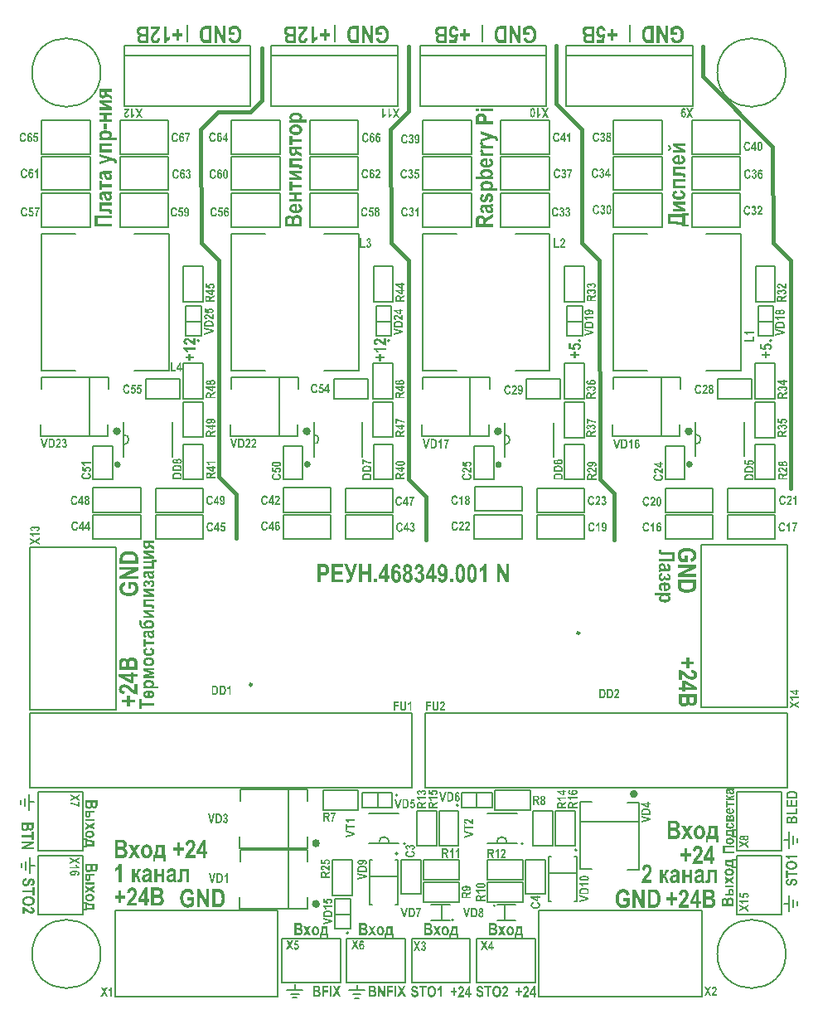
<source format=gto>
G04*
G04 #@! TF.GenerationSoftware,Altium Limited,Altium Designer,23.3.1 (30)*
G04*
G04 Layer_Color=65535*
%FSLAX43Y43*%
%MOMM*%
G71*
G04*
G04 #@! TF.SameCoordinates,78DDFD1D-995E-4759-9E5F-92B015DE0EB1*
G04*
G04*
G04 #@! TF.FilePolarity,Positive*
G04*
G01*
G75*
%ADD10C,0.254*%
%ADD11C,0.200*%
%ADD12C,0.400*%
%ADD13C,0.250*%
%ADD14C,0.150*%
G36*
X30616Y-48782D02*
X30887Y-49278D01*
X30698D01*
X30523Y-48954D01*
X30348Y-49278D01*
X30159D01*
X30430Y-48782D01*
X30185Y-48325D01*
X30368D01*
X30523Y-48611D01*
X30678Y-48325D01*
X30861D01*
X30616Y-48782D01*
D02*
G37*
G36*
X31211Y-48323D02*
X31222Y-48325D01*
X31233Y-48326D01*
X31262Y-48332D01*
X31291Y-48342D01*
X31307Y-48347D01*
X31322Y-48356D01*
X31338Y-48366D01*
X31352Y-48376D01*
X31365Y-48388D01*
X31377Y-48402D01*
X31379Y-48404D01*
X31380Y-48407D01*
X31383Y-48411D01*
X31387Y-48417D01*
X31391Y-48424D01*
X31397Y-48433D01*
X31410Y-48456D01*
X31421Y-48483D01*
X31431Y-48514D01*
X31438Y-48548D01*
X31441Y-48566D01*
Y-48586D01*
Y-48589D01*
Y-48596D01*
X31439Y-48607D01*
Y-48622D01*
X31436Y-48639D01*
X31434Y-48659D01*
X31429Y-48679D01*
X31424Y-48700D01*
Y-48703D01*
X31421Y-48710D01*
X31417Y-48720D01*
X31413Y-48734D01*
X31405Y-48751D01*
X31397Y-48769D01*
X31386Y-48789D01*
X31374Y-48810D01*
X31373Y-48813D01*
X31369Y-48820D01*
X31360Y-48832D01*
X31349Y-48848D01*
X31334Y-48869D01*
X31314Y-48893D01*
X31291Y-48921D01*
X31264Y-48952D01*
X31263Y-48954D01*
X31262Y-48955D01*
X31257Y-48959D01*
X31253Y-48965D01*
X31241Y-48979D01*
X31226Y-48996D01*
X31211Y-49014D01*
X31195Y-49031D01*
X31183Y-49047D01*
X31173Y-49059D01*
X31171Y-49061D01*
X31170Y-49064D01*
X31166Y-49069D01*
X31162Y-49075D01*
X31152Y-49090D01*
X31142Y-49109D01*
X31441D01*
Y-49278D01*
X30915D01*
Y-49276D01*
Y-49274D01*
X30916Y-49268D01*
Y-49261D01*
X30918Y-49252D01*
X30921Y-49243D01*
X30925Y-49219D01*
X30930Y-49192D01*
X30940Y-49161D01*
X30952Y-49128D01*
X30966Y-49096D01*
Y-49095D01*
X30968Y-49092D01*
X30970Y-49088D01*
X30974Y-49080D01*
X30980Y-49072D01*
X30985Y-49061D01*
X30994Y-49049D01*
X31004Y-49035D01*
X31014Y-49020D01*
X31026Y-49003D01*
X31039Y-48985D01*
X31054Y-48963D01*
X31071Y-48942D01*
X31091Y-48920D01*
X31111Y-48894D01*
X31133Y-48869D01*
X31135Y-48868D01*
X31138Y-48863D01*
X31143Y-48858D01*
X31149Y-48851D01*
X31157Y-48842D01*
X31166Y-48831D01*
X31186Y-48807D01*
X31207Y-48782D01*
X31226Y-48758D01*
X31243Y-48735D01*
X31250Y-48725D01*
X31256Y-48717D01*
X31257Y-48714D01*
X31262Y-48707D01*
X31267Y-48696D01*
X31273Y-48680D01*
X31279Y-48663D01*
X31284Y-48643D01*
X31288Y-48622D01*
X31290Y-48601D01*
Y-48600D01*
Y-48598D01*
Y-48591D01*
X31288Y-48580D01*
X31287Y-48566D01*
X31283Y-48550D01*
X31279Y-48535D01*
X31272Y-48519D01*
X31262Y-48507D01*
X31260Y-48505D01*
X31256Y-48501D01*
X31250Y-48497D01*
X31242Y-48490D01*
X31232Y-48484D01*
X31219Y-48480D01*
X31204Y-48476D01*
X31188Y-48474D01*
X31184D01*
X31178Y-48476D01*
X31173Y-48477D01*
X31156Y-48483D01*
X31147Y-48487D01*
X31138Y-48493D01*
X31128Y-48501D01*
X31118Y-48511D01*
X31109Y-48522D01*
X31101Y-48538D01*
X31094Y-48555D01*
X31088Y-48574D01*
X31084Y-48597D01*
X31081Y-48624D01*
X30932Y-48604D01*
Y-48603D01*
X30933Y-48597D01*
Y-48590D01*
X30935Y-48580D01*
X30937Y-48569D01*
X30939Y-48555D01*
X30943Y-48539D01*
X30947Y-48522D01*
X30957Y-48488D01*
X30971Y-48453D01*
X30990Y-48419D01*
X30999Y-48405D01*
X31012Y-48391D01*
X31014Y-48390D01*
X31015Y-48388D01*
X31019Y-48384D01*
X31025Y-48380D01*
X31032Y-48376D01*
X31039Y-48369D01*
X31060Y-48356D01*
X31085Y-48343D01*
X31116Y-48333D01*
X31152Y-48325D01*
X31171Y-48323D01*
X31191Y-48322D01*
X31202D01*
X31211Y-48323D01*
D02*
G37*
G36*
X39644Y-18094D02*
X39836D01*
Y-18239D01*
X39644D01*
Y-18559D01*
X39485D01*
X38880Y-18221D01*
Y-18094D01*
X39484D01*
Y-17996D01*
X39644D01*
Y-18094D01*
D02*
G37*
G36*
X39836Y-18906D02*
X39147D01*
X39148Y-18907D01*
X39151Y-18910D01*
X39155Y-18914D01*
X39162Y-18921D01*
X39169Y-18928D01*
X39179Y-18938D01*
X39189Y-18949D01*
X39199Y-18962D01*
X39221Y-18990D01*
X39245Y-19023D01*
X39266Y-19061D01*
X39285Y-19100D01*
X39118D01*
Y-19099D01*
X39117Y-19097D01*
X39114Y-19089D01*
X39107Y-19078D01*
X39099Y-19061D01*
X39086Y-19041D01*
X39071Y-19020D01*
X39052Y-18996D01*
X39030Y-18971D01*
X39028Y-18969D01*
X39027Y-18968D01*
X39018Y-18959D01*
X39004Y-18948D01*
X38986Y-18934D01*
X38965Y-18918D01*
X38939Y-18903D01*
X38911Y-18889D01*
X38880Y-18877D01*
Y-18755D01*
X39836D01*
Y-18906D01*
D02*
G37*
G36*
Y-19377D02*
X39512Y-19551D01*
X39836Y-19726D01*
Y-19915D01*
X39340Y-19644D01*
X38883Y-19890D01*
Y-19706D01*
X39169Y-19551D01*
X38883Y-19396D01*
Y-19213D01*
X39340Y-19458D01*
X39836Y-19188D01*
Y-19377D01*
D02*
G37*
G36*
X-23457Y5557D02*
X-23449D01*
X-23427Y5554D01*
X-23402Y5550D01*
X-23377Y5544D01*
X-23350Y5536D01*
X-23323Y5525D01*
X-23322D01*
X-23320Y5523D01*
X-23312Y5519D01*
X-23301Y5512D01*
X-23285Y5501D01*
X-23268Y5488D01*
X-23251Y5472D01*
X-23234Y5455D01*
X-23220Y5434D01*
X-23219Y5431D01*
X-23215Y5424D01*
X-23209Y5412D01*
X-23203Y5396D01*
X-23196Y5378D01*
X-23191Y5355D01*
X-23186Y5331D01*
X-23185Y5305D01*
Y5293D01*
X-23186Y5286D01*
X-23188Y5276D01*
X-23189Y5265D01*
X-23195Y5240D01*
X-23203Y5210D01*
X-23217Y5179D01*
X-23227Y5164D01*
X-23237Y5148D01*
X-23248Y5133D01*
X-23263Y5119D01*
X-23264Y5117D01*
X-23267Y5116D01*
X-23271Y5111D01*
X-23277Y5107D01*
X-23285Y5102D01*
X-23295Y5096D01*
X-23306Y5089D01*
X-23319Y5082D01*
X-23333Y5075D01*
X-23349Y5068D01*
X-23367Y5062D01*
X-23385Y5057D01*
X-23427Y5048D01*
X-23450Y5047D01*
X-23474Y5045D01*
X-23475D01*
X-23478D01*
X-23482D01*
X-23488D01*
X-23504Y5047D01*
X-23525Y5049D01*
X-23547Y5054D01*
X-23571Y5059D01*
X-23597Y5066D01*
X-23621Y5078D01*
X-23622D01*
X-23623Y5079D01*
X-23630Y5083D01*
X-23642Y5092D01*
X-23656Y5103D01*
X-23671Y5116D01*
X-23687Y5133D01*
X-23702Y5152D01*
X-23715Y5175D01*
X-23716Y5172D01*
X-23721Y5166D01*
X-23726Y5157D01*
X-23735Y5144D01*
X-23746Y5130D01*
X-23760Y5117D01*
X-23776Y5103D01*
X-23793Y5092D01*
X-23795Y5090D01*
X-23801Y5088D01*
X-23812Y5083D01*
X-23826Y5079D01*
X-23843Y5073D01*
X-23863Y5069D01*
X-23886Y5066D01*
X-23911Y5065D01*
X-23912D01*
X-23917D01*
X-23922D01*
X-23929Y5066D01*
X-23939D01*
X-23950Y5068D01*
X-23974Y5073D01*
X-24004Y5080D01*
X-24034Y5092D01*
X-24062Y5107D01*
X-24076Y5117D01*
X-24089Y5128D01*
X-24090Y5130D01*
X-24091Y5131D01*
X-24094Y5135D01*
X-24100Y5140D01*
X-24110Y5154D01*
X-24122Y5174D01*
X-24135Y5197D01*
X-24146Y5227D01*
X-24153Y5261D01*
X-24155Y5279D01*
X-24156Y5299D01*
Y5310D01*
X-24155Y5317D01*
X-24153Y5327D01*
X-24152Y5338D01*
X-24148Y5364D01*
X-24139Y5392D01*
X-24127Y5420D01*
X-24118Y5434D01*
X-24108Y5448D01*
X-24097Y5461D01*
X-24084Y5472D01*
X-24083Y5474D01*
X-24082Y5475D01*
X-24077Y5478D01*
X-24072Y5482D01*
X-24065Y5486D01*
X-24056Y5492D01*
X-24036Y5503D01*
X-24011Y5513D01*
X-23981Y5523D01*
X-23949Y5530D01*
X-23931Y5533D01*
X-23912D01*
X-23911D01*
X-23910D01*
X-23901D01*
X-23888Y5532D01*
X-23872Y5529D01*
X-23853Y5526D01*
X-23833Y5520D01*
X-23812Y5513D01*
X-23793Y5503D01*
X-23790Y5502D01*
X-23784Y5498D01*
X-23776Y5492D01*
X-23764Y5482D01*
X-23752Y5471D01*
X-23739Y5458D01*
X-23726Y5441D01*
X-23715Y5424D01*
Y5426D01*
X-23714Y5427D01*
X-23709Y5436D01*
X-23702Y5447D01*
X-23691Y5463D01*
X-23678Y5478D01*
X-23663Y5495D01*
X-23645Y5510D01*
X-23623Y5525D01*
X-23621Y5526D01*
X-23614Y5530D01*
X-23601Y5536D01*
X-23584Y5541D01*
X-23563Y5547D01*
X-23539Y5553D01*
X-23511Y5557D01*
X-23480Y5558D01*
X-23478D01*
X-23475D01*
X-23471D01*
X-23464D01*
X-23457Y5557D01*
D02*
G37*
G36*
X-23636Y4944D02*
X-23623D01*
X-23609Y4942D01*
X-23594D01*
X-23560Y4938D01*
X-23523Y4934D01*
X-23487Y4927D01*
X-23451Y4917D01*
X-23450D01*
X-23447Y4916D01*
X-23443Y4914D01*
X-23436Y4911D01*
X-23419Y4906D01*
X-23399Y4897D01*
X-23375Y4887D01*
X-23351Y4875D01*
X-23327Y4861D01*
X-23306Y4845D01*
X-23303Y4844D01*
X-23298Y4838D01*
X-23288Y4828D01*
X-23277Y4817D01*
X-23264Y4801D01*
X-23251Y4784D01*
X-23239Y4765D01*
X-23227Y4742D01*
X-23226Y4739D01*
X-23223Y4731D01*
X-23219Y4718D01*
X-23215Y4700D01*
X-23209Y4677D01*
X-23205Y4651D01*
X-23202Y4620D01*
X-23201Y4586D01*
Y4290D01*
X-24153D01*
Y4596D01*
X-24152Y4604D01*
Y4614D01*
X-24151Y4638D01*
X-24148Y4665D01*
X-24142Y4691D01*
X-24137Y4718D01*
X-24128Y4741D01*
X-24127Y4744D01*
X-24124Y4751D01*
X-24117Y4760D01*
X-24108Y4775D01*
X-24097Y4790D01*
X-24083Y4808D01*
X-24066Y4825D01*
X-24046Y4844D01*
X-24044Y4846D01*
X-24036Y4852D01*
X-24024Y4861D01*
X-24005Y4870D01*
X-23984Y4883D01*
X-23959Y4896D01*
X-23929Y4907D01*
X-23896Y4918D01*
X-23894D01*
X-23891Y4920D01*
X-23886Y4921D01*
X-23879Y4923D01*
X-23870Y4924D01*
X-23859Y4927D01*
X-23846Y4930D01*
X-23832Y4932D01*
X-23817Y4934D01*
X-23800Y4937D01*
X-23781Y4939D01*
X-23760Y4941D01*
X-23716Y4944D01*
X-23667Y4945D01*
X-23666D01*
X-23661D01*
X-23654D01*
X-23646D01*
X-23636Y4944D01*
D02*
G37*
G36*
Y4156D02*
X-23623D01*
X-23609Y4154D01*
X-23594D01*
X-23560Y4150D01*
X-23523Y4146D01*
X-23487Y4139D01*
X-23451Y4129D01*
X-23450D01*
X-23447Y4128D01*
X-23443Y4126D01*
X-23436Y4123D01*
X-23419Y4118D01*
X-23399Y4109D01*
X-23375Y4099D01*
X-23351Y4087D01*
X-23327Y4073D01*
X-23306Y4057D01*
X-23303Y4056D01*
X-23298Y4050D01*
X-23288Y4040D01*
X-23277Y4029D01*
X-23264Y4013D01*
X-23251Y3996D01*
X-23239Y3977D01*
X-23227Y3954D01*
X-23226Y3951D01*
X-23223Y3943D01*
X-23219Y3930D01*
X-23215Y3912D01*
X-23209Y3889D01*
X-23205Y3862D01*
X-23202Y3831D01*
X-23201Y3798D01*
Y3502D01*
X-24153D01*
Y3808D01*
X-24152Y3816D01*
Y3826D01*
X-24151Y3850D01*
X-24148Y3877D01*
X-24142Y3903D01*
X-24137Y3930D01*
X-24128Y3953D01*
X-24127Y3956D01*
X-24124Y3963D01*
X-24117Y3972D01*
X-24108Y3987D01*
X-24097Y4002D01*
X-24083Y4020D01*
X-24066Y4037D01*
X-24046Y4056D01*
X-24044Y4058D01*
X-24036Y4064D01*
X-24024Y4073D01*
X-24005Y4082D01*
X-23984Y4095D01*
X-23959Y4108D01*
X-23929Y4119D01*
X-23896Y4130D01*
X-23894D01*
X-23891Y4132D01*
X-23886Y4133D01*
X-23879Y4135D01*
X-23870Y4136D01*
X-23859Y4139D01*
X-23846Y4142D01*
X-23832Y4144D01*
X-23817Y4146D01*
X-23800Y4149D01*
X-23781Y4151D01*
X-23760Y4153D01*
X-23716Y4156D01*
X-23667Y4157D01*
X-23666D01*
X-23661D01*
X-23654D01*
X-23646D01*
X-23636Y4156D01*
D02*
G37*
G36*
X24475Y-29605D02*
X24667D01*
Y-29750D01*
X24475D01*
Y-30070D01*
X24316D01*
X23711Y-29732D01*
Y-29605D01*
X24314D01*
Y-29508D01*
X24475D01*
Y-29605D01*
D02*
G37*
G36*
X24231Y-30145D02*
X24244D01*
X24258Y-30147D01*
X24274D01*
X24307Y-30151D01*
X24344Y-30155D01*
X24381Y-30162D01*
X24416Y-30172D01*
X24417D01*
X24420Y-30173D01*
X24424Y-30175D01*
X24431Y-30178D01*
X24448Y-30183D01*
X24468Y-30192D01*
X24492Y-30202D01*
X24516Y-30214D01*
X24540Y-30228D01*
X24561Y-30244D01*
X24564Y-30245D01*
X24570Y-30251D01*
X24580Y-30261D01*
X24591Y-30272D01*
X24603Y-30288D01*
X24616Y-30304D01*
X24629Y-30324D01*
X24640Y-30347D01*
X24642Y-30350D01*
X24644Y-30358D01*
X24649Y-30371D01*
X24653Y-30389D01*
X24658Y-30412D01*
X24663Y-30438D01*
X24666Y-30469D01*
X24667Y-30503D01*
Y-30799D01*
X23714D01*
Y-30493D01*
X23715Y-30485D01*
Y-30475D01*
X23717Y-30451D01*
X23720Y-30424D01*
X23725Y-30397D01*
X23731Y-30371D01*
X23739Y-30348D01*
X23741Y-30345D01*
X23744Y-30338D01*
X23751Y-30328D01*
X23759Y-30314D01*
X23770Y-30299D01*
X23784Y-30281D01*
X23801Y-30264D01*
X23821Y-30245D01*
X23824Y-30242D01*
X23831Y-30237D01*
X23844Y-30228D01*
X23862Y-30218D01*
X23883Y-30206D01*
X23908Y-30193D01*
X23938Y-30182D01*
X23972Y-30171D01*
X23973D01*
X23976Y-30169D01*
X23982Y-30168D01*
X23989Y-30166D01*
X23997Y-30165D01*
X24009Y-30162D01*
X24021Y-30159D01*
X24035Y-30156D01*
X24051Y-30155D01*
X24068Y-30152D01*
X24086Y-30149D01*
X24107Y-30148D01*
X24151Y-30145D01*
X24200Y-30144D01*
X24202D01*
X24206D01*
X24213D01*
X24221D01*
X24231Y-30145D01*
D02*
G37*
G36*
X24667Y-31157D02*
Y-31329D01*
X23714Y-31607D01*
Y-31436D01*
X24420Y-31239D01*
X23714Y-31049D01*
Y-30880D01*
X24667Y-31157D01*
D02*
G37*
G36*
X21246Y-17929D02*
X21258Y-17931D01*
X21269Y-17932D01*
X21297Y-17938D01*
X21327Y-17948D01*
X21342Y-17953D01*
X21358Y-17962D01*
X21373Y-17972D01*
X21387Y-17981D01*
X21400Y-17994D01*
X21413Y-18008D01*
X21414Y-18010D01*
X21415Y-18012D01*
X21418Y-18017D01*
X21423Y-18022D01*
X21427Y-18029D01*
X21432Y-18039D01*
X21445Y-18062D01*
X21456Y-18089D01*
X21466Y-18120D01*
X21473Y-18153D01*
X21476Y-18172D01*
Y-18191D01*
Y-18194D01*
Y-18201D01*
X21475Y-18213D01*
Y-18228D01*
X21472Y-18245D01*
X21469Y-18265D01*
X21465Y-18284D01*
X21459Y-18306D01*
Y-18308D01*
X21456Y-18315D01*
X21452Y-18325D01*
X21448Y-18339D01*
X21441Y-18356D01*
X21432Y-18375D01*
X21421Y-18394D01*
X21410Y-18416D01*
X21408Y-18418D01*
X21404Y-18425D01*
X21396Y-18438D01*
X21384Y-18454D01*
X21369Y-18475D01*
X21349Y-18499D01*
X21327Y-18527D01*
X21300Y-18558D01*
X21298Y-18559D01*
X21297Y-18561D01*
X21293Y-18565D01*
X21289Y-18571D01*
X21276Y-18585D01*
X21262Y-18602D01*
X21246Y-18620D01*
X21231Y-18637D01*
X21218Y-18652D01*
X21208Y-18665D01*
X21207Y-18666D01*
X21205Y-18669D01*
X21201Y-18675D01*
X21197Y-18681D01*
X21187Y-18696D01*
X21177Y-18714D01*
X21476D01*
Y-18884D01*
X20950D01*
Y-18882D01*
Y-18879D01*
X20952Y-18874D01*
Y-18867D01*
X20953Y-18858D01*
X20956Y-18848D01*
X20960Y-18824D01*
X20966Y-18798D01*
X20976Y-18767D01*
X20987Y-18734D01*
X21001Y-18702D01*
Y-18700D01*
X21004Y-18698D01*
X21005Y-18693D01*
X21009Y-18686D01*
X21015Y-18678D01*
X21021Y-18666D01*
X21029Y-18655D01*
X21039Y-18641D01*
X21049Y-18626D01*
X21062Y-18609D01*
X21074Y-18590D01*
X21090Y-18569D01*
X21107Y-18548D01*
X21126Y-18526D01*
X21146Y-18500D01*
X21169Y-18475D01*
X21170Y-18473D01*
X21173Y-18469D01*
X21179Y-18463D01*
X21184Y-18456D01*
X21193Y-18448D01*
X21201Y-18437D01*
X21221Y-18413D01*
X21242Y-18387D01*
X21262Y-18363D01*
X21279Y-18341D01*
X21286Y-18331D01*
X21291Y-18323D01*
X21293Y-18320D01*
X21297Y-18313D01*
X21303Y-18301D01*
X21308Y-18286D01*
X21314Y-18269D01*
X21320Y-18249D01*
X21324Y-18228D01*
X21325Y-18207D01*
Y-18206D01*
Y-18204D01*
Y-18197D01*
X21324Y-18186D01*
X21322Y-18172D01*
X21318Y-18156D01*
X21314Y-18141D01*
X21307Y-18125D01*
X21297Y-18112D01*
X21296Y-18111D01*
X21291Y-18107D01*
X21286Y-18103D01*
X21277Y-18096D01*
X21267Y-18090D01*
X21255Y-18086D01*
X21239Y-18081D01*
X21224Y-18080D01*
X21220D01*
X21214Y-18081D01*
X21208Y-18083D01*
X21191Y-18089D01*
X21183Y-18093D01*
X21173Y-18098D01*
X21163Y-18107D01*
X21153Y-18117D01*
X21145Y-18128D01*
X21136Y-18143D01*
X21129Y-18160D01*
X21124Y-18180D01*
X21119Y-18203D01*
X21117Y-18229D01*
X20967Y-18210D01*
Y-18208D01*
X20969Y-18203D01*
Y-18196D01*
X20970Y-18186D01*
X20973Y-18175D01*
X20974Y-18160D01*
X20978Y-18145D01*
X20983Y-18128D01*
X20993Y-18094D01*
X21007Y-18059D01*
X21025Y-18025D01*
X21035Y-18011D01*
X21048Y-17997D01*
X21049Y-17995D01*
X21050Y-17994D01*
X21055Y-17990D01*
X21060Y-17986D01*
X21067Y-17981D01*
X21074Y-17974D01*
X21095Y-17962D01*
X21121Y-17949D01*
X21152Y-17939D01*
X21187Y-17931D01*
X21207Y-17929D01*
X21227Y-17928D01*
X21238D01*
X21246Y-17929D01*
D02*
G37*
G36*
X20529Y-17932D02*
X20539D01*
X20563Y-17933D01*
X20589Y-17936D01*
X20616Y-17942D01*
X20643Y-17948D01*
X20666Y-17956D01*
X20668Y-17957D01*
X20675Y-17960D01*
X20685Y-17967D01*
X20699Y-17976D01*
X20715Y-17987D01*
X20733Y-18001D01*
X20750Y-18018D01*
X20768Y-18038D01*
X20771Y-18041D01*
X20777Y-18048D01*
X20785Y-18060D01*
X20795Y-18079D01*
X20808Y-18100D01*
X20821Y-18125D01*
X20832Y-18155D01*
X20843Y-18189D01*
Y-18190D01*
X20845Y-18193D01*
X20846Y-18198D01*
X20847Y-18206D01*
X20849Y-18214D01*
X20852Y-18225D01*
X20854Y-18238D01*
X20857Y-18252D01*
X20859Y-18268D01*
X20861Y-18284D01*
X20864Y-18303D01*
X20866Y-18324D01*
X20869Y-18368D01*
X20870Y-18417D01*
Y-18418D01*
Y-18423D01*
Y-18430D01*
Y-18438D01*
X20869Y-18448D01*
Y-18461D01*
X20867Y-18475D01*
Y-18490D01*
X20863Y-18524D01*
X20859Y-18561D01*
X20852Y-18597D01*
X20842Y-18633D01*
Y-18634D01*
X20840Y-18637D01*
X20839Y-18641D01*
X20836Y-18648D01*
X20830Y-18665D01*
X20822Y-18685D01*
X20812Y-18709D01*
X20799Y-18733D01*
X20785Y-18757D01*
X20770Y-18778D01*
X20768Y-18781D01*
X20763Y-18786D01*
X20753Y-18796D01*
X20742Y-18807D01*
X20726Y-18820D01*
X20709Y-18833D01*
X20689Y-18846D01*
X20667Y-18857D01*
X20664Y-18858D01*
X20656Y-18861D01*
X20643Y-18865D01*
X20625Y-18869D01*
X20602Y-18875D01*
X20575Y-18879D01*
X20544Y-18882D01*
X20510Y-18884D01*
X20214D01*
Y-17931D01*
X20520D01*
X20529Y-17932D01*
D02*
G37*
G36*
X19741D02*
X19751D01*
X19775Y-17933D01*
X19801Y-17936D01*
X19828Y-17942D01*
X19855Y-17948D01*
X19877Y-17956D01*
X19880Y-17957D01*
X19887Y-17960D01*
X19897Y-17967D01*
X19911Y-17976D01*
X19927Y-17987D01*
X19945Y-18001D01*
X19962Y-18018D01*
X19980Y-18038D01*
X19983Y-18041D01*
X19989Y-18048D01*
X19997Y-18060D01*
X20007Y-18079D01*
X20020Y-18100D01*
X20033Y-18125D01*
X20044Y-18155D01*
X20055Y-18189D01*
Y-18190D01*
X20057Y-18193D01*
X20058Y-18198D01*
X20059Y-18206D01*
X20061Y-18214D01*
X20064Y-18225D01*
X20066Y-18238D01*
X20069Y-18252D01*
X20071Y-18268D01*
X20073Y-18284D01*
X20076Y-18303D01*
X20078Y-18324D01*
X20080Y-18368D01*
X20082Y-18417D01*
Y-18418D01*
Y-18423D01*
Y-18430D01*
Y-18438D01*
X20080Y-18448D01*
Y-18461D01*
X20079Y-18475D01*
Y-18490D01*
X20075Y-18524D01*
X20071Y-18561D01*
X20064Y-18597D01*
X20054Y-18633D01*
Y-18634D01*
X20052Y-18637D01*
X20051Y-18641D01*
X20048Y-18648D01*
X20042Y-18665D01*
X20034Y-18685D01*
X20024Y-18709D01*
X20011Y-18733D01*
X19997Y-18757D01*
X19982Y-18778D01*
X19980Y-18781D01*
X19975Y-18786D01*
X19965Y-18796D01*
X19954Y-18807D01*
X19938Y-18820D01*
X19921Y-18833D01*
X19901Y-18846D01*
X19879Y-18857D01*
X19876Y-18858D01*
X19868Y-18861D01*
X19855Y-18865D01*
X19837Y-18869D01*
X19814Y-18875D01*
X19787Y-18879D01*
X19756Y-18882D01*
X19722Y-18884D01*
X19426D01*
Y-17931D01*
X19732D01*
X19741Y-17932D01*
D02*
G37*
G36*
X34452Y-32910D02*
X34460D01*
X34481Y-32913D01*
X34506Y-32917D01*
X34531Y-32923D01*
X34557Y-32931D01*
X34583Y-32942D01*
X34585D01*
X34586Y-32943D01*
X34594Y-32948D01*
X34605Y-32955D01*
X34621Y-32966D01*
X34637Y-32978D01*
X34654Y-32993D01*
X34671Y-33010D01*
X34685Y-33031D01*
X34686Y-33034D01*
X34690Y-33041D01*
X34696Y-33053D01*
X34701Y-33068D01*
X34708Y-33086D01*
X34714Y-33108D01*
X34718Y-33132D01*
X34719Y-33158D01*
Y-33169D01*
X34718Y-33176D01*
X34716Y-33186D01*
X34715Y-33197D01*
X34709Y-33222D01*
X34701Y-33251D01*
X34687Y-33282D01*
X34678Y-33297D01*
X34668Y-33312D01*
X34657Y-33328D01*
X34643Y-33341D01*
X34642Y-33343D01*
X34639Y-33344D01*
X34635Y-33348D01*
X34629Y-33353D01*
X34621Y-33358D01*
X34611Y-33364D01*
X34600Y-33371D01*
X34587Y-33377D01*
X34574Y-33384D01*
X34558Y-33391D01*
X34540Y-33397D01*
X34522Y-33402D01*
X34481Y-33411D01*
X34458Y-33412D01*
X34435Y-33414D01*
X34433D01*
X34431D01*
X34427D01*
X34421D01*
X34406Y-33412D01*
X34385Y-33409D01*
X34363Y-33405D01*
X34339Y-33400D01*
X34314Y-33393D01*
X34291Y-33382D01*
X34289D01*
X34288Y-33380D01*
X34281Y-33376D01*
X34270Y-33368D01*
X34256Y-33357D01*
X34241Y-33344D01*
X34225Y-33328D01*
X34210Y-33308D01*
X34198Y-33286D01*
X34196Y-33289D01*
X34192Y-33294D01*
X34187Y-33304D01*
X34178Y-33316D01*
X34167Y-33330D01*
X34153Y-33343D01*
X34138Y-33357D01*
X34121Y-33368D01*
X34119Y-33369D01*
X34113Y-33372D01*
X34102Y-33376D01*
X34088Y-33380D01*
X34072Y-33386D01*
X34052Y-33390D01*
X34030Y-33393D01*
X34005Y-33394D01*
X34004D01*
X33999D01*
X33994D01*
X33987Y-33393D01*
X33977D01*
X33966Y-33391D01*
X33943Y-33386D01*
X33913Y-33379D01*
X33884Y-33368D01*
X33857Y-33353D01*
X33843Y-33343D01*
X33830Y-33332D01*
X33829Y-33330D01*
X33827Y-33329D01*
X33825Y-33325D01*
X33819Y-33321D01*
X33809Y-33307D01*
X33797Y-33287D01*
X33784Y-33264D01*
X33773Y-33235D01*
X33766Y-33201D01*
X33765Y-33183D01*
X33764Y-33164D01*
Y-33153D01*
X33765Y-33146D01*
X33766Y-33136D01*
X33768Y-33125D01*
X33772Y-33100D01*
X33780Y-33072D01*
X33793Y-33045D01*
X33801Y-33031D01*
X33811Y-33017D01*
X33822Y-33004D01*
X33834Y-32993D01*
X33836Y-32992D01*
X33837Y-32991D01*
X33841Y-32988D01*
X33847Y-32984D01*
X33854Y-32979D01*
X33862Y-32974D01*
X33882Y-32963D01*
X33906Y-32953D01*
X33936Y-32943D01*
X33968Y-32936D01*
X33986Y-32934D01*
X34004D01*
X34005D01*
X34006D01*
X34015D01*
X34027Y-32935D01*
X34044Y-32938D01*
X34062Y-32941D01*
X34081Y-32946D01*
X34102Y-32953D01*
X34121Y-32963D01*
X34124Y-32964D01*
X34130Y-32968D01*
X34138Y-32974D01*
X34149Y-32984D01*
X34162Y-32995D01*
X34174Y-33007D01*
X34187Y-33024D01*
X34198Y-33041D01*
Y-33039D01*
X34199Y-33038D01*
X34203Y-33029D01*
X34210Y-33018D01*
X34221Y-33003D01*
X34234Y-32988D01*
X34249Y-32971D01*
X34267Y-32956D01*
X34288Y-32942D01*
X34291Y-32941D01*
X34298Y-32936D01*
X34310Y-32931D01*
X34327Y-32925D01*
X34347Y-32920D01*
X34371Y-32914D01*
X34399Y-32910D01*
X34429Y-32909D01*
X34431D01*
X34433D01*
X34438D01*
X34445D01*
X34452Y-32910D01*
D02*
G37*
G36*
X34704Y-33647D02*
X34385Y-33819D01*
X34704Y-33990D01*
Y-34176D01*
X34216Y-33910D01*
X33766Y-34151D01*
Y-33971D01*
X34048Y-33819D01*
X33766Y-33666D01*
Y-33486D01*
X34216Y-33727D01*
X34704Y-33461D01*
Y-33647D01*
D02*
G37*
G36*
X6553Y-31742D02*
X6552D01*
X6549D01*
X6543Y-31741D01*
X6536D01*
X6528Y-31740D01*
X6518Y-31737D01*
X6494Y-31733D01*
X6467Y-31727D01*
X6436Y-31717D01*
X6404Y-31706D01*
X6371Y-31692D01*
X6370D01*
X6367Y-31689D01*
X6363Y-31687D01*
X6356Y-31683D01*
X6347Y-31678D01*
X6336Y-31672D01*
X6325Y-31664D01*
X6311Y-31654D01*
X6295Y-31644D01*
X6278Y-31631D01*
X6260Y-31618D01*
X6239Y-31603D01*
X6218Y-31586D01*
X6195Y-31566D01*
X6170Y-31546D01*
X6144Y-31524D01*
X6143Y-31523D01*
X6139Y-31520D01*
X6133Y-31514D01*
X6126Y-31508D01*
X6117Y-31500D01*
X6106Y-31492D01*
X6082Y-31472D01*
X6057Y-31451D01*
X6033Y-31431D01*
X6010Y-31414D01*
X6000Y-31407D01*
X5992Y-31401D01*
X5989Y-31400D01*
X5982Y-31396D01*
X5971Y-31390D01*
X5955Y-31384D01*
X5938Y-31379D01*
X5919Y-31373D01*
X5898Y-31369D01*
X5876Y-31367D01*
X5875D01*
X5874D01*
X5867D01*
X5855Y-31369D01*
X5841Y-31370D01*
X5826Y-31375D01*
X5810Y-31379D01*
X5795Y-31386D01*
X5782Y-31396D01*
X5781Y-31397D01*
X5776Y-31401D01*
X5772Y-31407D01*
X5765Y-31415D01*
X5759Y-31425D01*
X5755Y-31438D01*
X5751Y-31453D01*
X5750Y-31469D01*
Y-31473D01*
X5751Y-31479D01*
X5752Y-31484D01*
X5758Y-31501D01*
X5762Y-31510D01*
X5768Y-31520D01*
X5776Y-31530D01*
X5786Y-31539D01*
X5797Y-31548D01*
X5813Y-31556D01*
X5830Y-31563D01*
X5850Y-31569D01*
X5872Y-31573D01*
X5899Y-31576D01*
X5879Y-31726D01*
X5878D01*
X5872Y-31724D01*
X5865D01*
X5855Y-31723D01*
X5844Y-31720D01*
X5830Y-31718D01*
X5814Y-31714D01*
X5797Y-31710D01*
X5764Y-31700D01*
X5728Y-31686D01*
X5695Y-31668D01*
X5680Y-31658D01*
X5666Y-31645D01*
X5665Y-31644D01*
X5664Y-31642D01*
X5659Y-31638D01*
X5655Y-31632D01*
X5651Y-31625D01*
X5644Y-31618D01*
X5631Y-31597D01*
X5618Y-31572D01*
X5609Y-31541D01*
X5600Y-31506D01*
X5599Y-31486D01*
X5597Y-31466D01*
Y-31455D01*
X5599Y-31446D01*
X5600Y-31435D01*
X5602Y-31424D01*
X5607Y-31396D01*
X5617Y-31366D01*
X5623Y-31351D01*
X5631Y-31335D01*
X5641Y-31320D01*
X5651Y-31305D01*
X5664Y-31293D01*
X5678Y-31280D01*
X5679Y-31279D01*
X5682Y-31277D01*
X5686Y-31274D01*
X5692Y-31270D01*
X5699Y-31266D01*
X5709Y-31260D01*
X5731Y-31248D01*
X5758Y-31236D01*
X5789Y-31226D01*
X5823Y-31219D01*
X5841Y-31217D01*
X5861D01*
X5864D01*
X5871D01*
X5882Y-31218D01*
X5898D01*
X5914Y-31221D01*
X5934Y-31224D01*
X5954Y-31228D01*
X5975Y-31234D01*
X5978D01*
X5985Y-31236D01*
X5995Y-31241D01*
X6009Y-31245D01*
X6026Y-31252D01*
X6044Y-31260D01*
X6064Y-31272D01*
X6085Y-31283D01*
X6088Y-31284D01*
X6095Y-31289D01*
X6108Y-31297D01*
X6123Y-31308D01*
X6144Y-31324D01*
X6168Y-31344D01*
X6196Y-31366D01*
X6227Y-31393D01*
X6229Y-31394D01*
X6230Y-31396D01*
X6234Y-31400D01*
X6240Y-31404D01*
X6254Y-31417D01*
X6271Y-31431D01*
X6289Y-31446D01*
X6306Y-31462D01*
X6322Y-31475D01*
X6335Y-31484D01*
X6336Y-31486D01*
X6339Y-31487D01*
X6344Y-31492D01*
X6350Y-31496D01*
X6366Y-31506D01*
X6384Y-31515D01*
Y-31217D01*
X6553D01*
Y-31742D01*
D02*
G37*
G36*
X5761Y-32022D02*
X6553D01*
Y-32179D01*
X5761D01*
Y-32412D01*
X5600D01*
Y-31790D01*
X5761D01*
Y-32022D01*
D02*
G37*
G36*
X6553Y-32715D02*
Y-32887D01*
X5600Y-33165D01*
Y-32994D01*
X6306Y-32797D01*
X5600Y-32607D01*
Y-32437D01*
X6553Y-32715D01*
D02*
G37*
G36*
X-8128Y-39343D02*
X-8117D01*
X-8105Y-39346D01*
X-8090Y-39347D01*
X-8074Y-39350D01*
X-8038Y-39358D01*
X-7999Y-39371D01*
X-7979Y-39379D01*
X-7959Y-39388D01*
X-7938Y-39399D01*
X-7918Y-39412D01*
X-7917Y-39413D01*
X-7914Y-39415D01*
X-7909Y-39419D01*
X-7902Y-39424D01*
X-7894Y-39432D01*
X-7886Y-39440D01*
X-7876Y-39451D01*
X-7866Y-39463D01*
X-7856Y-39475D01*
X-7847Y-39491D01*
X-7838Y-39506D01*
X-7831Y-39525D01*
X-7824Y-39543D01*
X-7818Y-39564D01*
X-7816Y-39585D01*
X-7814Y-39609D01*
Y-39619D01*
X-7816Y-39626D01*
Y-39635D01*
X-7818Y-39646D01*
X-7823Y-39670D01*
X-7831Y-39697D01*
X-7842Y-39726D01*
X-7859Y-39754D01*
X-7871Y-39768D01*
X-7882Y-39783D01*
X-7883Y-39784D01*
X-7885Y-39785D01*
X-7889Y-39790D01*
X-7894Y-39794D01*
X-7902Y-39799D01*
X-7910Y-39805D01*
X-7920Y-39812D01*
X-7931Y-39819D01*
X-7944Y-39826D01*
X-7959Y-39833D01*
X-7975Y-39840D01*
X-7992Y-39847D01*
X-8010Y-39853D01*
X-8031Y-39859D01*
X-8075Y-39866D01*
X-8095Y-39716D01*
X-8092D01*
X-8085Y-39715D01*
X-8072Y-39712D01*
X-8058Y-39709D01*
X-8042Y-39705D01*
X-8027Y-39698D01*
X-8010Y-39689D01*
X-7996Y-39678D01*
X-7995Y-39677D01*
X-7990Y-39673D01*
X-7985Y-39666D01*
X-7979Y-39657D01*
X-7972Y-39647D01*
X-7966Y-39635D01*
X-7962Y-39622D01*
X-7961Y-39608D01*
Y-39606D01*
X-7962Y-39599D01*
X-7964Y-39591D01*
X-7966Y-39581D01*
X-7972Y-39568D01*
X-7980Y-39554D01*
X-7990Y-39541D01*
X-8006Y-39529D01*
X-8009Y-39527D01*
X-8014Y-39523D01*
X-8026Y-39518D01*
X-8040Y-39512D01*
X-8059Y-39506D01*
X-8083Y-39501D01*
X-8113Y-39496D01*
X-8145Y-39495D01*
X-8147D01*
X-8150D01*
X-8154D01*
X-8161D01*
X-8176Y-39496D01*
X-8196Y-39499D01*
X-8217Y-39503D01*
X-8240Y-39509D01*
X-8260Y-39518D01*
X-8278Y-39529D01*
X-8279Y-39530D01*
X-8285Y-39534D01*
X-8292Y-39541D01*
X-8300Y-39551D01*
X-8308Y-39563D01*
X-8315Y-39578D01*
X-8320Y-39594D01*
X-8322Y-39612D01*
Y-39615D01*
X-8320Y-39623D01*
X-8317Y-39635D01*
X-8313Y-39650D01*
X-8305Y-39668D01*
X-8292Y-39688D01*
X-8285Y-39698D01*
X-8275Y-39708D01*
X-8265Y-39718D01*
X-8253Y-39728D01*
X-8274Y-39849D01*
X-8770Y-39773D01*
Y-39377D01*
X-8599D01*
Y-39658D01*
X-8436Y-39684D01*
X-8437Y-39681D01*
X-8441Y-39675D01*
X-8446Y-39666D01*
X-8453Y-39651D01*
X-8458Y-39636D01*
X-8463Y-39619D01*
X-8467Y-39601D01*
X-8468Y-39581D01*
Y-39572D01*
X-8467Y-39565D01*
X-8465Y-39557D01*
X-8464Y-39549D01*
X-8460Y-39526D01*
X-8450Y-39502D01*
X-8437Y-39475D01*
X-8429Y-39461D01*
X-8419Y-39448D01*
X-8408Y-39436D01*
X-8395Y-39423D01*
X-8394Y-39422D01*
X-8391Y-39419D01*
X-8385Y-39416D01*
X-8378Y-39410D01*
X-8368Y-39405D01*
X-8357Y-39398D01*
X-8344Y-39389D01*
X-8330Y-39382D01*
X-8313Y-39375D01*
X-8295Y-39367D01*
X-8274Y-39360D01*
X-8253Y-39354D01*
X-8229Y-39348D01*
X-8205Y-39344D01*
X-8178Y-39343D01*
X-8150Y-39341D01*
X-8148D01*
X-8144D01*
X-8137D01*
X-8128Y-39343D01*
D02*
G37*
G36*
X-7830Y-40242D02*
X-8519D01*
X-8518Y-40244D01*
X-8515Y-40246D01*
X-8511Y-40251D01*
X-8503Y-40258D01*
X-8496Y-40265D01*
X-8487Y-40275D01*
X-8477Y-40286D01*
X-8467Y-40298D01*
X-8444Y-40327D01*
X-8420Y-40359D01*
X-8399Y-40397D01*
X-8381Y-40437D01*
X-8547D01*
Y-40435D01*
X-8549Y-40434D01*
X-8551Y-40425D01*
X-8558Y-40414D01*
X-8567Y-40397D01*
X-8580Y-40377D01*
X-8595Y-40356D01*
X-8613Y-40332D01*
X-8636Y-40307D01*
X-8637Y-40306D01*
X-8639Y-40304D01*
X-8647Y-40296D01*
X-8661Y-40284D01*
X-8680Y-40270D01*
X-8701Y-40255D01*
X-8726Y-40239D01*
X-8754Y-40225D01*
X-8785Y-40214D01*
Y-40091D01*
X-7830D01*
Y-40242D01*
D02*
G37*
G36*
X-8265Y-40578D02*
X-8253D01*
X-8238Y-40579D01*
X-8223D01*
X-8189Y-40583D01*
X-8152Y-40587D01*
X-8116Y-40595D01*
X-8081Y-40604D01*
X-8079D01*
X-8076Y-40606D01*
X-8072Y-40607D01*
X-8065Y-40610D01*
X-8048Y-40616D01*
X-8028Y-40624D01*
X-8004Y-40634D01*
X-7980Y-40647D01*
X-7957Y-40661D01*
X-7935Y-40676D01*
X-7933Y-40678D01*
X-7927Y-40683D01*
X-7917Y-40693D01*
X-7906Y-40704D01*
X-7893Y-40720D01*
X-7880Y-40737D01*
X-7868Y-40757D01*
X-7856Y-40779D01*
X-7855Y-40782D01*
X-7852Y-40790D01*
X-7848Y-40803D01*
X-7844Y-40821D01*
X-7838Y-40844D01*
X-7834Y-40871D01*
X-7831Y-40902D01*
X-7830Y-40936D01*
Y-41232D01*
X-8783D01*
Y-40926D01*
X-8781Y-40917D01*
Y-40907D01*
X-8780Y-40884D01*
X-8777Y-40857D01*
X-8771Y-40830D01*
X-8766Y-40803D01*
X-8757Y-40781D01*
X-8756Y-40778D01*
X-8753Y-40771D01*
X-8746Y-40761D01*
X-8737Y-40747D01*
X-8726Y-40731D01*
X-8712Y-40713D01*
X-8695Y-40696D01*
X-8675Y-40678D01*
X-8673Y-40675D01*
X-8666Y-40669D01*
X-8653Y-40661D01*
X-8635Y-40651D01*
X-8613Y-40638D01*
X-8588Y-40626D01*
X-8558Y-40614D01*
X-8525Y-40603D01*
X-8523D01*
X-8520Y-40602D01*
X-8515Y-40600D01*
X-8508Y-40599D01*
X-8499Y-40597D01*
X-8488Y-40595D01*
X-8475Y-40592D01*
X-8461Y-40589D01*
X-8446Y-40587D01*
X-8429Y-40585D01*
X-8410Y-40582D01*
X-8389Y-40580D01*
X-8346Y-40578D01*
X-8296Y-40576D01*
X-8295D01*
X-8291D01*
X-8284D01*
X-8275D01*
X-8265Y-40578D01*
D02*
G37*
G36*
X-7830Y-41590D02*
Y-41762D01*
X-8783Y-42039D01*
Y-41869D01*
X-8076Y-41672D01*
X-8783Y-41481D01*
Y-41312D01*
X-7830Y-41590D01*
D02*
G37*
G36*
X-23288Y14837D02*
X-23191D01*
Y14676D01*
X-23288D01*
Y14484D01*
X-23433D01*
Y14676D01*
X-23753D01*
Y14835D01*
X-23415Y15440D01*
X-23288D01*
Y14837D01*
D02*
G37*
G36*
X-24198Y14645D02*
X-23807D01*
Y14484D01*
X-24356D01*
Y15430D01*
X-24198D01*
Y14645D01*
D02*
G37*
G36*
X-263Y-19696D02*
Y-19699D01*
Y-19705D01*
Y-19715D01*
Y-19727D01*
Y-19743D01*
X-265Y-19761D01*
Y-19781D01*
X-266Y-19804D01*
X-269Y-19849D01*
X-272Y-19894D01*
X-275Y-19916D01*
X-277Y-19937D01*
X-280Y-19957D01*
X-284Y-19974D01*
Y-19976D01*
X-286Y-19978D01*
X-287Y-19983D01*
X-289Y-19988D01*
X-294Y-20004D01*
X-304Y-20023D01*
X-317Y-20045D01*
X-332Y-20069D01*
X-352Y-20091D01*
X-377Y-20112D01*
X-379D01*
X-380Y-20115D01*
X-384Y-20116D01*
X-390Y-20121D01*
X-397Y-20125D01*
X-406Y-20129D01*
X-417Y-20133D01*
X-428Y-20138D01*
X-455Y-20147D01*
X-487Y-20156D01*
X-524Y-20162D01*
X-566Y-20164D01*
X-578D01*
X-586Y-20163D01*
X-597D01*
X-609Y-20162D01*
X-637Y-20159D01*
X-666Y-20153D01*
X-699Y-20146D01*
X-730Y-20135D01*
X-758Y-20121D01*
X-759D01*
X-761Y-20119D01*
X-769Y-20112D01*
X-782Y-20102D01*
X-796Y-20088D01*
X-813Y-20071D01*
X-830Y-20050D01*
X-845Y-20026D01*
X-858Y-19998D01*
Y-19997D01*
X-860Y-19994D01*
X-861Y-19990D01*
X-862Y-19983D01*
X-865Y-19973D01*
X-868Y-19961D01*
X-871Y-19947D01*
X-872Y-19932D01*
X-875Y-19912D01*
X-878Y-19891D01*
X-881Y-19867D01*
X-883Y-19840D01*
X-885Y-19811D01*
X-886Y-19778D01*
X-888Y-19743D01*
Y-19705D01*
Y-19196D01*
X-730D01*
Y-19712D01*
Y-19713D01*
Y-19718D01*
Y-19723D01*
Y-19732D01*
Y-19740D01*
Y-19751D01*
X-728Y-19777D01*
Y-19802D01*
X-727Y-19829D01*
X-726Y-19851D01*
Y-19860D01*
X-724Y-19868D01*
Y-19871D01*
X-721Y-19878D01*
X-719Y-19890D01*
X-714Y-19904D01*
X-707Y-19921D01*
X-699Y-19936D01*
X-689Y-19952D01*
X-675Y-19966D01*
X-673Y-19967D01*
X-668Y-19971D01*
X-659Y-19977D01*
X-647Y-19983D01*
X-633Y-19988D01*
X-614Y-19994D01*
X-593Y-19998D01*
X-571Y-19999D01*
X-561D01*
X-551Y-19998D01*
X-538Y-19997D01*
X-524Y-19994D01*
X-510Y-19990D01*
X-496Y-19984D01*
X-482Y-19976D01*
X-480Y-19974D01*
X-476Y-19971D01*
X-470Y-19966D01*
X-463Y-19959D01*
X-455Y-19949D01*
X-448Y-19937D01*
X-441Y-19925D01*
X-435Y-19909D01*
Y-19906D01*
X-432Y-19901D01*
Y-19895D01*
X-431Y-19888D01*
X-430Y-19880D01*
X-428Y-19870D01*
X-427Y-19858D01*
X-425Y-19844D01*
X-424Y-19829D01*
Y-19812D01*
X-423Y-19794D01*
X-421Y-19772D01*
Y-19749D01*
Y-19723D01*
Y-19196D01*
X-263D01*
Y-19696D01*
D02*
G37*
G36*
X254Y-20149D02*
X103D01*
Y-19460D01*
X102Y-19461D01*
X99Y-19464D01*
X95Y-19468D01*
X88Y-19475D01*
X81Y-19482D01*
X71Y-19492D01*
X60Y-19502D01*
X47Y-19512D01*
X19Y-19534D01*
X-14Y-19558D01*
X-52Y-19579D01*
X-91Y-19598D01*
Y-19431D01*
X-90D01*
X-88Y-19430D01*
X-80Y-19427D01*
X-69Y-19420D01*
X-52Y-19412D01*
X-32Y-19399D01*
X-11Y-19383D01*
X13Y-19365D01*
X38Y-19343D01*
X40Y-19341D01*
X41Y-19340D01*
X50Y-19331D01*
X61Y-19317D01*
X75Y-19299D01*
X91Y-19278D01*
X106Y-19252D01*
X120Y-19224D01*
X131Y-19193D01*
X254D01*
Y-20149D01*
D02*
G37*
G36*
X-1016Y-19357D02*
X-1394D01*
Y-19584D01*
X-1067D01*
Y-19744D01*
X-1394D01*
Y-20149D01*
X-1552D01*
Y-19196D01*
X-1016D01*
Y-19357D01*
D02*
G37*
G36*
X3019Y-19697D02*
Y-19700D01*
Y-19706D01*
Y-19716D01*
Y-19728D01*
Y-19744D01*
X3017Y-19762D01*
Y-19782D01*
X3016Y-19804D01*
X3013Y-19849D01*
X3010Y-19895D01*
X3007Y-19917D01*
X3005Y-19938D01*
X3002Y-19958D01*
X2998Y-19975D01*
Y-19976D01*
X2996Y-19979D01*
X2995Y-19983D01*
X2993Y-19989D01*
X2988Y-20005D01*
X2978Y-20024D01*
X2965Y-20045D01*
X2950Y-20069D01*
X2930Y-20092D01*
X2904Y-20113D01*
X2903D01*
X2902Y-20116D01*
X2897Y-20117D01*
X2892Y-20122D01*
X2885Y-20126D01*
X2876Y-20130D01*
X2865Y-20134D01*
X2854Y-20138D01*
X2827Y-20148D01*
X2795Y-20157D01*
X2758Y-20162D01*
X2716Y-20165D01*
X2704D01*
X2696Y-20164D01*
X2685D01*
X2673Y-20162D01*
X2645Y-20160D01*
X2615Y-20154D01*
X2583Y-20147D01*
X2552Y-20136D01*
X2524Y-20122D01*
X2522D01*
X2521Y-20120D01*
X2513Y-20113D01*
X2500Y-20103D01*
X2486Y-20089D01*
X2469Y-20072D01*
X2452Y-20051D01*
X2436Y-20027D01*
X2424Y-19999D01*
Y-19997D01*
X2422Y-19995D01*
X2421Y-19990D01*
X2420Y-19983D01*
X2417Y-19974D01*
X2414Y-19962D01*
X2411Y-19948D01*
X2410Y-19933D01*
X2407Y-19913D01*
X2404Y-19892D01*
X2401Y-19868D01*
X2398Y-19841D01*
X2397Y-19811D01*
X2396Y-19779D01*
X2394Y-19744D01*
Y-19706D01*
Y-19197D01*
X2552D01*
Y-19713D01*
Y-19714D01*
Y-19718D01*
Y-19724D01*
Y-19732D01*
Y-19741D01*
Y-19752D01*
X2553Y-19778D01*
Y-19803D01*
X2555Y-19830D01*
X2556Y-19852D01*
Y-19861D01*
X2558Y-19869D01*
Y-19872D01*
X2561Y-19879D01*
X2563Y-19890D01*
X2568Y-19904D01*
X2575Y-19921D01*
X2583Y-19937D01*
X2593Y-19952D01*
X2607Y-19966D01*
X2608Y-19968D01*
X2614Y-19972D01*
X2623Y-19978D01*
X2635Y-19983D01*
X2649Y-19989D01*
X2668Y-19995D01*
X2689Y-19999D01*
X2711Y-20000D01*
X2721D01*
X2731Y-19999D01*
X2744Y-19997D01*
X2758Y-19995D01*
X2772Y-19990D01*
X2786Y-19985D01*
X2800Y-19976D01*
X2802Y-19975D01*
X2806Y-19972D01*
X2811Y-19966D01*
X2819Y-19959D01*
X2827Y-19950D01*
X2834Y-19938D01*
X2841Y-19926D01*
X2847Y-19910D01*
Y-19907D01*
X2850Y-19902D01*
Y-19896D01*
X2851Y-19889D01*
X2852Y-19880D01*
X2854Y-19871D01*
X2855Y-19859D01*
X2857Y-19845D01*
X2858Y-19830D01*
Y-19813D01*
X2859Y-19795D01*
X2861Y-19773D01*
Y-19749D01*
Y-19724D01*
Y-19197D01*
X3019D01*
Y-19697D01*
D02*
G37*
G36*
X3427Y-19195D02*
X3439Y-19197D01*
X3450Y-19198D01*
X3478Y-19204D01*
X3508Y-19214D01*
X3523Y-19219D01*
X3539Y-19228D01*
X3554Y-19238D01*
X3568Y-19248D01*
X3581Y-19260D01*
X3594Y-19274D01*
X3595Y-19276D01*
X3597Y-19279D01*
X3599Y-19283D01*
X3604Y-19288D01*
X3608Y-19295D01*
X3614Y-19305D01*
X3626Y-19328D01*
X3638Y-19355D01*
X3647Y-19386D01*
X3654Y-19420D01*
X3657Y-19438D01*
Y-19458D01*
Y-19460D01*
Y-19467D01*
X3656Y-19479D01*
Y-19494D01*
X3653Y-19511D01*
X3650Y-19531D01*
X3646Y-19551D01*
X3640Y-19572D01*
Y-19575D01*
X3638Y-19582D01*
X3633Y-19591D01*
X3629Y-19606D01*
X3622Y-19623D01*
X3614Y-19641D01*
X3602Y-19661D01*
X3591Y-19682D01*
X3590Y-19685D01*
X3585Y-19692D01*
X3577Y-19704D01*
X3566Y-19720D01*
X3550Y-19741D01*
X3530Y-19765D01*
X3508Y-19793D01*
X3481Y-19824D01*
X3480Y-19826D01*
X3478Y-19827D01*
X3474Y-19831D01*
X3470Y-19837D01*
X3457Y-19851D01*
X3443Y-19868D01*
X3427Y-19886D01*
X3412Y-19903D01*
X3399Y-19919D01*
X3389Y-19931D01*
X3388Y-19933D01*
X3387Y-19935D01*
X3382Y-19941D01*
X3378Y-19947D01*
X3368Y-19962D01*
X3358Y-19981D01*
X3657D01*
Y-20150D01*
X3131D01*
Y-20148D01*
Y-20146D01*
X3133Y-20140D01*
Y-20133D01*
X3134Y-20124D01*
X3137Y-20115D01*
X3141Y-20091D01*
X3147Y-20064D01*
X3157Y-20033D01*
X3168Y-20000D01*
X3182Y-19968D01*
Y-19966D01*
X3185Y-19964D01*
X3186Y-19959D01*
X3191Y-19952D01*
X3196Y-19944D01*
X3202Y-19933D01*
X3210Y-19921D01*
X3220Y-19907D01*
X3230Y-19892D01*
X3243Y-19875D01*
X3256Y-19857D01*
X3271Y-19835D01*
X3288Y-19814D01*
X3308Y-19792D01*
X3327Y-19766D01*
X3350Y-19741D01*
X3351Y-19740D01*
X3354Y-19735D01*
X3360Y-19730D01*
X3365Y-19723D01*
X3374Y-19714D01*
X3382Y-19703D01*
X3402Y-19679D01*
X3423Y-19654D01*
X3443Y-19630D01*
X3460Y-19607D01*
X3467Y-19597D01*
X3473Y-19589D01*
X3474Y-19586D01*
X3478Y-19579D01*
X3484Y-19568D01*
X3490Y-19552D01*
X3495Y-19535D01*
X3501Y-19515D01*
X3505Y-19494D01*
X3506Y-19473D01*
Y-19472D01*
Y-19470D01*
Y-19463D01*
X3505Y-19452D01*
X3504Y-19438D01*
X3499Y-19422D01*
X3495Y-19407D01*
X3488Y-19391D01*
X3478Y-19379D01*
X3477Y-19377D01*
X3473Y-19373D01*
X3467Y-19369D01*
X3458Y-19362D01*
X3449Y-19356D01*
X3436Y-19352D01*
X3420Y-19348D01*
X3405Y-19346D01*
X3401D01*
X3395Y-19348D01*
X3389Y-19349D01*
X3373Y-19355D01*
X3364Y-19359D01*
X3354Y-19365D01*
X3344Y-19373D01*
X3334Y-19383D01*
X3326Y-19394D01*
X3318Y-19410D01*
X3310Y-19427D01*
X3305Y-19446D01*
X3301Y-19469D01*
X3298Y-19496D01*
X3148Y-19476D01*
Y-19475D01*
X3150Y-19469D01*
Y-19462D01*
X3151Y-19452D01*
X3154Y-19441D01*
X3155Y-19427D01*
X3160Y-19411D01*
X3164Y-19394D01*
X3174Y-19360D01*
X3188Y-19325D01*
X3206Y-19291D01*
X3216Y-19277D01*
X3229Y-19263D01*
X3230Y-19262D01*
X3232Y-19260D01*
X3236Y-19256D01*
X3241Y-19252D01*
X3248Y-19248D01*
X3256Y-19240D01*
X3277Y-19228D01*
X3302Y-19215D01*
X3333Y-19205D01*
X3368Y-19197D01*
X3388Y-19195D01*
X3408Y-19194D01*
X3419D01*
X3427Y-19195D01*
D02*
G37*
G36*
X2266Y-19357D02*
X1888D01*
Y-19584D01*
X2215D01*
Y-19745D01*
X1888D01*
Y-20150D01*
X1730D01*
Y-19197D01*
X2266D01*
Y-19357D01*
D02*
G37*
G36*
X-27488Y40840D02*
X-27243Y40383D01*
X-27426D01*
X-27582Y40670D01*
X-27737Y40383D01*
X-27920D01*
X-27675Y40840D01*
X-27945Y41336D01*
X-27756D01*
X-27582Y41012D01*
X-27407Y41336D01*
X-27218D01*
X-27488Y40840D01*
D02*
G37*
G36*
X-28227Y40647D02*
X-28226Y40648D01*
X-28223Y40651D01*
X-28219Y40655D01*
X-28212Y40663D01*
X-28205Y40670D01*
X-28195Y40679D01*
X-28183Y40689D01*
X-28171Y40699D01*
X-28143Y40722D01*
X-28110Y40746D01*
X-28072Y40767D01*
X-28033Y40785D01*
Y40619D01*
X-28034D01*
X-28035Y40617D01*
X-28044Y40615D01*
X-28055Y40608D01*
X-28072Y40599D01*
X-28092Y40586D01*
X-28113Y40571D01*
X-28137Y40553D01*
X-28162Y40530D01*
X-28164Y40529D01*
X-28165Y40527D01*
X-28174Y40519D01*
X-28185Y40505D01*
X-28199Y40486D01*
X-28214Y40465D01*
X-28230Y40440D01*
X-28244Y40412D01*
X-28255Y40381D01*
X-28378D01*
Y41336D01*
X-28227D01*
Y40647D01*
D02*
G37*
G36*
X-28581Y41335D02*
Y41332D01*
X-28582Y41326D01*
Y41319D01*
X-28584Y41311D01*
X-28587Y41301D01*
X-28591Y41277D01*
X-28597Y41250D01*
X-28606Y41219D01*
X-28618Y41187D01*
X-28632Y41155D01*
Y41153D01*
X-28635Y41150D01*
X-28636Y41146D01*
X-28640Y41139D01*
X-28646Y41131D01*
X-28651Y41119D01*
X-28660Y41108D01*
X-28670Y41094D01*
X-28680Y41078D01*
X-28692Y41061D01*
X-28705Y41043D01*
X-28721Y41022D01*
X-28737Y41001D01*
X-28757Y40978D01*
X-28777Y40953D01*
X-28800Y40928D01*
X-28801Y40926D01*
X-28804Y40922D01*
X-28809Y40916D01*
X-28815Y40909D01*
X-28823Y40901D01*
X-28832Y40889D01*
X-28852Y40866D01*
X-28873Y40840D01*
X-28893Y40816D01*
X-28909Y40794D01*
X-28917Y40784D01*
X-28922Y40775D01*
X-28924Y40772D01*
X-28928Y40765D01*
X-28933Y40754D01*
X-28939Y40739D01*
X-28945Y40722D01*
X-28950Y40702D01*
X-28955Y40681D01*
X-28956Y40660D01*
Y40658D01*
Y40657D01*
Y40650D01*
X-28955Y40639D01*
X-28953Y40624D01*
X-28949Y40609D01*
X-28945Y40593D01*
X-28938Y40578D01*
X-28928Y40565D01*
X-28926Y40564D01*
X-28922Y40560D01*
X-28917Y40555D01*
X-28908Y40548D01*
X-28898Y40543D01*
X-28885Y40538D01*
X-28870Y40534D01*
X-28854Y40533D01*
X-28850D01*
X-28845Y40534D01*
X-28839Y40536D01*
X-28822Y40541D01*
X-28814Y40546D01*
X-28804Y40551D01*
X-28794Y40560D01*
X-28784Y40569D01*
X-28776Y40581D01*
X-28767Y40596D01*
X-28760Y40613D01*
X-28754Y40633D01*
X-28750Y40655D01*
X-28747Y40682D01*
X-28598Y40663D01*
Y40661D01*
X-28599Y40655D01*
Y40648D01*
X-28601Y40639D01*
X-28604Y40627D01*
X-28605Y40613D01*
X-28609Y40598D01*
X-28613Y40581D01*
X-28623Y40547D01*
X-28637Y40512D01*
X-28656Y40478D01*
X-28666Y40464D01*
X-28678Y40450D01*
X-28680Y40448D01*
X-28681Y40447D01*
X-28685Y40443D01*
X-28691Y40438D01*
X-28698Y40434D01*
X-28705Y40427D01*
X-28726Y40414D01*
X-28752Y40402D01*
X-28783Y40392D01*
X-28818Y40383D01*
X-28838Y40382D01*
X-28857Y40381D01*
X-28869D01*
X-28877Y40382D01*
X-28888Y40383D01*
X-28900Y40385D01*
X-28928Y40390D01*
X-28957Y40400D01*
X-28973Y40406D01*
X-28988Y40414D01*
X-29004Y40424D01*
X-29018Y40434D01*
X-29031Y40447D01*
X-29043Y40461D01*
X-29045Y40462D01*
X-29046Y40465D01*
X-29049Y40469D01*
X-29053Y40475D01*
X-29057Y40482D01*
X-29063Y40492D01*
X-29076Y40515D01*
X-29087Y40541D01*
X-29097Y40572D01*
X-29104Y40606D01*
X-29107Y40624D01*
Y40644D01*
Y40647D01*
Y40654D01*
X-29105Y40665D01*
Y40681D01*
X-29103Y40698D01*
X-29100Y40718D01*
X-29096Y40737D01*
X-29090Y40758D01*
Y40761D01*
X-29087Y40768D01*
X-29083Y40778D01*
X-29079Y40792D01*
X-29072Y40809D01*
X-29063Y40827D01*
X-29052Y40847D01*
X-29041Y40868D01*
X-29039Y40871D01*
X-29035Y40878D01*
X-29026Y40891D01*
X-29015Y40906D01*
X-29000Y40928D01*
X-28980Y40952D01*
X-28957Y40980D01*
X-28931Y41011D01*
X-28929Y41012D01*
X-28928Y41014D01*
X-28924Y41018D01*
X-28919Y41023D01*
X-28907Y41038D01*
X-28893Y41054D01*
X-28877Y41073D01*
X-28862Y41090D01*
X-28849Y41105D01*
X-28839Y41118D01*
X-28838Y41119D01*
X-28836Y41122D01*
X-28832Y41128D01*
X-28828Y41133D01*
X-28818Y41149D01*
X-28808Y41167D01*
X-29107D01*
Y41336D01*
X-28581D01*
Y41335D01*
D02*
G37*
G36*
X-413Y38712D02*
X-402Y38710D01*
X-389Y38709D01*
X-375Y38706D01*
X-360Y38702D01*
X-325Y38691D01*
X-306Y38684D01*
X-288Y38675D01*
X-270Y38664D01*
X-251Y38651D01*
X-233Y38637D01*
X-216Y38622D01*
X-215D01*
X-213Y38619D01*
X-210Y38615D01*
X-206Y38610D01*
X-200Y38603D01*
X-195Y38595D01*
X-188Y38585D01*
X-181Y38574D01*
X-174Y38561D01*
X-165Y38548D01*
X-158Y38533D01*
X-150Y38516D01*
X-143Y38496D01*
X-136Y38476D01*
X-129Y38455D01*
X-123Y38433D01*
X-279Y38388D01*
Y38389D01*
X-281Y38390D01*
Y38395D01*
X-282Y38400D01*
X-286Y38414D01*
X-292Y38431D01*
X-301Y38451D01*
X-312Y38471D01*
X-325Y38489D01*
X-340Y38506D01*
X-341Y38507D01*
X-347Y38513D01*
X-357Y38520D01*
X-370Y38527D01*
X-385Y38536D01*
X-402Y38541D01*
X-422Y38547D01*
X-444Y38548D01*
X-453D01*
X-458Y38547D01*
X-474Y38544D01*
X-494Y38538D01*
X-516Y38530D01*
X-540Y38516D01*
X-552Y38507D01*
X-563Y38498D01*
X-574Y38486D01*
X-585Y38472D01*
Y38471D01*
X-588Y38469D01*
X-590Y38464D01*
X-594Y38458D01*
X-598Y38450D01*
X-602Y38440D01*
X-607Y38427D01*
X-612Y38413D01*
X-618Y38397D01*
X-622Y38379D01*
X-626Y38358D01*
X-630Y38335D01*
X-633Y38311D01*
X-636Y38285D01*
X-639Y38255D01*
Y38224D01*
Y38223D01*
Y38216D01*
Y38207D01*
X-638Y38194D01*
Y38180D01*
X-636Y38163D01*
X-635Y38145D01*
X-632Y38125D01*
X-626Y38083D01*
X-616Y38041D01*
X-611Y38021D01*
X-604Y38001D01*
X-595Y37984D01*
X-587Y37969D01*
Y37968D01*
X-584Y37966D01*
X-577Y37958D01*
X-566Y37945D01*
X-549Y37932D01*
X-529Y37918D01*
X-506Y37905D01*
X-478Y37897D01*
X-464Y37896D01*
X-449Y37894D01*
X-446D01*
X-439Y37896D01*
X-426Y37897D01*
X-412Y37900D01*
X-395Y37905D01*
X-377Y37914D01*
X-358Y37927D01*
X-341Y37942D01*
X-340Y37945D01*
X-334Y37952D01*
X-326Y37963D01*
X-316Y37980D01*
X-305Y38001D01*
X-295Y38028D01*
X-284Y38059D01*
X-275Y38097D01*
X-122Y38038D01*
Y38037D01*
X-123Y38031D01*
X-126Y38022D01*
X-129Y38011D01*
X-133Y37999D01*
X-137Y37983D01*
X-143Y37966D01*
X-150Y37948D01*
X-167Y37910D01*
X-188Y37870D01*
X-212Y37834D01*
X-226Y37818D01*
X-241Y37803D01*
X-243Y37801D01*
X-246Y37800D01*
X-250Y37796D01*
X-257Y37791D01*
X-264Y37786D01*
X-274Y37780D01*
X-285Y37773D01*
X-298Y37766D01*
X-312Y37759D01*
X-327Y37752D01*
X-363Y37741D01*
X-402Y37732D01*
X-423Y37731D01*
X-446Y37729D01*
X-453D01*
X-460Y37731D01*
X-471D01*
X-484Y37734D01*
X-499Y37735D01*
X-516Y37739D01*
X-535Y37743D01*
X-554Y37750D01*
X-574Y37757D01*
X-594Y37767D01*
X-615Y37779D01*
X-636Y37793D01*
X-656Y37808D01*
X-676Y37825D01*
X-694Y37846D01*
X-695Y37848D01*
X-698Y37852D01*
X-704Y37860D01*
X-711Y37872D01*
X-719Y37884D01*
X-728Y37901D01*
X-738Y37921D01*
X-747Y37944D01*
X-759Y37968D01*
X-769Y37996D01*
X-777Y38025D01*
X-786Y38058D01*
X-793Y38093D01*
X-798Y38131D01*
X-801Y38171D01*
X-802Y38213D01*
Y38214D01*
Y38216D01*
Y38224D01*
X-801Y38237D01*
Y38252D01*
X-800Y38273D01*
X-797Y38297D01*
X-793Y38323D01*
X-788Y38351D01*
X-783Y38382D01*
X-776Y38413D01*
X-767Y38444D01*
X-756Y38476D01*
X-743Y38507D01*
X-729Y38537D01*
X-712Y38567D01*
X-692Y38593D01*
X-691Y38595D01*
X-688Y38599D01*
X-683Y38605D01*
X-676Y38612D01*
X-666Y38622D01*
X-654Y38631D01*
X-640Y38643D01*
X-625Y38654D01*
X-608Y38664D01*
X-588Y38675D01*
X-567Y38685D01*
X-544Y38695D01*
X-519Y38702D01*
X-494Y38708D01*
X-466Y38712D01*
X-436Y38713D01*
X-423D01*
X-413Y38712D01*
D02*
G37*
G36*
X245Y38699D02*
X253Y38698D01*
X263Y38696D01*
X289Y38691D01*
X315Y38682D01*
X344Y38668D01*
X358Y38660D01*
X372Y38650D01*
X385Y38639D01*
X397Y38624D01*
X399Y38623D01*
X400Y38622D01*
X403Y38617D01*
X407Y38612D01*
X411Y38605D01*
X417Y38596D01*
X430Y38575D01*
X441Y38550D01*
X451Y38522D01*
X458Y38491D01*
X461Y38474D01*
Y38457D01*
Y38454D01*
Y38447D01*
X459Y38434D01*
X456Y38420D01*
X454Y38402D01*
X448Y38383D01*
X441Y38364D01*
X431Y38344D01*
X430Y38341D01*
X425Y38335D01*
X420Y38327D01*
X410Y38314D01*
X399Y38302D01*
X383Y38286D01*
X366Y38271D01*
X346Y38257D01*
X348D01*
X349Y38255D01*
X358Y38252D01*
X369Y38248D01*
X385Y38241D01*
X401Y38230D01*
X418Y38217D01*
X435Y38200D01*
X452Y38179D01*
X454Y38176D01*
X459Y38168D01*
X466Y38155D01*
X473Y38138D01*
X482Y38117D01*
X487Y38092D01*
X493Y38062D01*
X494Y38030D01*
Y38028D01*
Y38024D01*
Y38017D01*
X493Y38008D01*
X492Y37997D01*
X490Y37984D01*
X487Y37970D01*
X485Y37953D01*
X475Y37920D01*
X461Y37884D01*
X452Y37866D01*
X442Y37848D01*
X430Y37831D01*
X416Y37814D01*
X414Y37812D01*
X413Y37810D01*
X407Y37805D01*
X401Y37801D01*
X394Y37794D01*
X386Y37787D01*
X363Y37772D01*
X337Y37756D01*
X306Y37742D01*
X287Y37738D01*
X269Y37734D01*
X251Y37731D01*
X231Y37729D01*
X221D01*
X214Y37731D01*
X205Y37732D01*
X194Y37734D01*
X170Y37738D01*
X143Y37746D01*
X114Y37760D01*
X98Y37767D01*
X84Y37777D01*
X70Y37788D01*
X56Y37801D01*
X55Y37803D01*
X53Y37804D01*
X49Y37808D01*
X45Y37814D01*
X39Y37822D01*
X34Y37831D01*
X26Y37841D01*
X19Y37853D01*
X12Y37866D01*
X5Y37882D01*
X-2Y37897D01*
X-9Y37915D01*
X-19Y37953D01*
X-26Y37999D01*
X119Y38020D01*
Y38018D01*
Y38017D01*
X121Y38008D01*
X122Y37997D01*
X127Y37982D01*
X131Y37965D01*
X138Y37948D01*
X146Y37931D01*
X156Y37917D01*
X158Y37915D01*
X162Y37911D01*
X169Y37905D01*
X177Y37900D01*
X187Y37893D01*
X200Y37887D01*
X214Y37883D01*
X229Y37882D01*
X238D01*
X246Y37884D01*
X256Y37887D01*
X269Y37891D01*
X283Y37898D01*
X296Y37908D01*
X308Y37922D01*
X310Y37924D01*
X314Y37931D01*
X318Y37939D01*
X325Y37953D01*
X331Y37969D01*
X335Y37990D01*
X339Y38013D01*
X341Y38039D01*
Y38041D01*
Y38042D01*
Y38051D01*
X339Y38063D01*
X337Y38079D01*
X334Y38096D01*
X328Y38114D01*
X320Y38132D01*
X310Y38148D01*
X308Y38149D01*
X304Y38155D01*
X297Y38161D01*
X289Y38169D01*
X277Y38176D01*
X265Y38183D01*
X251Y38187D01*
X235Y38189D01*
X224D01*
X217Y38187D01*
X207Y38186D01*
X194Y38183D01*
X182Y38179D01*
X167Y38175D01*
X183Y38324D01*
X193D01*
X204Y38326D01*
X217Y38327D01*
X232Y38331D01*
X248Y38335D01*
X262Y38344D01*
X276Y38354D01*
X277Y38355D01*
X282Y38359D01*
X287Y38368D01*
X293Y38378D01*
X299Y38390D01*
X304Y38406D01*
X308Y38424D01*
X310Y38445D01*
Y38448D01*
Y38454D01*
X308Y38462D01*
X307Y38474D01*
X304Y38485D01*
X299Y38498D01*
X293Y38510D01*
X284Y38522D01*
X283Y38523D01*
X280Y38526D01*
X275Y38530D01*
X268Y38536D01*
X259Y38541D01*
X248Y38545D01*
X235Y38548D01*
X221Y38550D01*
X215D01*
X207Y38548D01*
X198Y38545D01*
X189Y38541D01*
X177Y38536D01*
X166Y38529D01*
X155Y38517D01*
X153Y38516D01*
X151Y38512D01*
X146Y38503D01*
X141Y38493D01*
X135Y38481D01*
X129Y38464D01*
X125Y38445D01*
X122Y38423D01*
X-16Y38451D01*
Y38452D01*
X-14Y38457D01*
X-13Y38464D01*
X-12Y38472D01*
X-9Y38483D01*
X-6Y38495D01*
X2Y38523D01*
X14Y38554D01*
X28Y38585D01*
X46Y38615D01*
X56Y38629D01*
X67Y38640D01*
X69Y38641D01*
X70Y38643D01*
X79Y38650D01*
X93Y38660D01*
X111Y38671D01*
X134Y38681D01*
X162Y38691D01*
X193Y38698D01*
X210Y38701D01*
X236D01*
X245Y38699D01*
D02*
G37*
G36*
X844D02*
X854Y38698D01*
X867Y38695D01*
X893Y38686D01*
X909Y38681D01*
X924Y38674D01*
X940Y38664D01*
X957Y38654D01*
X974Y38641D01*
X989Y38626D01*
X1005Y38609D01*
X1020Y38589D01*
X1022Y38588D01*
X1023Y38584D01*
X1027Y38578D01*
X1033Y38568D01*
X1039Y38555D01*
X1044Y38540D01*
X1051Y38523D01*
X1060Y38502D01*
X1067Y38478D01*
X1074Y38450D01*
X1080Y38420D01*
X1085Y38386D01*
X1091Y38350D01*
X1095Y38310D01*
X1096Y38266D01*
X1098Y38220D01*
Y38218D01*
Y38217D01*
Y38209D01*
Y38194D01*
X1096Y38178D01*
X1095Y38155D01*
X1094Y38131D01*
X1091Y38104D01*
X1088Y38075D01*
X1078Y38013D01*
X1072Y37982D01*
X1064Y37951D01*
X1054Y37921D01*
X1044Y37893D01*
X1032Y37866D01*
X1017Y37843D01*
X1016Y37842D01*
X1013Y37839D01*
X1009Y37834D01*
X1003Y37825D01*
X995Y37817D01*
X985Y37807D01*
X974Y37797D01*
X961Y37787D01*
X947Y37776D01*
X931Y37766D01*
X896Y37748D01*
X877Y37741D01*
X855Y37735D01*
X834Y37731D01*
X810Y37729D01*
X802D01*
X796Y37731D01*
X779Y37732D01*
X758Y37736D01*
X736Y37743D01*
X712Y37753D01*
X686Y37767D01*
X664Y37787D01*
X661Y37790D01*
X654Y37798D01*
X644Y37812D01*
X638Y37821D01*
X633Y37831D01*
X627Y37843D01*
X620Y37856D01*
X614Y37870D01*
X609Y37887D01*
X603Y37904D01*
X597Y37924D01*
X593Y37944D01*
X590Y37966D01*
X736Y37986D01*
Y37984D01*
Y37982D01*
X737Y37976D01*
X738Y37969D01*
X743Y37952D01*
X750Y37934D01*
X761Y37914D01*
X775Y37897D01*
X785Y37890D01*
X795Y37884D01*
X807Y37882D01*
X820Y37880D01*
X823D01*
X829Y37882D01*
X837Y37883D01*
X848Y37887D01*
X861Y37893D01*
X875Y37903D01*
X888Y37915D01*
X900Y37932D01*
X902Y37935D01*
X903Y37938D01*
X906Y37944D01*
X909Y37949D01*
X912Y37958D01*
X915Y37968D01*
X917Y37979D01*
X922Y37993D01*
X924Y38008D01*
X929Y38025D01*
X931Y38045D01*
X936Y38068D01*
X939Y38092D01*
X941Y38118D01*
X943Y38147D01*
X941Y38145D01*
X939Y38139D01*
X931Y38132D01*
X924Y38124D01*
X915Y38114D01*
X905Y38106D01*
X892Y38096D01*
X879Y38087D01*
X878Y38086D01*
X874Y38085D01*
X865Y38082D01*
X857Y38077D01*
X844Y38073D01*
X831Y38070D01*
X816Y38069D01*
X800Y38068D01*
X792D01*
X785Y38069D01*
X778Y38070D01*
X769Y38072D01*
X747Y38079D01*
X723Y38089D01*
X710Y38096D01*
X696Y38103D01*
X683Y38113D01*
X669Y38124D01*
X655Y38137D01*
X642Y38152D01*
X641Y38154D01*
X640Y38156D01*
X637Y38161D01*
X633Y38168D01*
X627Y38176D01*
X621Y38186D01*
X616Y38199D01*
X609Y38213D01*
X603Y38227D01*
X596Y38244D01*
X590Y38264D01*
X586Y38283D01*
X580Y38304D01*
X578Y38327D01*
X576Y38352D01*
X575Y38378D01*
Y38379D01*
Y38385D01*
Y38392D01*
X576Y38403D01*
X578Y38414D01*
X579Y38430D01*
X580Y38445D01*
X583Y38464D01*
X592Y38500D01*
X606Y38540D01*
X613Y38560D01*
X623Y38578D01*
X634Y38596D01*
X647Y38613D01*
X648Y38615D01*
X650Y38617D01*
X654Y38622D01*
X659Y38627D01*
X666Y38633D01*
X675Y38641D01*
X696Y38657D01*
X721Y38672D01*
X752Y38686D01*
X769Y38692D01*
X786Y38696D01*
X805Y38699D01*
X824Y38701D01*
X836D01*
X844Y38699D01*
D02*
G37*
G36*
X-20312Y1808D02*
X-20301Y1807D01*
X-20289Y1806D01*
X-20274Y1803D01*
X-20259Y1799D01*
X-20224Y1787D01*
X-20205Y1780D01*
X-20187Y1772D01*
X-20169Y1760D01*
X-20150Y1748D01*
X-20132Y1734D01*
X-20115Y1718D01*
X-20114D01*
X-20112Y1715D01*
X-20109Y1711D01*
X-20105Y1707D01*
X-20100Y1700D01*
X-20094Y1691D01*
X-20087Y1682D01*
X-20080Y1670D01*
X-20073Y1658D01*
X-20064Y1645D01*
X-20057Y1629D01*
X-20049Y1612D01*
X-20042Y1593D01*
X-20035Y1573D01*
X-20028Y1552D01*
X-20022Y1529D01*
X-20179Y1484D01*
Y1486D01*
X-20180Y1487D01*
Y1491D01*
X-20181Y1497D01*
X-20186Y1511D01*
X-20191Y1528D01*
X-20200Y1548D01*
X-20211Y1567D01*
X-20224Y1586D01*
X-20239Y1603D01*
X-20241Y1604D01*
X-20246Y1610D01*
X-20256Y1617D01*
X-20269Y1624D01*
X-20284Y1632D01*
X-20301Y1638D01*
X-20321Y1643D01*
X-20344Y1645D01*
X-20352D01*
X-20358Y1643D01*
X-20373Y1641D01*
X-20393Y1635D01*
X-20415Y1627D01*
X-20439Y1612D01*
X-20451Y1604D01*
X-20462Y1594D01*
X-20473Y1583D01*
X-20484Y1569D01*
Y1567D01*
X-20487Y1566D01*
X-20489Y1560D01*
X-20493Y1555D01*
X-20497Y1546D01*
X-20501Y1536D01*
X-20506Y1524D01*
X-20511Y1510D01*
X-20517Y1494D01*
X-20521Y1476D01*
X-20525Y1455D01*
X-20530Y1432D01*
X-20532Y1408D01*
X-20535Y1381D01*
X-20538Y1352D01*
Y1321D01*
Y1319D01*
Y1312D01*
Y1304D01*
X-20537Y1291D01*
Y1277D01*
X-20535Y1260D01*
X-20534Y1242D01*
X-20531Y1222D01*
X-20525Y1180D01*
X-20515Y1137D01*
X-20510Y1118D01*
X-20503Y1098D01*
X-20494Y1081D01*
X-20486Y1066D01*
Y1064D01*
X-20483Y1063D01*
X-20476Y1054D01*
X-20465Y1042D01*
X-20448Y1029D01*
X-20428Y1015D01*
X-20406Y1002D01*
X-20377Y994D01*
X-20363Y992D01*
X-20348Y991D01*
X-20345D01*
X-20338Y992D01*
X-20325Y994D01*
X-20311Y996D01*
X-20294Y1002D01*
X-20276Y1011D01*
X-20258Y1023D01*
X-20241Y1039D01*
X-20239Y1042D01*
X-20234Y1049D01*
X-20225Y1060D01*
X-20215Y1077D01*
X-20204Y1098D01*
X-20194Y1125D01*
X-20183Y1156D01*
X-20174Y1194D01*
X-20021Y1135D01*
Y1133D01*
X-20022Y1128D01*
X-20025Y1119D01*
X-20028Y1108D01*
X-20032Y1095D01*
X-20036Y1080D01*
X-20042Y1063D01*
X-20049Y1044D01*
X-20066Y1006D01*
X-20087Y967D01*
X-20111Y930D01*
X-20125Y915D01*
X-20140Y899D01*
X-20142Y898D01*
X-20145Y896D01*
X-20149Y892D01*
X-20156Y888D01*
X-20163Y882D01*
X-20173Y877D01*
X-20184Y870D01*
X-20197Y863D01*
X-20211Y855D01*
X-20226Y848D01*
X-20262Y837D01*
X-20301Y829D01*
X-20322Y827D01*
X-20345Y826D01*
X-20352D01*
X-20359Y827D01*
X-20370D01*
X-20383Y830D01*
X-20398Y831D01*
X-20415Y836D01*
X-20434Y840D01*
X-20453Y847D01*
X-20473Y854D01*
X-20493Y864D01*
X-20514Y875D01*
X-20535Y889D01*
X-20555Y905D01*
X-20575Y922D01*
X-20593Y943D01*
X-20594Y944D01*
X-20597Y948D01*
X-20603Y957D01*
X-20610Y968D01*
X-20618Y981D01*
X-20627Y998D01*
X-20637Y1018D01*
X-20647Y1040D01*
X-20658Y1064D01*
X-20668Y1092D01*
X-20676Y1122D01*
X-20685Y1154D01*
X-20692Y1190D01*
X-20697Y1228D01*
X-20700Y1267D01*
X-20702Y1309D01*
Y1311D01*
Y1312D01*
Y1321D01*
X-20700Y1333D01*
Y1349D01*
X-20699Y1370D01*
X-20696Y1394D01*
X-20692Y1419D01*
X-20687Y1448D01*
X-20682Y1479D01*
X-20675Y1510D01*
X-20666Y1541D01*
X-20655Y1573D01*
X-20642Y1604D01*
X-20628Y1634D01*
X-20611Y1663D01*
X-20592Y1690D01*
X-20590Y1691D01*
X-20587Y1696D01*
X-20582Y1701D01*
X-20575Y1708D01*
X-20565Y1718D01*
X-20554Y1728D01*
X-20539Y1739D01*
X-20524Y1751D01*
X-20507Y1760D01*
X-20487Y1772D01*
X-20466Y1782D01*
X-20444Y1791D01*
X-20418Y1799D01*
X-20393Y1804D01*
X-20365Y1808D01*
X-20335Y1810D01*
X-20322D01*
X-20312Y1808D01*
D02*
G37*
G36*
X-19055Y1796D02*
X-19045Y1794D01*
X-19032Y1791D01*
X-19006Y1783D01*
X-18990Y1777D01*
X-18975Y1770D01*
X-18959Y1760D01*
X-18942Y1751D01*
X-18925Y1738D01*
X-18910Y1722D01*
X-18894Y1706D01*
X-18879Y1686D01*
X-18877Y1684D01*
X-18876Y1680D01*
X-18872Y1674D01*
X-18866Y1665D01*
X-18861Y1652D01*
X-18855Y1636D01*
X-18848Y1620D01*
X-18839Y1598D01*
X-18832Y1574D01*
X-18825Y1546D01*
X-18820Y1517D01*
X-18814Y1483D01*
X-18808Y1446D01*
X-18804Y1407D01*
X-18803Y1363D01*
X-18801Y1316D01*
Y1315D01*
Y1314D01*
Y1305D01*
Y1291D01*
X-18803Y1274D01*
X-18804Y1252D01*
X-18806Y1228D01*
X-18808Y1201D01*
X-18811Y1171D01*
X-18821Y1109D01*
X-18827Y1078D01*
X-18835Y1047D01*
X-18845Y1018D01*
X-18855Y989D01*
X-18868Y963D01*
X-18882Y940D01*
X-18883Y939D01*
X-18886Y936D01*
X-18890Y930D01*
X-18896Y922D01*
X-18904Y913D01*
X-18914Y903D01*
X-18925Y894D01*
X-18938Y884D01*
X-18952Y872D01*
X-18968Y863D01*
X-19003Y844D01*
X-19023Y837D01*
X-19044Y831D01*
X-19065Y827D01*
X-19089Y826D01*
X-19097D01*
X-19103Y827D01*
X-19120Y829D01*
X-19141Y833D01*
X-19164Y840D01*
X-19188Y850D01*
X-19213Y864D01*
X-19235Y884D01*
X-19238Y886D01*
X-19245Y895D01*
X-19255Y909D01*
X-19261Y917D01*
X-19266Y927D01*
X-19272Y940D01*
X-19279Y953D01*
X-19285Y967D01*
X-19290Y984D01*
X-19296Y1001D01*
X-19302Y1020D01*
X-19306Y1040D01*
X-19309Y1063D01*
X-19164Y1082D01*
Y1081D01*
Y1078D01*
X-19162Y1073D01*
X-19161Y1066D01*
X-19157Y1049D01*
X-19149Y1030D01*
X-19138Y1011D01*
X-19124Y994D01*
X-19114Y987D01*
X-19104Y981D01*
X-19092Y978D01*
X-19079Y977D01*
X-19076D01*
X-19071Y978D01*
X-19062Y980D01*
X-19051Y984D01*
X-19038Y989D01*
X-19024Y999D01*
X-19011Y1012D01*
X-18999Y1029D01*
X-18997Y1032D01*
X-18996Y1034D01*
X-18993Y1040D01*
X-18990Y1046D01*
X-18987Y1054D01*
X-18985Y1064D01*
X-18982Y1075D01*
X-18978Y1089D01*
X-18975Y1105D01*
X-18970Y1122D01*
X-18968Y1142D01*
X-18963Y1164D01*
X-18961Y1188D01*
X-18958Y1215D01*
X-18956Y1243D01*
X-18958Y1242D01*
X-18961Y1236D01*
X-18968Y1229D01*
X-18975Y1221D01*
X-18985Y1211D01*
X-18994Y1202D01*
X-19007Y1192D01*
X-19020Y1184D01*
X-19021Y1183D01*
X-19025Y1181D01*
X-19034Y1178D01*
X-19042Y1174D01*
X-19055Y1170D01*
X-19068Y1167D01*
X-19083Y1166D01*
X-19099Y1164D01*
X-19107D01*
X-19114Y1166D01*
X-19121Y1167D01*
X-19130Y1168D01*
X-19152Y1175D01*
X-19176Y1185D01*
X-19189Y1192D01*
X-19203Y1199D01*
X-19216Y1209D01*
X-19230Y1221D01*
X-19244Y1233D01*
X-19257Y1249D01*
X-19258Y1250D01*
X-19259Y1253D01*
X-19262Y1257D01*
X-19266Y1264D01*
X-19272Y1273D01*
X-19278Y1283D01*
X-19283Y1295D01*
X-19290Y1309D01*
X-19296Y1323D01*
X-19303Y1340D01*
X-19309Y1360D01*
X-19313Y1380D01*
X-19319Y1401D01*
X-19321Y1424D01*
X-19323Y1449D01*
X-19324Y1474D01*
Y1476D01*
Y1481D01*
Y1488D01*
X-19323Y1500D01*
X-19321Y1511D01*
X-19320Y1526D01*
X-19319Y1542D01*
X-19316Y1560D01*
X-19307Y1597D01*
X-19293Y1636D01*
X-19286Y1656D01*
X-19276Y1674D01*
X-19265Y1693D01*
X-19252Y1710D01*
X-19251Y1711D01*
X-19250Y1714D01*
X-19245Y1718D01*
X-19240Y1724D01*
X-19233Y1729D01*
X-19224Y1738D01*
X-19203Y1753D01*
X-19178Y1769D01*
X-19147Y1783D01*
X-19130Y1789D01*
X-19113Y1793D01*
X-19095Y1796D01*
X-19075Y1797D01*
X-19063D01*
X-19055Y1796D01*
D02*
G37*
G36*
X-19481Y1194D02*
X-19383D01*
Y1033D01*
X-19481D01*
Y841D01*
X-19626D01*
Y1033D01*
X-19946D01*
Y1192D01*
X-19608Y1797D01*
X-19481D01*
Y1194D01*
D02*
G37*
G36*
X325Y-33845D02*
X336Y-33846D01*
X349Y-33848D01*
X363Y-33851D01*
X380Y-33853D01*
X414Y-33863D01*
X449Y-33877D01*
X467Y-33886D01*
X486Y-33896D01*
X502Y-33908D01*
X519Y-33923D01*
X521Y-33924D01*
X524Y-33925D01*
X528Y-33931D01*
X532Y-33937D01*
X539Y-33944D01*
X546Y-33952D01*
X562Y-33975D01*
X577Y-34001D01*
X591Y-34032D01*
X595Y-34051D01*
X600Y-34069D01*
X603Y-34087D01*
X604Y-34107D01*
Y-34117D01*
X603Y-34124D01*
X601Y-34133D01*
X600Y-34144D01*
X595Y-34168D01*
X587Y-34195D01*
X573Y-34224D01*
X566Y-34240D01*
X556Y-34254D01*
X545Y-34268D01*
X532Y-34282D01*
X531Y-34283D01*
X529Y-34285D01*
X525Y-34289D01*
X519Y-34293D01*
X511Y-34299D01*
X502Y-34305D01*
X493Y-34312D01*
X480Y-34319D01*
X467Y-34326D01*
X452Y-34333D01*
X436Y-34340D01*
X418Y-34347D01*
X380Y-34357D01*
X335Y-34364D01*
X314Y-34219D01*
X315D01*
X316D01*
X325Y-34217D01*
X336Y-34216D01*
X352Y-34211D01*
X369Y-34207D01*
X385Y-34200D01*
X402Y-34192D01*
X416Y-34182D01*
X418Y-34180D01*
X422Y-34176D01*
X428Y-34169D01*
X433Y-34161D01*
X440Y-34151D01*
X446Y-34138D01*
X450Y-34124D01*
X452Y-34109D01*
Y-34100D01*
X449Y-34092D01*
X446Y-34082D01*
X442Y-34069D01*
X435Y-34055D01*
X425Y-34042D01*
X411Y-34030D01*
X409Y-34028D01*
X402Y-34024D01*
X394Y-34020D01*
X380Y-34013D01*
X364Y-34007D01*
X343Y-34003D01*
X321Y-33999D01*
X294Y-33997D01*
X292D01*
X291D01*
X283D01*
X270Y-33999D01*
X254Y-34001D01*
X237Y-34004D01*
X219Y-34010D01*
X201Y-34018D01*
X185Y-34028D01*
X184Y-34030D01*
X178Y-34034D01*
X173Y-34041D01*
X164Y-34049D01*
X157Y-34061D01*
X150Y-34073D01*
X146Y-34087D01*
X144Y-34103D01*
Y-34114D01*
X146Y-34121D01*
X147Y-34131D01*
X150Y-34144D01*
X154Y-34157D01*
X158Y-34171D01*
X9Y-34155D01*
Y-34145D01*
X8Y-34134D01*
X6Y-34121D01*
X2Y-34106D01*
X-2Y-34090D01*
X-11Y-34076D01*
X-21Y-34062D01*
X-22Y-34061D01*
X-26Y-34056D01*
X-35Y-34051D01*
X-45Y-34045D01*
X-57Y-34040D01*
X-73Y-34034D01*
X-91Y-34030D01*
X-112Y-34028D01*
X-115D01*
X-121D01*
X-129Y-34030D01*
X-140Y-34031D01*
X-152Y-34034D01*
X-164Y-34040D01*
X-177Y-34045D01*
X-188Y-34054D01*
X-190Y-34055D01*
X-193Y-34058D01*
X-197Y-34063D01*
X-202Y-34071D01*
X-208Y-34079D01*
X-212Y-34090D01*
X-215Y-34103D01*
X-216Y-34117D01*
Y-34123D01*
X-215Y-34131D01*
X-212Y-34140D01*
X-208Y-34149D01*
X-202Y-34161D01*
X-195Y-34172D01*
X-184Y-34183D01*
X-183Y-34185D01*
X-178Y-34188D01*
X-170Y-34192D01*
X-160Y-34197D01*
X-147Y-34203D01*
X-131Y-34209D01*
X-112Y-34213D01*
X-90Y-34216D01*
X-118Y-34354D01*
X-119D01*
X-123Y-34352D01*
X-131Y-34351D01*
X-139Y-34350D01*
X-150Y-34347D01*
X-162Y-34344D01*
X-190Y-34336D01*
X-221Y-34324D01*
X-252Y-34310D01*
X-281Y-34292D01*
X-295Y-34282D01*
X-307Y-34271D01*
X-308Y-34269D01*
X-310Y-34268D01*
X-317Y-34259D01*
X-326Y-34245D01*
X-338Y-34227D01*
X-348Y-34204D01*
X-357Y-34176D01*
X-365Y-34145D01*
X-367Y-34128D01*
Y-34102D01*
X-366Y-34093D01*
X-365Y-34085D01*
X-363Y-34075D01*
X-357Y-34049D01*
X-349Y-34023D01*
X-335Y-33994D01*
X-326Y-33980D01*
X-317Y-33966D01*
X-305Y-33954D01*
X-291Y-33941D01*
X-290Y-33939D01*
X-288Y-33938D01*
X-284Y-33935D01*
X-279Y-33931D01*
X-271Y-33927D01*
X-263Y-33921D01*
X-242Y-33908D01*
X-216Y-33897D01*
X-188Y-33887D01*
X-157Y-33880D01*
X-140Y-33877D01*
X-123D01*
X-121D01*
X-114D01*
X-101Y-33879D01*
X-87Y-33882D01*
X-68Y-33884D01*
X-50Y-33890D01*
X-30Y-33897D01*
X-11Y-33907D01*
X-8Y-33908D01*
X-2Y-33913D01*
X6Y-33918D01*
X19Y-33928D01*
X32Y-33939D01*
X47Y-33955D01*
X63Y-33972D01*
X77Y-33992D01*
Y-33990D01*
X78Y-33989D01*
X81Y-33980D01*
X85Y-33969D01*
X92Y-33954D01*
X104Y-33937D01*
X116Y-33920D01*
X133Y-33903D01*
X154Y-33886D01*
X157Y-33884D01*
X166Y-33879D01*
X178Y-33872D01*
X195Y-33865D01*
X216Y-33856D01*
X242Y-33851D01*
X271Y-33845D01*
X304Y-33844D01*
X305D01*
X309D01*
X316D01*
X325Y-33845D01*
D02*
G37*
G36*
X302Y-34461D02*
X311Y-34464D01*
X322Y-34467D01*
X335Y-34471D01*
X350Y-34475D01*
X367Y-34481D01*
X385Y-34488D01*
X424Y-34505D01*
X463Y-34526D01*
X500Y-34550D01*
X515Y-34564D01*
X531Y-34579D01*
X532Y-34581D01*
X533Y-34584D01*
X538Y-34588D01*
X542Y-34595D01*
X548Y-34602D01*
X553Y-34612D01*
X560Y-34623D01*
X567Y-34636D01*
X574Y-34650D01*
X581Y-34665D01*
X593Y-34701D01*
X601Y-34740D01*
X603Y-34761D01*
X604Y-34784D01*
Y-34791D01*
X603Y-34798D01*
Y-34809D01*
X600Y-34822D01*
X598Y-34837D01*
X594Y-34854D01*
X590Y-34873D01*
X583Y-34892D01*
X576Y-34912D01*
X566Y-34932D01*
X555Y-34953D01*
X541Y-34974D01*
X525Y-34994D01*
X508Y-35014D01*
X487Y-35032D01*
X486Y-35033D01*
X481Y-35036D01*
X473Y-35042D01*
X462Y-35049D01*
X449Y-35057D01*
X432Y-35066D01*
X412Y-35076D01*
X390Y-35086D01*
X366Y-35097D01*
X338Y-35107D01*
X308Y-35115D01*
X275Y-35124D01*
X240Y-35131D01*
X202Y-35136D01*
X163Y-35139D01*
X120Y-35140D01*
X119D01*
X118D01*
X109D01*
X96Y-35139D01*
X81D01*
X60Y-35138D01*
X36Y-35135D01*
X10Y-35131D01*
X-18Y-35126D01*
X-49Y-35121D01*
X-80Y-35114D01*
X-111Y-35105D01*
X-143Y-35094D01*
X-174Y-35081D01*
X-204Y-35067D01*
X-233Y-35050D01*
X-260Y-35031D01*
X-262Y-35029D01*
X-266Y-35026D01*
X-271Y-35021D01*
X-279Y-35014D01*
X-288Y-35004D01*
X-298Y-34992D01*
X-310Y-34978D01*
X-321Y-34963D01*
X-331Y-34946D01*
X-342Y-34926D01*
X-352Y-34905D01*
X-362Y-34883D01*
X-369Y-34857D01*
X-374Y-34832D01*
X-379Y-34804D01*
X-380Y-34774D01*
Y-34761D01*
X-379Y-34751D01*
X-377Y-34740D01*
X-376Y-34727D01*
X-373Y-34713D01*
X-369Y-34698D01*
X-357Y-34663D01*
X-350Y-34644D01*
X-342Y-34626D01*
X-331Y-34608D01*
X-318Y-34589D01*
X-304Y-34571D01*
X-288Y-34554D01*
Y-34553D01*
X-286Y-34551D01*
X-281Y-34548D01*
X-277Y-34544D01*
X-270Y-34539D01*
X-262Y-34533D01*
X-252Y-34526D01*
X-240Y-34519D01*
X-228Y-34512D01*
X-215Y-34503D01*
X-200Y-34496D01*
X-183Y-34488D01*
X-163Y-34481D01*
X-143Y-34474D01*
X-122Y-34467D01*
X-100Y-34461D01*
X-54Y-34618D01*
X-56D01*
X-57Y-34619D01*
X-61D01*
X-67Y-34620D01*
X-81Y-34625D01*
X-98Y-34630D01*
X-118Y-34639D01*
X-138Y-34650D01*
X-156Y-34663D01*
X-173Y-34678D01*
X-174Y-34680D01*
X-180Y-34685D01*
X-187Y-34695D01*
X-194Y-34708D01*
X-202Y-34723D01*
X-208Y-34740D01*
X-214Y-34760D01*
X-215Y-34782D01*
Y-34791D01*
X-214Y-34797D01*
X-211Y-34812D01*
X-205Y-34832D01*
X-197Y-34854D01*
X-183Y-34878D01*
X-174Y-34890D01*
X-164Y-34901D01*
X-153Y-34912D01*
X-139Y-34923D01*
X-138D01*
X-136Y-34926D01*
X-131Y-34928D01*
X-125Y-34932D01*
X-116Y-34936D01*
X-107Y-34940D01*
X-94Y-34945D01*
X-80Y-34950D01*
X-64Y-34956D01*
X-46Y-34960D01*
X-25Y-34964D01*
X-2Y-34969D01*
X22Y-34971D01*
X49Y-34974D01*
X78Y-34977D01*
X109D01*
X111D01*
X118D01*
X126D01*
X139Y-34976D01*
X153D01*
X170Y-34974D01*
X188Y-34973D01*
X208Y-34970D01*
X250Y-34964D01*
X292Y-34954D01*
X312Y-34949D01*
X332Y-34942D01*
X349Y-34933D01*
X364Y-34925D01*
X366D01*
X367Y-34922D01*
X376Y-34915D01*
X388Y-34904D01*
X401Y-34887D01*
X415Y-34867D01*
X428Y-34844D01*
X436Y-34816D01*
X438Y-34802D01*
X439Y-34787D01*
Y-34784D01*
X438Y-34777D01*
X436Y-34764D01*
X433Y-34750D01*
X428Y-34733D01*
X419Y-34715D01*
X407Y-34696D01*
X391Y-34680D01*
X388Y-34678D01*
X381Y-34672D01*
X370Y-34664D01*
X353Y-34654D01*
X332Y-34643D01*
X305Y-34633D01*
X274Y-34622D01*
X236Y-34613D01*
X295Y-34460D01*
X297D01*
X302Y-34461D01*
D02*
G37*
G36*
X13206Y-39153D02*
X13398D01*
Y-39298D01*
X13206D01*
Y-39618D01*
X13047D01*
X12442Y-39280D01*
Y-39153D01*
X13046D01*
Y-39056D01*
X13206D01*
Y-39153D01*
D02*
G37*
G36*
X13112Y-39695D02*
X13120Y-39697D01*
X13132Y-39700D01*
X13144Y-39704D01*
X13160Y-39709D01*
X13177Y-39714D01*
X13195Y-39721D01*
X13233Y-39738D01*
X13273Y-39759D01*
X13309Y-39783D01*
X13325Y-39797D01*
X13340Y-39813D01*
X13342Y-39814D01*
X13343Y-39817D01*
X13347Y-39821D01*
X13352Y-39828D01*
X13357Y-39836D01*
X13363Y-39845D01*
X13370Y-39857D01*
X13377Y-39869D01*
X13384Y-39883D01*
X13391Y-39899D01*
X13402Y-39934D01*
X13411Y-39974D01*
X13412Y-39995D01*
X13414Y-40017D01*
Y-40024D01*
X13412Y-40031D01*
Y-40043D01*
X13409Y-40055D01*
X13408Y-40071D01*
X13404Y-40088D01*
X13400Y-40106D01*
X13393Y-40126D01*
X13385Y-40146D01*
X13376Y-40165D01*
X13364Y-40187D01*
X13350Y-40208D01*
X13335Y-40227D01*
X13318Y-40247D01*
X13297Y-40265D01*
X13295Y-40267D01*
X13291Y-40270D01*
X13283Y-40275D01*
X13271Y-40282D01*
X13259Y-40291D01*
X13242Y-40299D01*
X13222Y-40309D01*
X13199Y-40319D01*
X13175Y-40330D01*
X13147Y-40340D01*
X13118Y-40349D01*
X13085Y-40357D01*
X13050Y-40364D01*
X13012Y-40370D01*
X12972Y-40373D01*
X12930Y-40374D01*
X12929D01*
X12927D01*
X12919D01*
X12906Y-40373D01*
X12891D01*
X12870Y-40371D01*
X12846Y-40368D01*
X12820Y-40364D01*
X12792Y-40360D01*
X12761Y-40354D01*
X12730Y-40347D01*
X12699Y-40339D01*
X12667Y-40327D01*
X12635Y-40315D01*
X12606Y-40301D01*
X12576Y-40284D01*
X12550Y-40264D01*
X12548Y-40263D01*
X12544Y-40260D01*
X12538Y-40254D01*
X12531Y-40247D01*
X12521Y-40237D01*
X12511Y-40226D01*
X12500Y-40212D01*
X12489Y-40196D01*
X12479Y-40179D01*
X12468Y-40160D01*
X12458Y-40139D01*
X12448Y-40116D01*
X12441Y-40091D01*
X12435Y-40065D01*
X12431Y-40037D01*
X12430Y-40007D01*
Y-39995D01*
X12431Y-39985D01*
X12432Y-39974D01*
X12434Y-39961D01*
X12437Y-39947D01*
X12441Y-39931D01*
X12452Y-39896D01*
X12459Y-39878D01*
X12468Y-39859D01*
X12479Y-39841D01*
X12492Y-39823D01*
X12506Y-39805D01*
X12521Y-39788D01*
Y-39786D01*
X12524Y-39785D01*
X12528Y-39782D01*
X12533Y-39778D01*
X12540Y-39772D01*
X12548Y-39766D01*
X12558Y-39759D01*
X12569Y-39752D01*
X12582Y-39745D01*
X12595Y-39737D01*
X12610Y-39730D01*
X12627Y-39721D01*
X12647Y-39714D01*
X12667Y-39707D01*
X12688Y-39700D01*
X12710Y-39695D01*
X12755Y-39851D01*
X12754D01*
X12752Y-39852D01*
X12748D01*
X12743Y-39854D01*
X12729Y-39858D01*
X12712Y-39864D01*
X12692Y-39872D01*
X12672Y-39883D01*
X12654Y-39896D01*
X12637Y-39912D01*
X12635Y-39913D01*
X12630Y-39919D01*
X12623Y-39929D01*
X12616Y-39941D01*
X12607Y-39957D01*
X12602Y-39974D01*
X12596Y-39993D01*
X12595Y-40016D01*
Y-40024D01*
X12596Y-40030D01*
X12599Y-40046D01*
X12604Y-40065D01*
X12613Y-40088D01*
X12627Y-40112D01*
X12635Y-40123D01*
X12645Y-40134D01*
X12657Y-40146D01*
X12671Y-40157D01*
X12672D01*
X12674Y-40160D01*
X12679Y-40161D01*
X12685Y-40165D01*
X12693Y-40170D01*
X12703Y-40174D01*
X12716Y-40178D01*
X12730Y-40184D01*
X12745Y-40189D01*
X12764Y-40194D01*
X12785Y-40198D01*
X12807Y-40202D01*
X12831Y-40205D01*
X12858Y-40208D01*
X12888Y-40210D01*
X12919D01*
X12920D01*
X12927D01*
X12936D01*
X12948Y-40209D01*
X12963D01*
X12979Y-40208D01*
X12998Y-40206D01*
X13018Y-40203D01*
X13060Y-40198D01*
X13102Y-40188D01*
X13122Y-40182D01*
X13142Y-40175D01*
X13158Y-40167D01*
X13174Y-40158D01*
X13175D01*
X13177Y-40156D01*
X13185Y-40148D01*
X13198Y-40137D01*
X13211Y-40120D01*
X13225Y-40101D01*
X13237Y-40078D01*
X13246Y-40050D01*
X13247Y-40036D01*
X13249Y-40020D01*
Y-40017D01*
X13247Y-40010D01*
X13246Y-39998D01*
X13243Y-39984D01*
X13237Y-39967D01*
X13229Y-39948D01*
X13216Y-39930D01*
X13201Y-39913D01*
X13198Y-39912D01*
X13191Y-39906D01*
X13180Y-39898D01*
X13163Y-39888D01*
X13142Y-39876D01*
X13115Y-39867D01*
X13084Y-39855D01*
X13046Y-39847D01*
X13105Y-39693D01*
X13106D01*
X13112Y-39695D01*
D02*
G37*
G36*
X19162Y31493D02*
X19173Y31492D01*
X19186Y31490D01*
X19200Y31487D01*
X19215Y31483D01*
X19250Y31472D01*
X19269Y31465D01*
X19287Y31456D01*
X19305Y31445D01*
X19324Y31432D01*
X19342Y31418D01*
X19359Y31403D01*
X19360D01*
X19362Y31400D01*
X19365Y31396D01*
X19369Y31392D01*
X19375Y31385D01*
X19380Y31376D01*
X19387Y31366D01*
X19394Y31355D01*
X19401Y31342D01*
X19410Y31330D01*
X19417Y31314D01*
X19425Y31297D01*
X19432Y31277D01*
X19439Y31258D01*
X19446Y31237D01*
X19452Y31214D01*
X19296Y31169D01*
Y31170D01*
X19294Y31172D01*
Y31176D01*
X19293Y31182D01*
X19289Y31196D01*
X19283Y31213D01*
X19274Y31232D01*
X19263Y31252D01*
X19250Y31270D01*
X19235Y31287D01*
X19234Y31289D01*
X19228Y31294D01*
X19218Y31301D01*
X19205Y31308D01*
X19190Y31317D01*
X19173Y31323D01*
X19153Y31328D01*
X19131Y31330D01*
X19122D01*
X19117Y31328D01*
X19101Y31325D01*
X19081Y31320D01*
X19059Y31311D01*
X19035Y31297D01*
X19024Y31289D01*
X19012Y31279D01*
X19001Y31268D01*
X18990Y31253D01*
Y31252D01*
X18987Y31251D01*
X18985Y31245D01*
X18981Y31239D01*
X18977Y31231D01*
X18973Y31221D01*
X18969Y31208D01*
X18963Y31194D01*
X18957Y31179D01*
X18953Y31160D01*
X18949Y31139D01*
X18945Y31117D01*
X18942Y31093D01*
X18939Y31066D01*
X18936Y31036D01*
Y31005D01*
Y31004D01*
Y30997D01*
Y30988D01*
X18938Y30976D01*
Y30962D01*
X18939Y30945D01*
X18940Y30926D01*
X18943Y30907D01*
X18949Y30864D01*
X18959Y30822D01*
X18964Y30802D01*
X18971Y30783D01*
X18980Y30766D01*
X18988Y30750D01*
Y30749D01*
X18991Y30747D01*
X18998Y30739D01*
X19009Y30726D01*
X19026Y30714D01*
X19046Y30699D01*
X19069Y30687D01*
X19097Y30678D01*
X19111Y30677D01*
X19126Y30675D01*
X19129D01*
X19136Y30677D01*
X19149Y30678D01*
X19163Y30681D01*
X19180Y30687D01*
X19198Y30695D01*
X19217Y30708D01*
X19234Y30723D01*
X19235Y30726D01*
X19241Y30733D01*
X19249Y30745D01*
X19259Y30761D01*
X19270Y30783D01*
X19280Y30809D01*
X19291Y30840D01*
X19300Y30878D01*
X19453Y30819D01*
Y30818D01*
X19452Y30812D01*
X19449Y30804D01*
X19446Y30792D01*
X19442Y30780D01*
X19438Y30764D01*
X19432Y30747D01*
X19425Y30729D01*
X19408Y30691D01*
X19387Y30651D01*
X19363Y30615D01*
X19349Y30599D01*
X19334Y30584D01*
X19332Y30582D01*
X19329Y30581D01*
X19325Y30577D01*
X19318Y30573D01*
X19311Y30567D01*
X19301Y30561D01*
X19290Y30554D01*
X19277Y30547D01*
X19263Y30540D01*
X19248Y30533D01*
X19212Y30522D01*
X19173Y30513D01*
X19152Y30512D01*
X19129Y30511D01*
X19122D01*
X19115Y30512D01*
X19104D01*
X19091Y30515D01*
X19076Y30516D01*
X19059Y30520D01*
X19040Y30525D01*
X19021Y30532D01*
X19001Y30539D01*
X18981Y30549D01*
X18960Y30560D01*
X18939Y30574D01*
X18919Y30589D01*
X18899Y30606D01*
X18881Y30628D01*
X18880Y30629D01*
X18877Y30633D01*
X18871Y30642D01*
X18864Y30653D01*
X18856Y30666D01*
X18847Y30683D01*
X18837Y30702D01*
X18828Y30725D01*
X18816Y30749D01*
X18806Y30777D01*
X18798Y30807D01*
X18790Y30839D01*
X18782Y30874D01*
X18777Y30912D01*
X18774Y30952D01*
X18773Y30994D01*
Y30995D01*
Y30997D01*
Y31005D01*
X18774Y31018D01*
Y31034D01*
X18775Y31055D01*
X18778Y31079D01*
X18782Y31104D01*
X18787Y31132D01*
X18792Y31163D01*
X18799Y31194D01*
X18808Y31225D01*
X18819Y31258D01*
X18832Y31289D01*
X18846Y31318D01*
X18863Y31348D01*
X18883Y31375D01*
X18884Y31376D01*
X18887Y31380D01*
X18892Y31386D01*
X18899Y31393D01*
X18909Y31403D01*
X18921Y31413D01*
X18935Y31424D01*
X18950Y31435D01*
X18967Y31445D01*
X18987Y31456D01*
X19008Y31466D01*
X19031Y31476D01*
X19056Y31483D01*
X19081Y31489D01*
X19110Y31493D01*
X19139Y31494D01*
X19152D01*
X19162Y31493D01*
D02*
G37*
G36*
X19820Y31480D02*
X19828Y31479D01*
X19838Y31478D01*
X19864Y31472D01*
X19890Y31463D01*
X19919Y31449D01*
X19933Y31441D01*
X19947Y31431D01*
X19960Y31420D01*
X19972Y31406D01*
X19974Y31404D01*
X19975Y31403D01*
X19978Y31399D01*
X19982Y31393D01*
X19986Y31386D01*
X19992Y31377D01*
X20005Y31356D01*
X20016Y31331D01*
X20026Y31303D01*
X20033Y31272D01*
X20036Y31255D01*
Y31238D01*
Y31235D01*
Y31228D01*
X20034Y31215D01*
X20031Y31201D01*
X20029Y31183D01*
X20023Y31165D01*
X20016Y31145D01*
X20006Y31125D01*
X20005Y31122D01*
X20000Y31117D01*
X19995Y31108D01*
X19985Y31096D01*
X19974Y31083D01*
X19958Y31067D01*
X19941Y31052D01*
X19922Y31038D01*
X19923D01*
X19924Y31036D01*
X19933Y31034D01*
X19944Y31029D01*
X19960Y31022D01*
X19976Y31011D01*
X19993Y30998D01*
X20010Y30981D01*
X20027Y30960D01*
X20029Y30957D01*
X20034Y30949D01*
X20041Y30936D01*
X20048Y30919D01*
X20057Y30898D01*
X20062Y30873D01*
X20068Y30843D01*
X20070Y30811D01*
Y30809D01*
Y30805D01*
Y30798D01*
X20068Y30790D01*
X20067Y30778D01*
X20065Y30766D01*
X20062Y30752D01*
X20060Y30735D01*
X20050Y30701D01*
X20036Y30666D01*
X20027Y30647D01*
X20017Y30629D01*
X20005Y30612D01*
X19991Y30595D01*
X19989Y30594D01*
X19988Y30591D01*
X19982Y30587D01*
X19976Y30582D01*
X19969Y30575D01*
X19961Y30568D01*
X19938Y30553D01*
X19912Y30537D01*
X19881Y30523D01*
X19862Y30519D01*
X19844Y30515D01*
X19826Y30512D01*
X19806Y30511D01*
X19796D01*
X19789Y30512D01*
X19781Y30513D01*
X19769Y30515D01*
X19745Y30519D01*
X19719Y30527D01*
X19689Y30542D01*
X19673Y30549D01*
X19659Y30558D01*
X19645Y30570D01*
X19631Y30582D01*
X19630Y30584D01*
X19628Y30585D01*
X19624Y30589D01*
X19620Y30595D01*
X19614Y30604D01*
X19609Y30612D01*
X19602Y30622D01*
X19594Y30635D01*
X19587Y30647D01*
X19580Y30663D01*
X19573Y30678D01*
X19566Y30697D01*
X19556Y30735D01*
X19549Y30780D01*
X19695Y30801D01*
Y30800D01*
Y30798D01*
X19696Y30790D01*
X19697Y30778D01*
X19702Y30763D01*
X19706Y30746D01*
X19713Y30729D01*
X19721Y30712D01*
X19731Y30698D01*
X19733Y30697D01*
X19737Y30692D01*
X19744Y30687D01*
X19752Y30681D01*
X19762Y30674D01*
X19775Y30668D01*
X19789Y30664D01*
X19805Y30663D01*
X19813D01*
X19821Y30666D01*
X19831Y30668D01*
X19844Y30673D01*
X19858Y30680D01*
X19871Y30690D01*
X19883Y30704D01*
X19885Y30705D01*
X19889Y30712D01*
X19893Y30721D01*
X19900Y30735D01*
X19906Y30750D01*
X19910Y30771D01*
X19914Y30794D01*
X19916Y30821D01*
Y30822D01*
Y30823D01*
Y30832D01*
X19914Y30845D01*
X19912Y30860D01*
X19909Y30877D01*
X19903Y30895D01*
X19895Y30914D01*
X19885Y30929D01*
X19883Y30931D01*
X19879Y30936D01*
X19872Y30942D01*
X19864Y30950D01*
X19852Y30957D01*
X19840Y30964D01*
X19826Y30969D01*
X19810Y30970D01*
X19799D01*
X19792Y30969D01*
X19782Y30967D01*
X19769Y30964D01*
X19757Y30960D01*
X19742Y30956D01*
X19758Y31105D01*
X19768D01*
X19779Y31107D01*
X19792Y31108D01*
X19807Y31112D01*
X19823Y31117D01*
X19837Y31125D01*
X19851Y31135D01*
X19852Y31136D01*
X19857Y31141D01*
X19862Y31149D01*
X19868Y31159D01*
X19874Y31172D01*
X19879Y31187D01*
X19883Y31205D01*
X19885Y31227D01*
Y31229D01*
Y31235D01*
X19883Y31244D01*
X19882Y31255D01*
X19879Y31266D01*
X19874Y31279D01*
X19868Y31291D01*
X19859Y31303D01*
X19858Y31304D01*
X19855Y31307D01*
X19850Y31311D01*
X19843Y31317D01*
X19834Y31323D01*
X19823Y31327D01*
X19810Y31330D01*
X19796Y31331D01*
X19790D01*
X19782Y31330D01*
X19773Y31327D01*
X19764Y31323D01*
X19752Y31317D01*
X19741Y31310D01*
X19730Y31299D01*
X19728Y31297D01*
X19726Y31293D01*
X19721Y31284D01*
X19716Y31275D01*
X19710Y31262D01*
X19704Y31245D01*
X19700Y31227D01*
X19697Y31204D01*
X19559Y31232D01*
Y31234D01*
X19561Y31238D01*
X19562Y31245D01*
X19563Y31253D01*
X19566Y31265D01*
X19569Y31276D01*
X19578Y31304D01*
X19589Y31335D01*
X19603Y31366D01*
X19621Y31396D01*
X19631Y31410D01*
X19642Y31421D01*
X19644Y31423D01*
X19645Y31424D01*
X19654Y31431D01*
X19668Y31441D01*
X19686Y31452D01*
X19709Y31462D01*
X19737Y31472D01*
X19768Y31479D01*
X19785Y31482D01*
X19812D01*
X19820Y31480D01*
D02*
G37*
G36*
X20433D02*
X20443Y31479D01*
X20454Y31476D01*
X20481Y31468D01*
X20495Y31462D01*
X20511Y31455D01*
X20525Y31447D01*
X20540Y31437D01*
X20556Y31424D01*
X20571Y31409D01*
X20585Y31393D01*
X20600Y31373D01*
X20601Y31372D01*
X20602Y31368D01*
X20607Y31362D01*
X20611Y31352D01*
X20616Y31339D01*
X20622Y31325D01*
X20628Y31307D01*
X20635Y31286D01*
X20642Y31260D01*
X20647Y31234D01*
X20653Y31203D01*
X20659Y31167D01*
X20663Y31131D01*
X20667Y31088D01*
X20669Y31045D01*
X20670Y30995D01*
Y30994D01*
Y30993D01*
Y30988D01*
Y30984D01*
Y30970D01*
X20669Y30952D01*
Y30929D01*
X20666Y30905D01*
X20664Y30877D01*
X20662Y30847D01*
X20653Y30785D01*
X20640Y30722D01*
X20632Y30692D01*
X20624Y30666D01*
X20612Y30640D01*
X20600Y30618D01*
X20598Y30616D01*
X20597Y30613D01*
X20593Y30608D01*
X20587Y30601D01*
X20580Y30592D01*
X20571Y30584D01*
X20550Y30564D01*
X20523Y30544D01*
X20492Y30527D01*
X20476Y30520D01*
X20457Y30515D01*
X20437Y30512D01*
X20416Y30511D01*
X20411D01*
X20405Y30512D01*
X20398D01*
X20388Y30513D01*
X20377Y30516D01*
X20350Y30523D01*
X20336Y30529D01*
X20320Y30536D01*
X20306Y30544D01*
X20291Y30556D01*
X20275Y30567D01*
X20260Y30581D01*
X20246Y30598D01*
X20232Y30616D01*
X20230Y30618D01*
X20229Y30622D01*
X20226Y30628D01*
X20220Y30637D01*
X20216Y30650D01*
X20211Y30664D01*
X20203Y30683D01*
X20198Y30704D01*
X20191Y30729D01*
X20185Y30756D01*
X20178Y30787D01*
X20174Y30822D01*
X20170Y30860D01*
X20165Y30902D01*
X20164Y30948D01*
X20163Y30997D01*
Y30998D01*
Y31000D01*
Y31004D01*
Y31008D01*
Y31022D01*
X20164Y31041D01*
X20165Y31062D01*
X20167Y31087D01*
X20168Y31115D01*
X20171Y31145D01*
X20179Y31207D01*
X20192Y31269D01*
X20199Y31299D01*
X20209Y31325D01*
X20219Y31351D01*
X20232Y31373D01*
X20233Y31375D01*
X20234Y31377D01*
X20239Y31383D01*
X20244Y31390D01*
X20251Y31399D01*
X20260Y31407D01*
X20281Y31428D01*
X20308Y31448D01*
X20339Y31465D01*
X20356Y31472D01*
X20374Y31478D01*
X20394Y31480D01*
X20415Y31482D01*
X20426D01*
X20433Y31480D01*
D02*
G37*
G36*
X34587Y31412D02*
X34599Y31411D01*
X34611Y31409D01*
X34625Y31407D01*
X34641Y31402D01*
X34676Y31391D01*
X34695Y31384D01*
X34713Y31376D01*
X34731Y31364D01*
X34749Y31352D01*
X34768Y31337D01*
X34785Y31322D01*
X34786D01*
X34788Y31319D01*
X34790Y31315D01*
X34795Y31311D01*
X34800Y31304D01*
X34806Y31295D01*
X34813Y31285D01*
X34820Y31274D01*
X34827Y31261D01*
X34835Y31249D01*
X34843Y31233D01*
X34851Y31216D01*
X34858Y31197D01*
X34865Y31177D01*
X34872Y31156D01*
X34878Y31133D01*
X34721Y31088D01*
Y31089D01*
X34720Y31091D01*
Y31095D01*
X34718Y31101D01*
X34714Y31115D01*
X34709Y31132D01*
X34700Y31151D01*
X34689Y31171D01*
X34676Y31189D01*
X34661Y31206D01*
X34659Y31208D01*
X34654Y31213D01*
X34644Y31220D01*
X34631Y31228D01*
X34616Y31236D01*
X34599Y31242D01*
X34579Y31247D01*
X34556Y31249D01*
X34548D01*
X34542Y31247D01*
X34527Y31244D01*
X34507Y31239D01*
X34484Y31230D01*
X34461Y31216D01*
X34449Y31208D01*
X34438Y31198D01*
X34427Y31187D01*
X34415Y31173D01*
Y31171D01*
X34413Y31170D01*
X34411Y31164D01*
X34407Y31158D01*
X34403Y31150D01*
X34398Y31140D01*
X34394Y31127D01*
X34389Y31113D01*
X34383Y31098D01*
X34379Y31080D01*
X34375Y31058D01*
X34370Y31036D01*
X34367Y31012D01*
X34365Y30985D01*
X34362Y30955D01*
Y30924D01*
Y30923D01*
Y30916D01*
Y30908D01*
X34363Y30895D01*
Y30881D01*
X34365Y30864D01*
X34366Y30846D01*
X34369Y30826D01*
X34375Y30783D01*
X34384Y30741D01*
X34390Y30721D01*
X34397Y30702D01*
X34406Y30685D01*
X34414Y30669D01*
Y30668D01*
X34417Y30666D01*
X34424Y30658D01*
X34435Y30645D01*
X34452Y30633D01*
X34472Y30619D01*
X34494Y30606D01*
X34523Y30597D01*
X34537Y30596D01*
X34552Y30595D01*
X34555D01*
X34562Y30596D01*
X34575Y30597D01*
X34589Y30600D01*
X34606Y30606D01*
X34624Y30614D01*
X34642Y30627D01*
X34659Y30643D01*
X34661Y30645D01*
X34666Y30652D01*
X34675Y30664D01*
X34685Y30681D01*
X34696Y30702D01*
X34706Y30729D01*
X34717Y30760D01*
X34726Y30798D01*
X34879Y30738D01*
Y30737D01*
X34878Y30731D01*
X34875Y30723D01*
X34872Y30712D01*
X34868Y30699D01*
X34864Y30683D01*
X34858Y30666D01*
X34851Y30648D01*
X34834Y30610D01*
X34813Y30571D01*
X34789Y30534D01*
X34775Y30518D01*
X34759Y30503D01*
X34758Y30502D01*
X34755Y30500D01*
X34751Y30496D01*
X34744Y30492D01*
X34737Y30486D01*
X34727Y30480D01*
X34716Y30473D01*
X34703Y30466D01*
X34689Y30459D01*
X34673Y30452D01*
X34638Y30441D01*
X34599Y30432D01*
X34578Y30431D01*
X34555Y30430D01*
X34548D01*
X34541Y30431D01*
X34530D01*
X34517Y30434D01*
X34501Y30435D01*
X34484Y30440D01*
X34466Y30444D01*
X34446Y30451D01*
X34427Y30458D01*
X34407Y30468D01*
X34386Y30479D01*
X34365Y30493D01*
X34345Y30509D01*
X34325Y30525D01*
X34307Y30547D01*
X34305Y30548D01*
X34303Y30552D01*
X34297Y30561D01*
X34290Y30572D01*
X34281Y30585D01*
X34273Y30602D01*
X34263Y30621D01*
X34253Y30644D01*
X34242Y30668D01*
X34232Y30696D01*
X34224Y30726D01*
X34215Y30758D01*
X34208Y30793D01*
X34203Y30831D01*
X34200Y30871D01*
X34198Y30913D01*
Y30915D01*
Y30916D01*
Y30924D01*
X34200Y30937D01*
Y30953D01*
X34201Y30974D01*
X34204Y30998D01*
X34208Y31023D01*
X34212Y31051D01*
X34218Y31082D01*
X34225Y31113D01*
X34234Y31144D01*
X34245Y31177D01*
X34258Y31208D01*
X34272Y31237D01*
X34289Y31267D01*
X34308Y31294D01*
X34310Y31295D01*
X34312Y31299D01*
X34318Y31305D01*
X34325Y31312D01*
X34335Y31322D01*
X34346Y31332D01*
X34360Y31343D01*
X34376Y31354D01*
X34393Y31364D01*
X34413Y31376D01*
X34434Y31385D01*
X34456Y31395D01*
X34482Y31402D01*
X34507Y31408D01*
X34535Y31412D01*
X34565Y31414D01*
X34578D01*
X34587Y31412D01*
D02*
G37*
G36*
X35246Y31400D02*
X35254Y31398D01*
X35264Y31397D01*
X35289Y31391D01*
X35316Y31383D01*
X35344Y31368D01*
X35358Y31360D01*
X35373Y31350D01*
X35385Y31339D01*
X35398Y31325D01*
X35399Y31323D01*
X35401Y31322D01*
X35404Y31318D01*
X35408Y31312D01*
X35412Y31305D01*
X35418Y31297D01*
X35430Y31275D01*
X35442Y31250D01*
X35452Y31222D01*
X35459Y31191D01*
X35461Y31174D01*
Y31157D01*
Y31154D01*
Y31147D01*
X35460Y31134D01*
X35457Y31120D01*
X35454Y31102D01*
X35449Y31084D01*
X35442Y31064D01*
X35432Y31044D01*
X35430Y31041D01*
X35426Y31036D01*
X35421Y31027D01*
X35411Y31015D01*
X35399Y31002D01*
X35384Y30986D01*
X35367Y30971D01*
X35347Y30957D01*
X35349D01*
X35350Y30955D01*
X35358Y30953D01*
X35370Y30948D01*
X35385Y30941D01*
X35402Y30930D01*
X35419Y30917D01*
X35436Y30900D01*
X35453Y30879D01*
X35454Y30877D01*
X35460Y30868D01*
X35467Y30855D01*
X35474Y30838D01*
X35483Y30817D01*
X35488Y30792D01*
X35494Y30762D01*
X35495Y30730D01*
Y30729D01*
Y30724D01*
Y30717D01*
X35494Y30709D01*
X35492Y30697D01*
X35491Y30685D01*
X35488Y30671D01*
X35485Y30654D01*
X35475Y30620D01*
X35461Y30585D01*
X35453Y30566D01*
X35443Y30548D01*
X35430Y30531D01*
X35416Y30514D01*
X35415Y30513D01*
X35413Y30510D01*
X35408Y30506D01*
X35402Y30502D01*
X35395Y30494D01*
X35387Y30487D01*
X35364Y30472D01*
X35337Y30456D01*
X35306Y30442D01*
X35288Y30438D01*
X35270Y30434D01*
X35251Y30431D01*
X35232Y30430D01*
X35222D01*
X35215Y30431D01*
X35206Y30432D01*
X35195Y30434D01*
X35171Y30438D01*
X35144Y30447D01*
X35115Y30461D01*
X35099Y30468D01*
X35085Y30478D01*
X35071Y30489D01*
X35057Y30502D01*
X35055Y30503D01*
X35054Y30504D01*
X35050Y30509D01*
X35046Y30514D01*
X35040Y30523D01*
X35034Y30531D01*
X35027Y30541D01*
X35020Y30554D01*
X35013Y30566D01*
X35006Y30582D01*
X34999Y30597D01*
X34992Y30616D01*
X34982Y30654D01*
X34975Y30699D01*
X35120Y30720D01*
Y30719D01*
Y30717D01*
X35122Y30709D01*
X35123Y30697D01*
X35127Y30682D01*
X35132Y30665D01*
X35139Y30648D01*
X35147Y30631D01*
X35157Y30617D01*
X35158Y30616D01*
X35163Y30611D01*
X35170Y30606D01*
X35178Y30600D01*
X35188Y30593D01*
X35201Y30588D01*
X35215Y30583D01*
X35230Y30582D01*
X35239D01*
X35247Y30585D01*
X35257Y30588D01*
X35270Y30592D01*
X35284Y30599D01*
X35296Y30609D01*
X35309Y30623D01*
X35311Y30624D01*
X35315Y30631D01*
X35319Y30640D01*
X35326Y30654D01*
X35332Y30669D01*
X35336Y30690D01*
X35340Y30713D01*
X35342Y30740D01*
Y30741D01*
Y30743D01*
Y30751D01*
X35340Y30764D01*
X35337Y30779D01*
X35335Y30796D01*
X35329Y30814D01*
X35320Y30833D01*
X35311Y30848D01*
X35309Y30850D01*
X35305Y30855D01*
X35298Y30861D01*
X35289Y30869D01*
X35278Y30877D01*
X35265Y30884D01*
X35251Y30888D01*
X35236Y30889D01*
X35225D01*
X35218Y30888D01*
X35208Y30886D01*
X35195Y30884D01*
X35182Y30879D01*
X35168Y30875D01*
X35184Y31025D01*
X35194D01*
X35205Y31026D01*
X35218Y31027D01*
X35233Y31032D01*
X35249Y31036D01*
X35263Y31044D01*
X35277Y31054D01*
X35278Y31056D01*
X35282Y31060D01*
X35288Y31068D01*
X35294Y31078D01*
X35299Y31091D01*
X35305Y31106D01*
X35309Y31125D01*
X35311Y31146D01*
Y31149D01*
Y31154D01*
X35309Y31163D01*
X35308Y31174D01*
X35305Y31185D01*
X35299Y31198D01*
X35294Y31211D01*
X35285Y31222D01*
X35284Y31223D01*
X35281Y31226D01*
X35275Y31230D01*
X35268Y31236D01*
X35260Y31242D01*
X35249Y31246D01*
X35236Y31249D01*
X35222Y31250D01*
X35216D01*
X35208Y31249D01*
X35199Y31246D01*
X35189Y31242D01*
X35178Y31236D01*
X35167Y31229D01*
X35155Y31218D01*
X35154Y31216D01*
X35151Y31212D01*
X35147Y31204D01*
X35141Y31194D01*
X35136Y31181D01*
X35130Y31164D01*
X35126Y31146D01*
X35123Y31123D01*
X34985Y31151D01*
Y31153D01*
X34986Y31157D01*
X34988Y31164D01*
X34989Y31173D01*
X34992Y31184D01*
X34995Y31195D01*
X35003Y31223D01*
X35015Y31254D01*
X35029Y31285D01*
X35047Y31315D01*
X35057Y31329D01*
X35068Y31340D01*
X35069Y31342D01*
X35071Y31343D01*
X35079Y31350D01*
X35093Y31360D01*
X35112Y31371D01*
X35134Y31381D01*
X35163Y31391D01*
X35194Y31398D01*
X35210Y31401D01*
X35237D01*
X35246Y31400D01*
D02*
G37*
G36*
X35865D02*
X35876Y31398D01*
X35887Y31397D01*
X35915Y31391D01*
X35945Y31381D01*
X35960Y31376D01*
X35976Y31367D01*
X35991Y31357D01*
X36006Y31347D01*
X36018Y31335D01*
X36031Y31321D01*
X36032Y31319D01*
X36034Y31316D01*
X36037Y31312D01*
X36041Y31306D01*
X36045Y31299D01*
X36051Y31290D01*
X36063Y31267D01*
X36075Y31240D01*
X36084Y31209D01*
X36092Y31175D01*
X36094Y31157D01*
Y31137D01*
Y31134D01*
Y31127D01*
X36093Y31116D01*
Y31101D01*
X36090Y31084D01*
X36087Y31064D01*
X36083Y31044D01*
X36077Y31023D01*
Y31020D01*
X36075Y31013D01*
X36070Y31003D01*
X36066Y30989D01*
X36059Y30972D01*
X36051Y30954D01*
X36039Y30934D01*
X36028Y30913D01*
X36027Y30910D01*
X36022Y30903D01*
X36014Y30891D01*
X36003Y30875D01*
X35987Y30854D01*
X35967Y30830D01*
X35945Y30802D01*
X35918Y30771D01*
X35917Y30769D01*
X35915Y30768D01*
X35911Y30764D01*
X35907Y30758D01*
X35894Y30744D01*
X35880Y30727D01*
X35865Y30709D01*
X35849Y30692D01*
X35836Y30676D01*
X35826Y30664D01*
X35825Y30662D01*
X35824Y30659D01*
X35819Y30654D01*
X35815Y30648D01*
X35805Y30633D01*
X35795Y30614D01*
X36094D01*
Y30445D01*
X35569D01*
Y30447D01*
Y30449D01*
X35570Y30455D01*
Y30462D01*
X35571Y30471D01*
X35574Y30480D01*
X35578Y30504D01*
X35584Y30531D01*
X35594Y30562D01*
X35605Y30595D01*
X35619Y30627D01*
Y30628D01*
X35622Y30631D01*
X35624Y30635D01*
X35628Y30643D01*
X35633Y30651D01*
X35639Y30662D01*
X35647Y30674D01*
X35657Y30688D01*
X35667Y30703D01*
X35680Y30720D01*
X35693Y30738D01*
X35708Y30760D01*
X35725Y30781D01*
X35745Y30803D01*
X35764Y30829D01*
X35787Y30854D01*
X35788Y30855D01*
X35791Y30860D01*
X35797Y30865D01*
X35803Y30872D01*
X35811Y30881D01*
X35819Y30892D01*
X35839Y30916D01*
X35860Y30941D01*
X35880Y30965D01*
X35897Y30988D01*
X35904Y30998D01*
X35910Y31006D01*
X35911Y31009D01*
X35915Y31016D01*
X35921Y31027D01*
X35927Y31043D01*
X35932Y31060D01*
X35938Y31080D01*
X35942Y31101D01*
X35944Y31122D01*
Y31123D01*
Y31125D01*
Y31132D01*
X35942Y31143D01*
X35941Y31157D01*
X35936Y31173D01*
X35932Y31188D01*
X35925Y31204D01*
X35915Y31216D01*
X35914Y31218D01*
X35910Y31222D01*
X35904Y31226D01*
X35896Y31233D01*
X35886Y31239D01*
X35873Y31243D01*
X35858Y31247D01*
X35842Y31249D01*
X35838D01*
X35832Y31247D01*
X35826Y31246D01*
X35810Y31240D01*
X35801Y31236D01*
X35791Y31230D01*
X35781Y31222D01*
X35772Y31212D01*
X35763Y31201D01*
X35755Y31185D01*
X35748Y31168D01*
X35742Y31149D01*
X35738Y31126D01*
X35735Y31099D01*
X35585Y31119D01*
Y31120D01*
X35587Y31126D01*
Y31133D01*
X35588Y31143D01*
X35591Y31154D01*
X35592Y31168D01*
X35597Y31184D01*
X35601Y31201D01*
X35611Y31235D01*
X35625Y31270D01*
X35643Y31304D01*
X35653Y31318D01*
X35666Y31332D01*
X35667Y31333D01*
X35669Y31335D01*
X35673Y31339D01*
X35678Y31343D01*
X35686Y31347D01*
X35693Y31354D01*
X35714Y31367D01*
X35739Y31380D01*
X35770Y31390D01*
X35805Y31398D01*
X35825Y31400D01*
X35845Y31401D01*
X35856D01*
X35865Y31400D01*
D02*
G37*
G36*
X19051Y35215D02*
X19062Y35214D01*
X19075Y35212D01*
X19089Y35210D01*
X19104Y35205D01*
X19140Y35194D01*
X19158Y35187D01*
X19176Y35179D01*
X19195Y35167D01*
X19213Y35155D01*
X19231Y35141D01*
X19248Y35125D01*
X19250D01*
X19251Y35122D01*
X19254Y35118D01*
X19258Y35114D01*
X19264Y35107D01*
X19269Y35098D01*
X19276Y35088D01*
X19283Y35077D01*
X19290Y35064D01*
X19299Y35052D01*
X19306Y35036D01*
X19314Y35019D01*
X19321Y35000D01*
X19329Y34980D01*
X19336Y34959D01*
X19341Y34936D01*
X19185Y34891D01*
Y34892D01*
X19183Y34894D01*
Y34898D01*
X19182Y34904D01*
X19178Y34918D01*
X19172Y34935D01*
X19164Y34954D01*
X19152Y34974D01*
X19140Y34993D01*
X19124Y35009D01*
X19123Y35011D01*
X19117Y35016D01*
X19107Y35024D01*
X19095Y35031D01*
X19079Y35039D01*
X19062Y35045D01*
X19042Y35050D01*
X19020Y35052D01*
X19011D01*
X19006Y35050D01*
X18990Y35047D01*
X18970Y35042D01*
X18948Y35033D01*
X18924Y35019D01*
X18913Y35011D01*
X18901Y35001D01*
X18890Y34990D01*
X18879Y34976D01*
Y34974D01*
X18876Y34973D01*
X18875Y34967D01*
X18870Y34961D01*
X18866Y34953D01*
X18862Y34943D01*
X18858Y34930D01*
X18852Y34916D01*
X18846Y34901D01*
X18842Y34883D01*
X18838Y34861D01*
X18834Y34839D01*
X18831Y34815D01*
X18828Y34788D01*
X18825Y34758D01*
Y34727D01*
Y34726D01*
Y34719D01*
Y34711D01*
X18827Y34698D01*
Y34684D01*
X18828Y34667D01*
X18830Y34649D01*
X18832Y34629D01*
X18838Y34587D01*
X18848Y34544D01*
X18853Y34524D01*
X18861Y34505D01*
X18869Y34488D01*
X18877Y34472D01*
Y34471D01*
X18880Y34470D01*
X18887Y34461D01*
X18899Y34448D01*
X18916Y34436D01*
X18935Y34422D01*
X18958Y34409D01*
X18986Y34400D01*
X19000Y34399D01*
X19016Y34398D01*
X19018D01*
X19025Y34399D01*
X19038Y34400D01*
X19052Y34403D01*
X19069Y34409D01*
X19087Y34417D01*
X19106Y34430D01*
X19123Y34446D01*
X19124Y34448D01*
X19130Y34455D01*
X19138Y34467D01*
X19148Y34484D01*
X19159Y34505D01*
X19169Y34532D01*
X19181Y34563D01*
X19189Y34601D01*
X19343Y34541D01*
Y34540D01*
X19341Y34534D01*
X19338Y34526D01*
X19336Y34515D01*
X19331Y34502D01*
X19327Y34486D01*
X19321Y34470D01*
X19314Y34451D01*
X19298Y34413D01*
X19276Y34374D01*
X19252Y34337D01*
X19238Y34321D01*
X19223Y34306D01*
X19221Y34305D01*
X19219Y34303D01*
X19214Y34299D01*
X19207Y34295D01*
X19200Y34289D01*
X19190Y34283D01*
X19179Y34276D01*
X19166Y34269D01*
X19152Y34262D01*
X19137Y34255D01*
X19102Y34244D01*
X19062Y34236D01*
X19041Y34234D01*
X19018Y34233D01*
X19011D01*
X19004Y34234D01*
X18993D01*
X18980Y34237D01*
X18965Y34238D01*
X18948Y34243D01*
X18930Y34247D01*
X18910Y34254D01*
X18890Y34261D01*
X18870Y34271D01*
X18849Y34282D01*
X18828Y34296D01*
X18808Y34312D01*
X18789Y34329D01*
X18770Y34350D01*
X18769Y34351D01*
X18766Y34355D01*
X18760Y34364D01*
X18753Y34375D01*
X18745Y34388D01*
X18736Y34405D01*
X18727Y34424D01*
X18717Y34447D01*
X18705Y34471D01*
X18696Y34499D01*
X18687Y34529D01*
X18679Y34561D01*
X18672Y34596D01*
X18666Y34634D01*
X18663Y34674D01*
X18662Y34716D01*
Y34718D01*
Y34719D01*
Y34727D01*
X18663Y34740D01*
Y34756D01*
X18665Y34777D01*
X18667Y34801D01*
X18672Y34826D01*
X18676Y34854D01*
X18681Y34885D01*
X18689Y34916D01*
X18697Y34947D01*
X18708Y34980D01*
X18721Y35011D01*
X18735Y35040D01*
X18752Y35070D01*
X18772Y35097D01*
X18773Y35098D01*
X18776Y35102D01*
X18782Y35108D01*
X18789Y35115D01*
X18798Y35125D01*
X18810Y35135D01*
X18824Y35146D01*
X18839Y35157D01*
X18856Y35167D01*
X18876Y35179D01*
X18897Y35188D01*
X18920Y35198D01*
X18945Y35205D01*
X18970Y35211D01*
X18999Y35215D01*
X19028Y35217D01*
X19041D01*
X19051Y35215D01*
D02*
G37*
G36*
X19709Y35203D02*
X19718Y35201D01*
X19727Y35200D01*
X19753Y35194D01*
X19780Y35186D01*
X19808Y35172D01*
X19822Y35163D01*
X19836Y35153D01*
X19849Y35142D01*
X19861Y35128D01*
X19863Y35126D01*
X19864Y35125D01*
X19867Y35121D01*
X19871Y35115D01*
X19876Y35108D01*
X19881Y35100D01*
X19894Y35078D01*
X19905Y35053D01*
X19915Y35025D01*
X19922Y34994D01*
X19925Y34977D01*
Y34960D01*
Y34957D01*
Y34950D01*
X19923Y34938D01*
X19921Y34923D01*
X19918Y34905D01*
X19912Y34887D01*
X19905Y34867D01*
X19895Y34847D01*
X19894Y34844D01*
X19890Y34839D01*
X19884Y34830D01*
X19874Y34818D01*
X19863Y34805D01*
X19847Y34790D01*
X19830Y34774D01*
X19811Y34760D01*
X19812D01*
X19813Y34758D01*
X19822Y34756D01*
X19833Y34751D01*
X19849Y34744D01*
X19866Y34733D01*
X19883Y34720D01*
X19899Y34704D01*
X19916Y34682D01*
X19918Y34680D01*
X19923Y34671D01*
X19930Y34658D01*
X19938Y34641D01*
X19946Y34620D01*
X19952Y34595D01*
X19957Y34565D01*
X19959Y34533D01*
Y34532D01*
Y34527D01*
Y34520D01*
X19957Y34512D01*
X19956Y34501D01*
X19954Y34488D01*
X19952Y34474D01*
X19949Y34457D01*
X19939Y34423D01*
X19925Y34388D01*
X19916Y34369D01*
X19907Y34351D01*
X19894Y34334D01*
X19880Y34317D01*
X19878Y34316D01*
X19877Y34313D01*
X19871Y34309D01*
X19866Y34305D01*
X19859Y34298D01*
X19850Y34290D01*
X19828Y34275D01*
X19801Y34259D01*
X19770Y34245D01*
X19751Y34241D01*
X19733Y34237D01*
X19715Y34234D01*
X19695Y34233D01*
X19685D01*
X19678Y34234D01*
X19670Y34236D01*
X19658Y34237D01*
X19634Y34241D01*
X19608Y34250D01*
X19578Y34264D01*
X19563Y34271D01*
X19548Y34281D01*
X19534Y34292D01*
X19520Y34305D01*
X19519Y34306D01*
X19517Y34307D01*
X19513Y34312D01*
X19509Y34317D01*
X19503Y34326D01*
X19498Y34334D01*
X19491Y34344D01*
X19484Y34357D01*
X19477Y34369D01*
X19470Y34385D01*
X19462Y34400D01*
X19455Y34419D01*
X19446Y34457D01*
X19438Y34502D01*
X19584Y34523D01*
Y34522D01*
Y34520D01*
X19585Y34512D01*
X19587Y34501D01*
X19591Y34485D01*
X19595Y34468D01*
X19602Y34451D01*
X19610Y34434D01*
X19620Y34420D01*
X19622Y34419D01*
X19626Y34415D01*
X19633Y34409D01*
X19641Y34403D01*
X19651Y34396D01*
X19664Y34391D01*
X19678Y34386D01*
X19694Y34385D01*
X19702D01*
X19711Y34388D01*
X19720Y34391D01*
X19733Y34395D01*
X19747Y34402D01*
X19760Y34412D01*
X19773Y34426D01*
X19774Y34427D01*
X19778Y34434D01*
X19782Y34443D01*
X19790Y34457D01*
X19795Y34472D01*
X19799Y34493D01*
X19804Y34516D01*
X19805Y34543D01*
Y34544D01*
Y34546D01*
Y34554D01*
X19804Y34567D01*
X19801Y34582D01*
X19798Y34599D01*
X19792Y34618D01*
X19784Y34636D01*
X19774Y34651D01*
X19773Y34653D01*
X19768Y34658D01*
X19761Y34664D01*
X19753Y34673D01*
X19742Y34680D01*
X19729Y34687D01*
X19715Y34691D01*
X19699Y34692D01*
X19688D01*
X19681Y34691D01*
X19671Y34689D01*
X19658Y34687D01*
X19646Y34682D01*
X19632Y34678D01*
X19647Y34828D01*
X19657D01*
X19668Y34829D01*
X19681Y34830D01*
X19696Y34835D01*
X19712Y34839D01*
X19726Y34847D01*
X19740Y34857D01*
X19742Y34859D01*
X19746Y34863D01*
X19751Y34871D01*
X19757Y34881D01*
X19763Y34894D01*
X19768Y34909D01*
X19773Y34928D01*
X19774Y34949D01*
Y34952D01*
Y34957D01*
X19773Y34966D01*
X19771Y34977D01*
X19768Y34988D01*
X19763Y35001D01*
X19757Y35014D01*
X19749Y35025D01*
X19747Y35026D01*
X19744Y35029D01*
X19739Y35033D01*
X19732Y35039D01*
X19723Y35045D01*
X19712Y35049D01*
X19699Y35052D01*
X19685Y35053D01*
X19680D01*
X19671Y35052D01*
X19663Y35049D01*
X19653Y35045D01*
X19641Y35039D01*
X19630Y35032D01*
X19619Y35021D01*
X19618Y35019D01*
X19615Y35015D01*
X19610Y35007D01*
X19605Y34997D01*
X19599Y34984D01*
X19594Y34967D01*
X19589Y34949D01*
X19587Y34926D01*
X19448Y34954D01*
Y34956D01*
X19450Y34960D01*
X19451Y34967D01*
X19453Y34976D01*
X19455Y34987D01*
X19458Y34998D01*
X19467Y35026D01*
X19478Y35057D01*
X19492Y35088D01*
X19510Y35118D01*
X19520Y35132D01*
X19532Y35143D01*
X19533Y35145D01*
X19534Y35146D01*
X19543Y35153D01*
X19557Y35163D01*
X19575Y35174D01*
X19598Y35184D01*
X19626Y35194D01*
X19657Y35201D01*
X19674Y35204D01*
X19701D01*
X19709Y35203D01*
D02*
G37*
G36*
X20490Y34601D02*
X20587D01*
Y34440D01*
X20490D01*
Y34248D01*
X20345D01*
Y34440D01*
X20025D01*
Y34599D01*
X20363Y35204D01*
X20490D01*
Y34601D01*
D02*
G37*
G36*
X35924Y35115D02*
X35941Y35114D01*
X35961Y35109D01*
X35985Y35102D01*
X36009Y35091D01*
X36034Y35077D01*
X36057Y35057D01*
X36060Y35054D01*
X36067Y35046D01*
X36077Y35032D01*
X36089Y35014D01*
X36102Y34988D01*
X36115Y34957D01*
X36124Y34922D01*
X36133Y34880D01*
X35988Y34860D01*
Y34861D01*
Y34864D01*
X35986Y34870D01*
X35985Y34877D01*
X35981Y34894D01*
X35972Y34913D01*
X35962Y34932D01*
X35947Y34949D01*
X35937Y34956D01*
X35927Y34961D01*
X35914Y34964D01*
X35902Y34966D01*
X35900D01*
X35893Y34964D01*
X35885Y34963D01*
X35874Y34959D01*
X35861Y34953D01*
X35848Y34943D01*
X35834Y34930D01*
X35821Y34912D01*
X35820Y34909D01*
X35819Y34906D01*
X35816Y34901D01*
X35814Y34895D01*
X35810Y34887D01*
X35807Y34877D01*
X35804Y34865D01*
X35800Y34851D01*
X35797Y34836D01*
X35793Y34818D01*
X35790Y34798D01*
X35788Y34777D01*
X35785Y34753D01*
X35782Y34726D01*
X35781Y34696D01*
X35782Y34698D01*
X35786Y34703D01*
X35792Y34710D01*
X35799Y34719D01*
X35809Y34729D01*
X35819Y34739D01*
X35830Y34748D01*
X35843Y34757D01*
X35844Y34758D01*
X35848Y34760D01*
X35857Y34764D01*
X35865Y34768D01*
X35876Y34771D01*
X35890Y34775D01*
X35905Y34777D01*
X35920Y34778D01*
X35929D01*
X35936Y34777D01*
X35944Y34775D01*
X35952Y34774D01*
X35975Y34767D01*
X35999Y34757D01*
X36013Y34750D01*
X36026Y34741D01*
X36040Y34732D01*
X36053Y34720D01*
X36067Y34708D01*
X36079Y34692D01*
X36081Y34691D01*
X36082Y34688D01*
X36086Y34684D01*
X36091Y34677D01*
X36095Y34668D01*
X36102Y34658D01*
X36108Y34646D01*
X36115Y34631D01*
X36120Y34616D01*
X36127Y34599D01*
X36133Y34581D01*
X36137Y34561D01*
X36143Y34538D01*
X36146Y34516D01*
X36147Y34491D01*
X36148Y34465D01*
Y34464D01*
Y34458D01*
Y34451D01*
X36147Y34441D01*
X36146Y34428D01*
X36144Y34413D01*
X36143Y34397D01*
X36140Y34379D01*
X36130Y34342D01*
X36117Y34303D01*
X36109Y34283D01*
X36099Y34265D01*
X36088Y34247D01*
X36075Y34230D01*
X36074Y34228D01*
X36072Y34225D01*
X36068Y34221D01*
X36062Y34217D01*
X36055Y34210D01*
X36047Y34203D01*
X36026Y34187D01*
X36000Y34172D01*
X35969Y34158D01*
X35952Y34154D01*
X35934Y34149D01*
X35916Y34147D01*
X35896Y34145D01*
X35890D01*
X35885Y34147D01*
X35876D01*
X35867Y34148D01*
X35855Y34151D01*
X35828Y34159D01*
X35813Y34165D01*
X35797Y34172D01*
X35781Y34180D01*
X35765Y34192D01*
X35748Y34204D01*
X35733Y34218D01*
X35717Y34235D01*
X35702Y34255D01*
X35700Y34256D01*
X35699Y34261D01*
X35695Y34268D01*
X35690Y34276D01*
X35685Y34289D01*
X35678Y34304D01*
X35671Y34321D01*
X35664Y34342D01*
X35656Y34366D01*
X35649Y34395D01*
X35644Y34424D01*
X35637Y34458D01*
X35632Y34495D01*
X35628Y34534D01*
X35627Y34578D01*
X35625Y34624D01*
Y34626D01*
Y34627D01*
Y34636D01*
Y34650D01*
X35627Y34667D01*
X35628Y34689D01*
X35630Y34713D01*
X35632Y34740D01*
X35635Y34770D01*
X35645Y34832D01*
X35659Y34894D01*
X35668Y34923D01*
X35679Y34951D01*
X35690Y34978D01*
X35704Y35001D01*
X35706Y35002D01*
X35709Y35006D01*
X35713Y35012D01*
X35718Y35019D01*
X35727Y35028D01*
X35737Y35037D01*
X35748Y35047D01*
X35761Y35059D01*
X35775Y35070D01*
X35790Y35080D01*
X35826Y35098D01*
X35845Y35105D01*
X35865Y35112D01*
X35888Y35115D01*
X35910Y35116D01*
X35919D01*
X35924Y35115D01*
D02*
G37*
G36*
X34625Y35128D02*
X34636Y35126D01*
X34649Y35125D01*
X34663Y35122D01*
X34678Y35118D01*
X34713Y35107D01*
X34732Y35099D01*
X34750Y35091D01*
X34768Y35080D01*
X34787Y35067D01*
X34805Y35053D01*
X34822Y35037D01*
X34823D01*
X34825Y35035D01*
X34828Y35030D01*
X34832Y35026D01*
X34837Y35019D01*
X34843Y35011D01*
X34850Y35001D01*
X34857Y34990D01*
X34864Y34977D01*
X34873Y34964D01*
X34880Y34949D01*
X34888Y34932D01*
X34895Y34912D01*
X34902Y34892D01*
X34909Y34871D01*
X34915Y34849D01*
X34758Y34803D01*
Y34805D01*
X34757Y34806D01*
Y34811D01*
X34756Y34816D01*
X34751Y34830D01*
X34746Y34847D01*
X34737Y34867D01*
X34726Y34887D01*
X34713Y34905D01*
X34698Y34922D01*
X34696Y34923D01*
X34691Y34929D01*
X34681Y34936D01*
X34668Y34943D01*
X34653Y34951D01*
X34636Y34957D01*
X34616Y34963D01*
X34594Y34964D01*
X34585D01*
X34579Y34963D01*
X34564Y34960D01*
X34544Y34954D01*
X34522Y34946D01*
X34498Y34932D01*
X34486Y34923D01*
X34475Y34913D01*
X34464Y34902D01*
X34453Y34888D01*
Y34887D01*
X34450Y34885D01*
X34448Y34880D01*
X34444Y34874D01*
X34440Y34865D01*
X34436Y34856D01*
X34431Y34843D01*
X34426Y34829D01*
X34420Y34813D01*
X34416Y34795D01*
X34412Y34774D01*
X34407Y34751D01*
X34405Y34727D01*
X34402Y34701D01*
X34399Y34671D01*
Y34640D01*
Y34639D01*
Y34631D01*
Y34623D01*
X34400Y34610D01*
Y34596D01*
X34402Y34579D01*
X34403Y34561D01*
X34406Y34541D01*
X34412Y34499D01*
X34422Y34457D01*
X34427Y34437D01*
X34434Y34417D01*
X34443Y34400D01*
X34451Y34385D01*
Y34383D01*
X34454Y34382D01*
X34461Y34374D01*
X34472Y34361D01*
X34489Y34348D01*
X34509Y34334D01*
X34532Y34321D01*
X34560Y34313D01*
X34574Y34311D01*
X34589Y34310D01*
X34592D01*
X34599Y34311D01*
X34612Y34313D01*
X34626Y34316D01*
X34643Y34321D01*
X34661Y34330D01*
X34680Y34342D01*
X34696Y34358D01*
X34698Y34361D01*
X34703Y34368D01*
X34712Y34379D01*
X34722Y34396D01*
X34733Y34417D01*
X34743Y34444D01*
X34754Y34475D01*
X34763Y34513D01*
X34916Y34454D01*
Y34452D01*
X34915Y34447D01*
X34912Y34438D01*
X34909Y34427D01*
X34905Y34414D01*
X34901Y34399D01*
X34895Y34382D01*
X34888Y34364D01*
X34871Y34326D01*
X34850Y34286D01*
X34826Y34249D01*
X34812Y34234D01*
X34797Y34218D01*
X34795Y34217D01*
X34792Y34216D01*
X34788Y34211D01*
X34781Y34207D01*
X34774Y34202D01*
X34764Y34196D01*
X34753Y34189D01*
X34740Y34182D01*
X34726Y34175D01*
X34711Y34168D01*
X34675Y34156D01*
X34636Y34148D01*
X34615Y34147D01*
X34592Y34145D01*
X34585D01*
X34578Y34147D01*
X34567D01*
X34554Y34149D01*
X34539Y34151D01*
X34522Y34155D01*
X34503Y34159D01*
X34484Y34166D01*
X34464Y34173D01*
X34444Y34183D01*
X34423Y34194D01*
X34402Y34209D01*
X34382Y34224D01*
X34362Y34241D01*
X34344Y34262D01*
X34343Y34264D01*
X34340Y34268D01*
X34334Y34276D01*
X34327Y34288D01*
X34319Y34300D01*
X34310Y34317D01*
X34300Y34337D01*
X34290Y34359D01*
X34279Y34383D01*
X34269Y34412D01*
X34261Y34441D01*
X34252Y34474D01*
X34245Y34509D01*
X34240Y34547D01*
X34237Y34586D01*
X34235Y34629D01*
Y34630D01*
Y34631D01*
Y34640D01*
X34237Y34653D01*
Y34668D01*
X34238Y34689D01*
X34241Y34713D01*
X34245Y34739D01*
X34250Y34767D01*
X34255Y34798D01*
X34262Y34829D01*
X34271Y34860D01*
X34282Y34892D01*
X34295Y34923D01*
X34309Y34953D01*
X34326Y34982D01*
X34345Y35009D01*
X34347Y35011D01*
X34350Y35015D01*
X34355Y35021D01*
X34362Y35028D01*
X34372Y35037D01*
X34383Y35047D01*
X34398Y35059D01*
X34413Y35070D01*
X34430Y35080D01*
X34450Y35091D01*
X34471Y35101D01*
X34493Y35111D01*
X34519Y35118D01*
X34544Y35123D01*
X34572Y35128D01*
X34602Y35129D01*
X34615D01*
X34625Y35128D01*
D02*
G37*
G36*
X35283Y35115D02*
X35291Y35114D01*
X35301Y35112D01*
X35327Y35107D01*
X35353Y35098D01*
X35382Y35084D01*
X35396Y35076D01*
X35410Y35066D01*
X35422Y35054D01*
X35435Y35040D01*
X35437Y35039D01*
X35438Y35037D01*
X35441Y35033D01*
X35445Y35028D01*
X35449Y35021D01*
X35455Y35012D01*
X35468Y34991D01*
X35479Y34966D01*
X35489Y34937D01*
X35496Y34906D01*
X35499Y34889D01*
Y34873D01*
Y34870D01*
Y34863D01*
X35497Y34850D01*
X35494Y34836D01*
X35492Y34818D01*
X35486Y34799D01*
X35479Y34779D01*
X35469Y34760D01*
X35468Y34757D01*
X35463Y34751D01*
X35458Y34743D01*
X35448Y34730D01*
X35437Y34717D01*
X35421Y34702D01*
X35404Y34686D01*
X35384Y34672D01*
X35386D01*
X35387Y34671D01*
X35396Y34668D01*
X35407Y34664D01*
X35422Y34657D01*
X35439Y34646D01*
X35456Y34633D01*
X35473Y34616D01*
X35490Y34595D01*
X35492Y34592D01*
X35497Y34584D01*
X35504Y34571D01*
X35511Y34554D01*
X35520Y34533D01*
X35525Y34507D01*
X35531Y34478D01*
X35532Y34445D01*
Y34444D01*
Y34440D01*
Y34433D01*
X35531Y34424D01*
X35530Y34413D01*
X35528Y34400D01*
X35525Y34386D01*
X35523Y34369D01*
X35513Y34335D01*
X35499Y34300D01*
X35490Y34282D01*
X35480Y34264D01*
X35468Y34247D01*
X35453Y34230D01*
X35452Y34228D01*
X35451Y34225D01*
X35445Y34221D01*
X35439Y34217D01*
X35432Y34210D01*
X35424Y34203D01*
X35401Y34187D01*
X35375Y34172D01*
X35344Y34158D01*
X35325Y34154D01*
X35307Y34149D01*
X35289Y34147D01*
X35269Y34145D01*
X35259D01*
X35252Y34147D01*
X35243Y34148D01*
X35232Y34149D01*
X35208Y34154D01*
X35181Y34162D01*
X35152Y34176D01*
X35136Y34183D01*
X35122Y34193D01*
X35108Y34204D01*
X35094Y34217D01*
X35093Y34218D01*
X35091Y34220D01*
X35087Y34224D01*
X35083Y34230D01*
X35077Y34238D01*
X35071Y34247D01*
X35064Y34256D01*
X35057Y34269D01*
X35050Y34282D01*
X35043Y34297D01*
X35036Y34313D01*
X35029Y34331D01*
X35019Y34369D01*
X35012Y34414D01*
X35157Y34436D01*
Y34434D01*
Y34433D01*
X35159Y34424D01*
X35160Y34413D01*
X35164Y34397D01*
X35169Y34381D01*
X35176Y34364D01*
X35184Y34347D01*
X35194Y34333D01*
X35195Y34331D01*
X35200Y34327D01*
X35207Y34321D01*
X35215Y34316D01*
X35225Y34309D01*
X35238Y34303D01*
X35252Y34299D01*
X35267Y34297D01*
X35276D01*
X35284Y34300D01*
X35294Y34303D01*
X35307Y34307D01*
X35321Y34314D01*
X35334Y34324D01*
X35346Y34338D01*
X35348Y34340D01*
X35352Y34347D01*
X35356Y34355D01*
X35363Y34369D01*
X35369Y34385D01*
X35373Y34406D01*
X35377Y34428D01*
X35379Y34455D01*
Y34457D01*
Y34458D01*
Y34467D01*
X35377Y34479D01*
X35375Y34495D01*
X35372Y34512D01*
X35366Y34530D01*
X35358Y34548D01*
X35348Y34564D01*
X35346Y34565D01*
X35342Y34571D01*
X35335Y34576D01*
X35327Y34585D01*
X35315Y34592D01*
X35303Y34599D01*
X35289Y34603D01*
X35273Y34605D01*
X35262D01*
X35255Y34603D01*
X35245Y34602D01*
X35232Y34599D01*
X35219Y34595D01*
X35205Y34591D01*
X35221Y34740D01*
X35231D01*
X35242Y34741D01*
X35255Y34743D01*
X35270Y34747D01*
X35286Y34751D01*
X35300Y34760D01*
X35314Y34770D01*
X35315Y34771D01*
X35320Y34775D01*
X35325Y34784D01*
X35331Y34794D01*
X35336Y34806D01*
X35342Y34822D01*
X35346Y34840D01*
X35348Y34861D01*
Y34864D01*
Y34870D01*
X35346Y34878D01*
X35345Y34889D01*
X35342Y34901D01*
X35336Y34913D01*
X35331Y34926D01*
X35322Y34937D01*
X35321Y34939D01*
X35318Y34942D01*
X35312Y34946D01*
X35305Y34951D01*
X35297Y34957D01*
X35286Y34961D01*
X35273Y34964D01*
X35259Y34966D01*
X35253D01*
X35245Y34964D01*
X35236Y34961D01*
X35227Y34957D01*
X35215Y34951D01*
X35204Y34944D01*
X35193Y34933D01*
X35191Y34932D01*
X35188Y34928D01*
X35184Y34919D01*
X35179Y34909D01*
X35173Y34896D01*
X35167Y34880D01*
X35163Y34861D01*
X35160Y34839D01*
X35022Y34867D01*
Y34868D01*
X35023Y34873D01*
X35025Y34880D01*
X35026Y34888D01*
X35029Y34899D01*
X35032Y34911D01*
X35040Y34939D01*
X35052Y34970D01*
X35066Y35001D01*
X35084Y35030D01*
X35094Y35045D01*
X35105Y35056D01*
X35107Y35057D01*
X35108Y35059D01*
X35117Y35066D01*
X35131Y35076D01*
X35149Y35087D01*
X35172Y35097D01*
X35200Y35107D01*
X35231Y35114D01*
X35248Y35116D01*
X35274D01*
X35283Y35115D01*
D02*
G37*
G36*
X19152Y38900D02*
X19163Y38898D01*
X19175Y38897D01*
X19190Y38894D01*
X19205Y38890D01*
X19240Y38879D01*
X19259Y38872D01*
X19277Y38863D01*
X19295Y38852D01*
X19314Y38839D01*
X19332Y38825D01*
X19349Y38810D01*
X19350D01*
X19352Y38807D01*
X19355Y38803D01*
X19359Y38798D01*
X19364Y38791D01*
X19370Y38783D01*
X19377Y38773D01*
X19384Y38762D01*
X19391Y38749D01*
X19400Y38736D01*
X19407Y38721D01*
X19415Y38704D01*
X19422Y38684D01*
X19429Y38664D01*
X19436Y38643D01*
X19442Y38621D01*
X19285Y38576D01*
Y38577D01*
X19284Y38578D01*
Y38583D01*
X19283Y38588D01*
X19278Y38602D01*
X19273Y38619D01*
X19264Y38639D01*
X19253Y38659D01*
X19240Y38677D01*
X19225Y38694D01*
X19223Y38695D01*
X19218Y38701D01*
X19208Y38708D01*
X19195Y38715D01*
X19180Y38724D01*
X19163Y38729D01*
X19143Y38735D01*
X19121Y38736D01*
X19112D01*
X19106Y38735D01*
X19091Y38732D01*
X19071Y38726D01*
X19049Y38718D01*
X19025Y38704D01*
X19013Y38695D01*
X19002Y38686D01*
X18991Y38674D01*
X18980Y38660D01*
Y38659D01*
X18977Y38657D01*
X18975Y38652D01*
X18971Y38646D01*
X18967Y38638D01*
X18963Y38628D01*
X18958Y38615D01*
X18953Y38601D01*
X18947Y38585D01*
X18943Y38567D01*
X18939Y38546D01*
X18934Y38523D01*
X18932Y38499D01*
X18929Y38473D01*
X18926Y38443D01*
Y38412D01*
Y38411D01*
Y38404D01*
Y38395D01*
X18927Y38382D01*
Y38368D01*
X18929Y38351D01*
X18930Y38333D01*
X18933Y38313D01*
X18939Y38271D01*
X18949Y38229D01*
X18954Y38209D01*
X18961Y38189D01*
X18970Y38172D01*
X18978Y38157D01*
Y38156D01*
X18981Y38154D01*
X18988Y38146D01*
X18999Y38133D01*
X19016Y38120D01*
X19036Y38106D01*
X19058Y38093D01*
X19087Y38085D01*
X19101Y38084D01*
X19116Y38082D01*
X19119D01*
X19126Y38084D01*
X19139Y38085D01*
X19153Y38088D01*
X19170Y38093D01*
X19188Y38102D01*
X19206Y38115D01*
X19223Y38130D01*
X19225Y38133D01*
X19230Y38140D01*
X19239Y38151D01*
X19249Y38168D01*
X19260Y38189D01*
X19270Y38216D01*
X19281Y38247D01*
X19290Y38285D01*
X19443Y38226D01*
Y38225D01*
X19442Y38219D01*
X19439Y38210D01*
X19436Y38199D01*
X19432Y38187D01*
X19428Y38171D01*
X19422Y38154D01*
X19415Y38136D01*
X19398Y38098D01*
X19377Y38058D01*
X19353Y38022D01*
X19339Y38006D01*
X19324Y37991D01*
X19322Y37989D01*
X19319Y37988D01*
X19315Y37984D01*
X19308Y37979D01*
X19301Y37974D01*
X19291Y37968D01*
X19280Y37961D01*
X19267Y37954D01*
X19253Y37947D01*
X19238Y37940D01*
X19202Y37929D01*
X19163Y37920D01*
X19142Y37919D01*
X19119Y37917D01*
X19112D01*
X19105Y37919D01*
X19094D01*
X19081Y37922D01*
X19066Y37923D01*
X19049Y37927D01*
X19030Y37931D01*
X19011Y37938D01*
X18991Y37945D01*
X18971Y37955D01*
X18950Y37967D01*
X18929Y37981D01*
X18909Y37996D01*
X18889Y38013D01*
X18871Y38034D01*
X18870Y38036D01*
X18867Y38040D01*
X18861Y38048D01*
X18854Y38060D01*
X18846Y38072D01*
X18837Y38089D01*
X18827Y38109D01*
X18817Y38132D01*
X18806Y38156D01*
X18796Y38184D01*
X18788Y38213D01*
X18779Y38246D01*
X18772Y38281D01*
X18767Y38319D01*
X18764Y38359D01*
X18762Y38401D01*
Y38402D01*
Y38404D01*
Y38412D01*
X18764Y38425D01*
Y38440D01*
X18765Y38461D01*
X18768Y38485D01*
X18772Y38511D01*
X18777Y38539D01*
X18782Y38570D01*
X18789Y38601D01*
X18798Y38632D01*
X18809Y38664D01*
X18822Y38695D01*
X18836Y38725D01*
X18853Y38755D01*
X18872Y38781D01*
X18874Y38783D01*
X18877Y38787D01*
X18882Y38793D01*
X18889Y38800D01*
X18899Y38810D01*
X18910Y38819D01*
X18925Y38831D01*
X18940Y38842D01*
X18957Y38852D01*
X18977Y38863D01*
X18998Y38873D01*
X19020Y38883D01*
X19046Y38890D01*
X19071Y38896D01*
X19099Y38900D01*
X19129Y38901D01*
X19142D01*
X19152Y38900D01*
D02*
G37*
G36*
X19810Y38887D02*
X19818Y38886D01*
X19828Y38884D01*
X19854Y38879D01*
X19880Y38870D01*
X19909Y38856D01*
X19923Y38848D01*
X19937Y38838D01*
X19949Y38827D01*
X19962Y38812D01*
X19964Y38811D01*
X19965Y38810D01*
X19968Y38805D01*
X19972Y38800D01*
X19976Y38793D01*
X19982Y38784D01*
X19995Y38763D01*
X20006Y38738D01*
X20016Y38710D01*
X20023Y38679D01*
X20026Y38662D01*
Y38645D01*
Y38642D01*
Y38635D01*
X20024Y38622D01*
X20021Y38608D01*
X20018Y38590D01*
X20013Y38571D01*
X20006Y38552D01*
X19996Y38532D01*
X19995Y38529D01*
X19990Y38523D01*
X19985Y38515D01*
X19975Y38502D01*
X19964Y38490D01*
X19948Y38474D01*
X19931Y38459D01*
X19911Y38444D01*
X19913D01*
X19914Y38443D01*
X19923Y38440D01*
X19934Y38436D01*
X19949Y38429D01*
X19966Y38418D01*
X19983Y38405D01*
X20000Y38388D01*
X20017Y38367D01*
X20018Y38364D01*
X20024Y38356D01*
X20031Y38343D01*
X20038Y38326D01*
X20047Y38305D01*
X20052Y38280D01*
X20058Y38250D01*
X20059Y38218D01*
Y38216D01*
Y38212D01*
Y38205D01*
X20058Y38196D01*
X20057Y38185D01*
X20055Y38172D01*
X20052Y38158D01*
X20049Y38141D01*
X20040Y38108D01*
X20026Y38072D01*
X20017Y38054D01*
X20007Y38036D01*
X19995Y38019D01*
X19980Y38002D01*
X19979Y38000D01*
X19978Y37998D01*
X19972Y37993D01*
X19966Y37989D01*
X19959Y37982D01*
X19951Y37975D01*
X19928Y37960D01*
X19901Y37944D01*
X19870Y37930D01*
X19852Y37926D01*
X19834Y37922D01*
X19815Y37919D01*
X19796Y37917D01*
X19786D01*
X19779Y37919D01*
X19770Y37920D01*
X19759Y37922D01*
X19735Y37926D01*
X19708Y37934D01*
X19679Y37948D01*
X19663Y37955D01*
X19649Y37965D01*
X19635Y37976D01*
X19621Y37989D01*
X19620Y37991D01*
X19618Y37992D01*
X19614Y37996D01*
X19610Y38002D01*
X19604Y38010D01*
X19598Y38019D01*
X19591Y38029D01*
X19584Y38041D01*
X19577Y38054D01*
X19570Y38070D01*
X19563Y38085D01*
X19556Y38103D01*
X19546Y38141D01*
X19539Y38187D01*
X19684Y38208D01*
Y38206D01*
Y38205D01*
X19686Y38196D01*
X19687Y38185D01*
X19691Y38170D01*
X19696Y38153D01*
X19703Y38136D01*
X19711Y38119D01*
X19721Y38105D01*
X19722Y38103D01*
X19727Y38099D01*
X19734Y38093D01*
X19742Y38088D01*
X19752Y38081D01*
X19765Y38075D01*
X19779Y38071D01*
X19794Y38070D01*
X19803D01*
X19811Y38072D01*
X19821Y38075D01*
X19834Y38079D01*
X19848Y38086D01*
X19861Y38096D01*
X19873Y38110D01*
X19875Y38112D01*
X19879Y38119D01*
X19883Y38127D01*
X19890Y38141D01*
X19896Y38157D01*
X19900Y38178D01*
X19904Y38201D01*
X19906Y38227D01*
Y38229D01*
Y38230D01*
Y38239D01*
X19904Y38251D01*
X19901Y38267D01*
X19899Y38284D01*
X19893Y38302D01*
X19885Y38320D01*
X19875Y38336D01*
X19873Y38337D01*
X19869Y38343D01*
X19862Y38349D01*
X19854Y38357D01*
X19842Y38364D01*
X19830Y38371D01*
X19815Y38375D01*
X19800Y38377D01*
X19789D01*
X19782Y38375D01*
X19772Y38374D01*
X19759Y38371D01*
X19746Y38367D01*
X19732Y38363D01*
X19748Y38512D01*
X19758D01*
X19769Y38514D01*
X19782Y38515D01*
X19797Y38519D01*
X19813Y38523D01*
X19827Y38532D01*
X19841Y38542D01*
X19842Y38543D01*
X19847Y38547D01*
X19852Y38556D01*
X19858Y38566D01*
X19863Y38578D01*
X19869Y38594D01*
X19873Y38612D01*
X19875Y38633D01*
Y38636D01*
Y38642D01*
X19873Y38650D01*
X19872Y38662D01*
X19869Y38673D01*
X19863Y38686D01*
X19858Y38698D01*
X19849Y38710D01*
X19848Y38711D01*
X19845Y38714D01*
X19839Y38718D01*
X19832Y38724D01*
X19824Y38729D01*
X19813Y38733D01*
X19800Y38736D01*
X19786Y38738D01*
X19780D01*
X19772Y38736D01*
X19763Y38733D01*
X19753Y38729D01*
X19742Y38724D01*
X19731Y38717D01*
X19720Y38705D01*
X19718Y38704D01*
X19715Y38700D01*
X19711Y38691D01*
X19706Y38681D01*
X19700Y38669D01*
X19694Y38652D01*
X19690Y38633D01*
X19687Y38611D01*
X19549Y38639D01*
Y38640D01*
X19550Y38645D01*
X19552Y38652D01*
X19553Y38660D01*
X19556Y38671D01*
X19559Y38683D01*
X19567Y38711D01*
X19579Y38742D01*
X19593Y38773D01*
X19611Y38803D01*
X19621Y38817D01*
X19632Y38828D01*
X19634Y38829D01*
X19635Y38831D01*
X19644Y38838D01*
X19658Y38848D01*
X19676Y38859D01*
X19698Y38869D01*
X19727Y38879D01*
X19758Y38886D01*
X19775Y38889D01*
X19801D01*
X19810Y38887D01*
D02*
G37*
G36*
X20424D02*
X20434Y38886D01*
X20446Y38884D01*
X20471Y38880D01*
X20499Y38872D01*
X20527Y38859D01*
X20541Y38850D01*
X20556Y38841D01*
X20568Y38829D01*
X20580Y38817D01*
X20581Y38815D01*
X20582Y38814D01*
X20585Y38810D01*
X20589Y38804D01*
X20594Y38797D01*
X20599Y38788D01*
X20611Y38769D01*
X20620Y38743D01*
X20630Y38714D01*
X20637Y38681D01*
X20640Y38663D01*
Y38645D01*
Y38643D01*
Y38642D01*
Y38633D01*
X20639Y38621D01*
X20636Y38604D01*
X20633Y38585D01*
X20627Y38566D01*
X20620Y38545D01*
X20611Y38525D01*
X20609Y38522D01*
X20605Y38516D01*
X20599Y38508D01*
X20589Y38497D01*
X20578Y38484D01*
X20565Y38471D01*
X20549Y38459D01*
X20532Y38447D01*
X20533D01*
X20534Y38446D01*
X20543Y38442D01*
X20554Y38435D01*
X20570Y38423D01*
X20585Y38411D01*
X20602Y38395D01*
X20618Y38377D01*
X20632Y38356D01*
X20633Y38353D01*
X20637Y38346D01*
X20643Y38333D01*
X20649Y38316D01*
X20654Y38295D01*
X20660Y38271D01*
X20664Y38243D01*
X20666Y38212D01*
Y38210D01*
Y38208D01*
Y38203D01*
Y38196D01*
X20664Y38189D01*
Y38181D01*
X20661Y38160D01*
X20657Y38134D01*
X20651Y38109D01*
X20643Y38082D01*
X20632Y38055D01*
Y38054D01*
X20630Y38053D01*
X20626Y38044D01*
X20619Y38033D01*
X20608Y38017D01*
X20595Y38000D01*
X20580Y37984D01*
X20563Y37967D01*
X20541Y37953D01*
X20539Y37951D01*
X20532Y37947D01*
X20519Y37941D01*
X20503Y37936D01*
X20485Y37929D01*
X20463Y37923D01*
X20439Y37919D01*
X20412Y37917D01*
X20401D01*
X20393Y37919D01*
X20384Y37920D01*
X20372Y37922D01*
X20347Y37927D01*
X20317Y37936D01*
X20286Y37950D01*
X20271Y37960D01*
X20255Y37969D01*
X20240Y37981D01*
X20226Y37995D01*
X20224Y37996D01*
X20223Y37999D01*
X20219Y38003D01*
X20214Y38009D01*
X20209Y38017D01*
X20203Y38027D01*
X20196Y38039D01*
X20189Y38051D01*
X20182Y38065D01*
X20175Y38081D01*
X20169Y38099D01*
X20164Y38117D01*
X20155Y38160D01*
X20154Y38182D01*
X20152Y38206D01*
Y38208D01*
Y38210D01*
Y38215D01*
Y38220D01*
X20154Y38236D01*
X20157Y38257D01*
X20161Y38280D01*
X20167Y38304D01*
X20174Y38329D01*
X20185Y38353D01*
Y38354D01*
X20186Y38356D01*
X20190Y38363D01*
X20199Y38374D01*
X20210Y38388D01*
X20223Y38404D01*
X20240Y38419D01*
X20260Y38435D01*
X20282Y38447D01*
X20279Y38449D01*
X20274Y38453D01*
X20264Y38459D01*
X20251Y38467D01*
X20237Y38478D01*
X20224Y38492D01*
X20210Y38508D01*
X20199Y38525D01*
X20198Y38528D01*
X20195Y38533D01*
X20190Y38545D01*
X20186Y38559D01*
X20181Y38576D01*
X20176Y38595D01*
X20174Y38618D01*
X20172Y38643D01*
Y38645D01*
Y38649D01*
Y38655D01*
X20174Y38662D01*
Y38671D01*
X20175Y38683D01*
X20181Y38707D01*
X20188Y38736D01*
X20199Y38766D01*
X20214Y38794D01*
X20224Y38808D01*
X20236Y38821D01*
X20237Y38822D01*
X20238Y38824D01*
X20243Y38827D01*
X20247Y38832D01*
X20261Y38842D01*
X20281Y38855D01*
X20305Y38867D01*
X20334Y38879D01*
X20368Y38886D01*
X20386Y38887D01*
X20406Y38889D01*
X20417D01*
X20424Y38887D01*
D02*
G37*
G36*
X34596Y37969D02*
X34607Y37967D01*
X34620Y37966D01*
X34634Y37963D01*
X34650Y37959D01*
X34685Y37948D01*
X34703Y37941D01*
X34721Y37932D01*
X34740Y37921D01*
X34758Y37908D01*
X34776Y37894D01*
X34793Y37879D01*
X34795D01*
X34796Y37876D01*
X34799Y37872D01*
X34803Y37867D01*
X34809Y37860D01*
X34814Y37852D01*
X34821Y37842D01*
X34829Y37831D01*
X34836Y37818D01*
X34844Y37805D01*
X34851Y37790D01*
X34860Y37773D01*
X34867Y37753D01*
X34874Y37733D01*
X34881Y37712D01*
X34886Y37690D01*
X34730Y37645D01*
Y37646D01*
X34728Y37647D01*
Y37652D01*
X34727Y37657D01*
X34723Y37671D01*
X34717Y37688D01*
X34709Y37708D01*
X34697Y37728D01*
X34685Y37746D01*
X34669Y37763D01*
X34668Y37764D01*
X34662Y37770D01*
X34652Y37777D01*
X34640Y37784D01*
X34624Y37793D01*
X34607Y37798D01*
X34587Y37804D01*
X34565Y37805D01*
X34556D01*
X34551Y37804D01*
X34535Y37801D01*
X34516Y37796D01*
X34493Y37787D01*
X34469Y37773D01*
X34458Y37764D01*
X34447Y37755D01*
X34435Y37743D01*
X34424Y37729D01*
Y37728D01*
X34421Y37726D01*
X34420Y37721D01*
X34416Y37715D01*
X34411Y37707D01*
X34407Y37697D01*
X34403Y37684D01*
X34397Y37670D01*
X34392Y37655D01*
X34387Y37636D01*
X34383Y37615D01*
X34379Y37593D01*
X34376Y37569D01*
X34373Y37542D01*
X34370Y37512D01*
Y37481D01*
Y37480D01*
Y37473D01*
Y37464D01*
X34372Y37452D01*
Y37437D01*
X34373Y37421D01*
X34375Y37402D01*
X34377Y37382D01*
X34383Y37340D01*
X34393Y37298D01*
X34399Y37278D01*
X34406Y37258D01*
X34414Y37242D01*
X34423Y37226D01*
Y37225D01*
X34425Y37223D01*
X34432Y37215D01*
X34444Y37202D01*
X34461Y37189D01*
X34480Y37175D01*
X34503Y37163D01*
X34531Y37154D01*
X34545Y37153D01*
X34561Y37151D01*
X34564D01*
X34571Y37153D01*
X34583Y37154D01*
X34597Y37157D01*
X34614Y37163D01*
X34633Y37171D01*
X34651Y37184D01*
X34668Y37199D01*
X34669Y37202D01*
X34675Y37209D01*
X34683Y37220D01*
X34693Y37237D01*
X34704Y37258D01*
X34714Y37285D01*
X34726Y37316D01*
X34734Y37354D01*
X34888Y37295D01*
Y37294D01*
X34886Y37288D01*
X34884Y37280D01*
X34881Y37268D01*
X34876Y37256D01*
X34872Y37240D01*
X34867Y37223D01*
X34860Y37205D01*
X34843Y37167D01*
X34821Y37127D01*
X34798Y37091D01*
X34783Y37075D01*
X34768Y37060D01*
X34767Y37058D01*
X34764Y37057D01*
X34759Y37053D01*
X34752Y37048D01*
X34745Y37043D01*
X34736Y37037D01*
X34724Y37030D01*
X34712Y37023D01*
X34697Y37016D01*
X34682Y37009D01*
X34647Y36998D01*
X34607Y36989D01*
X34586Y36988D01*
X34564Y36986D01*
X34556D01*
X34549Y36988D01*
X34538D01*
X34525Y36991D01*
X34510Y36992D01*
X34493Y36996D01*
X34475Y37000D01*
X34455Y37007D01*
X34435Y37015D01*
X34416Y37024D01*
X34394Y37036D01*
X34373Y37050D01*
X34353Y37065D01*
X34334Y37082D01*
X34315Y37103D01*
X34314Y37105D01*
X34311Y37109D01*
X34306Y37117D01*
X34298Y37129D01*
X34290Y37141D01*
X34282Y37158D01*
X34272Y37178D01*
X34262Y37201D01*
X34251Y37225D01*
X34241Y37253D01*
X34232Y37282D01*
X34224Y37315D01*
X34217Y37350D01*
X34211Y37388D01*
X34208Y37428D01*
X34207Y37470D01*
Y37471D01*
Y37473D01*
Y37481D01*
X34208Y37494D01*
Y37509D01*
X34210Y37530D01*
X34213Y37554D01*
X34217Y37580D01*
X34221Y37608D01*
X34227Y37639D01*
X34234Y37670D01*
X34242Y37701D01*
X34253Y37733D01*
X34266Y37764D01*
X34280Y37794D01*
X34297Y37824D01*
X34317Y37850D01*
X34318Y37852D01*
X34321Y37856D01*
X34327Y37862D01*
X34334Y37869D01*
X34344Y37879D01*
X34355Y37889D01*
X34369Y37900D01*
X34384Y37911D01*
X34401Y37921D01*
X34421Y37932D01*
X34442Y37942D01*
X34465Y37952D01*
X34490Y37959D01*
X34516Y37965D01*
X34544Y37969D01*
X34573Y37970D01*
X34586D01*
X34596Y37969D01*
D02*
G37*
G36*
X35428Y37354D02*
X35525D01*
Y37194D01*
X35428D01*
Y37002D01*
X35282D01*
Y37194D01*
X34962D01*
Y37353D01*
X35301Y37958D01*
X35428D01*
Y37354D01*
D02*
G37*
G36*
X35867Y37956D02*
X35877Y37955D01*
X35889Y37952D01*
X35915Y37944D01*
X35930Y37938D01*
X35945Y37931D01*
X35959Y37922D01*
X35975Y37913D01*
X35990Y37900D01*
X36006Y37884D01*
X36020Y37869D01*
X36034Y37849D01*
X36035Y37848D01*
X36037Y37843D01*
X36041Y37838D01*
X36045Y37828D01*
X36051Y37815D01*
X36056Y37801D01*
X36062Y37783D01*
X36069Y37762D01*
X36076Y37736D01*
X36082Y37710D01*
X36087Y37679D01*
X36093Y37643D01*
X36097Y37607D01*
X36102Y37564D01*
X36103Y37521D01*
X36104Y37471D01*
Y37470D01*
Y37468D01*
Y37464D01*
Y37460D01*
Y37446D01*
X36103Y37428D01*
Y37405D01*
X36100Y37381D01*
X36099Y37353D01*
X36096Y37323D01*
X36087Y37261D01*
X36075Y37198D01*
X36066Y37168D01*
X36058Y37141D01*
X36047Y37116D01*
X36034Y37093D01*
X36032Y37092D01*
X36031Y37089D01*
X36027Y37084D01*
X36021Y37077D01*
X36014Y37068D01*
X36006Y37060D01*
X35984Y37040D01*
X35958Y37020D01*
X35927Y37003D01*
X35910Y36996D01*
X35891Y36991D01*
X35872Y36988D01*
X35851Y36986D01*
X35845D01*
X35839Y36988D01*
X35832D01*
X35822Y36989D01*
X35811Y36992D01*
X35784Y36999D01*
X35770Y37005D01*
X35755Y37012D01*
X35741Y37020D01*
X35725Y37031D01*
X35710Y37043D01*
X35694Y37057D01*
X35680Y37074D01*
X35666Y37092D01*
X35664Y37093D01*
X35663Y37098D01*
X35660Y37103D01*
X35655Y37113D01*
X35650Y37126D01*
X35645Y37140D01*
X35638Y37158D01*
X35632Y37179D01*
X35625Y37205D01*
X35619Y37232D01*
X35612Y37263D01*
X35608Y37298D01*
X35604Y37336D01*
X35600Y37378D01*
X35598Y37423D01*
X35597Y37473D01*
Y37474D01*
Y37476D01*
Y37480D01*
Y37484D01*
Y37498D01*
X35598Y37516D01*
X35600Y37538D01*
X35601Y37563D01*
X35602Y37591D01*
X35605Y37621D01*
X35614Y37683D01*
X35626Y37745D01*
X35633Y37774D01*
X35643Y37801D01*
X35653Y37827D01*
X35666Y37849D01*
X35667Y37850D01*
X35669Y37853D01*
X35673Y37859D01*
X35679Y37866D01*
X35686Y37874D01*
X35694Y37883D01*
X35715Y37904D01*
X35742Y37924D01*
X35773Y37941D01*
X35790Y37948D01*
X35808Y37953D01*
X35828Y37956D01*
X35849Y37958D01*
X35860D01*
X35867Y37956D01*
D02*
G37*
G36*
X25564Y-921D02*
X25581Y-923D01*
X25601Y-927D01*
X25625Y-934D01*
X25649Y-945D01*
X25674Y-959D01*
X25697Y-979D01*
X25699Y-982D01*
X25706Y-990D01*
X25716Y-1005D01*
X25729Y-1023D01*
X25742Y-1048D01*
X25754Y-1079D01*
X25764Y-1115D01*
X25773Y-1157D01*
X25627Y-1177D01*
Y-1175D01*
Y-1172D01*
X25626Y-1167D01*
X25625Y-1160D01*
X25620Y-1143D01*
X25612Y-1123D01*
X25602Y-1105D01*
X25587Y-1088D01*
X25577Y-1081D01*
X25567Y-1075D01*
X25554Y-1072D01*
X25541Y-1071D01*
X25540D01*
X25533Y-1072D01*
X25525Y-1074D01*
X25513Y-1078D01*
X25501Y-1084D01*
X25488Y-1093D01*
X25474Y-1106D01*
X25461Y-1124D01*
X25460Y-1127D01*
X25458Y-1130D01*
X25455Y-1136D01*
X25454Y-1141D01*
X25450Y-1150D01*
X25447Y-1160D01*
X25444Y-1171D01*
X25440Y-1185D01*
X25437Y-1201D01*
X25433Y-1219D01*
X25430Y-1239D01*
X25427Y-1260D01*
X25424Y-1284D01*
X25422Y-1310D01*
X25420Y-1340D01*
X25422Y-1339D01*
X25426Y-1333D01*
X25431Y-1326D01*
X25439Y-1318D01*
X25448Y-1308D01*
X25458Y-1298D01*
X25470Y-1288D01*
X25482Y-1279D01*
X25484Y-1278D01*
X25488Y-1277D01*
X25496Y-1272D01*
X25505Y-1268D01*
X25516Y-1265D01*
X25530Y-1261D01*
X25544Y-1260D01*
X25560Y-1258D01*
X25568D01*
X25575Y-1260D01*
X25584Y-1261D01*
X25592Y-1263D01*
X25615Y-1270D01*
X25639Y-1279D01*
X25653Y-1287D01*
X25665Y-1295D01*
X25680Y-1305D01*
X25692Y-1316D01*
X25706Y-1329D01*
X25719Y-1344D01*
X25720Y-1346D01*
X25722Y-1349D01*
X25726Y-1353D01*
X25730Y-1360D01*
X25735Y-1368D01*
X25742Y-1378D01*
X25747Y-1391D01*
X25754Y-1405D01*
X25760Y-1420D01*
X25767Y-1437D01*
X25773Y-1456D01*
X25777Y-1475D01*
X25782Y-1498D01*
X25785Y-1521D01*
X25787Y-1546D01*
X25788Y-1571D01*
Y-1573D01*
Y-1578D01*
Y-1585D01*
X25787Y-1595D01*
X25785Y-1608D01*
X25784Y-1623D01*
X25782Y-1639D01*
X25780Y-1657D01*
X25770Y-1694D01*
X25757Y-1733D01*
X25749Y-1753D01*
X25739Y-1771D01*
X25728Y-1790D01*
X25715Y-1807D01*
X25713Y-1808D01*
X25712Y-1811D01*
X25708Y-1815D01*
X25702Y-1819D01*
X25695Y-1826D01*
X25687Y-1833D01*
X25665Y-1849D01*
X25640Y-1865D01*
X25609Y-1879D01*
X25592Y-1883D01*
X25574Y-1887D01*
X25556Y-1890D01*
X25536Y-1891D01*
X25530D01*
X25525Y-1890D01*
X25516D01*
X25506Y-1888D01*
X25495Y-1886D01*
X25468Y-1877D01*
X25453Y-1872D01*
X25437Y-1865D01*
X25420Y-1856D01*
X25405Y-1845D01*
X25388Y-1832D01*
X25372Y-1818D01*
X25357Y-1801D01*
X25341Y-1781D01*
X25340Y-1780D01*
X25338Y-1776D01*
X25334Y-1769D01*
X25330Y-1760D01*
X25324Y-1747D01*
X25317Y-1732D01*
X25310Y-1715D01*
X25303Y-1694D01*
X25296Y-1670D01*
X25289Y-1642D01*
X25283Y-1612D01*
X25276Y-1578D01*
X25272Y-1542D01*
X25268Y-1502D01*
X25267Y-1459D01*
X25265Y-1412D01*
Y-1411D01*
Y-1409D01*
Y-1401D01*
Y-1387D01*
X25267Y-1370D01*
X25268Y-1347D01*
X25269Y-1323D01*
X25272Y-1296D01*
X25275Y-1267D01*
X25285Y-1205D01*
X25299Y-1143D01*
X25307Y-1113D01*
X25319Y-1085D01*
X25330Y-1058D01*
X25344Y-1036D01*
X25345Y-1034D01*
X25348Y-1030D01*
X25353Y-1024D01*
X25358Y-1017D01*
X25367Y-1009D01*
X25376Y-999D01*
X25388Y-989D01*
X25400Y-978D01*
X25415Y-967D01*
X25430Y-957D01*
X25465Y-938D01*
X25485Y-931D01*
X25505Y-924D01*
X25527Y-921D01*
X25550Y-920D01*
X25558D01*
X25564Y-921D01*
D02*
G37*
G36*
X24264Y-909D02*
X24276Y-910D01*
X24288Y-912D01*
X24302Y-914D01*
X24318Y-919D01*
X24353Y-930D01*
X24371Y-937D01*
X24390Y-945D01*
X24408Y-957D01*
X24426Y-969D01*
X24445Y-983D01*
X24462Y-999D01*
X24463D01*
X24464Y-1002D01*
X24467Y-1006D01*
X24471Y-1010D01*
X24477Y-1017D01*
X24483Y-1026D01*
X24490Y-1036D01*
X24497Y-1047D01*
X24504Y-1060D01*
X24512Y-1072D01*
X24519Y-1088D01*
X24528Y-1105D01*
X24535Y-1124D01*
X24542Y-1144D01*
X24549Y-1165D01*
X24555Y-1188D01*
X24398Y-1233D01*
Y-1232D01*
X24397Y-1230D01*
Y-1226D01*
X24395Y-1220D01*
X24391Y-1206D01*
X24385Y-1189D01*
X24377Y-1170D01*
X24366Y-1150D01*
X24353Y-1131D01*
X24338Y-1115D01*
X24336Y-1113D01*
X24330Y-1107D01*
X24321Y-1100D01*
X24308Y-1093D01*
X24292Y-1085D01*
X24276Y-1079D01*
X24256Y-1074D01*
X24233Y-1072D01*
X24225D01*
X24219Y-1074D01*
X24204Y-1076D01*
X24184Y-1082D01*
X24161Y-1091D01*
X24137Y-1105D01*
X24126Y-1113D01*
X24115Y-1123D01*
X24104Y-1134D01*
X24092Y-1148D01*
Y-1150D01*
X24089Y-1151D01*
X24088Y-1157D01*
X24084Y-1162D01*
X24080Y-1171D01*
X24075Y-1181D01*
X24071Y-1193D01*
X24065Y-1208D01*
X24060Y-1223D01*
X24056Y-1241D01*
X24051Y-1263D01*
X24047Y-1285D01*
X24044Y-1309D01*
X24042Y-1336D01*
X24039Y-1365D01*
Y-1396D01*
Y-1398D01*
Y-1405D01*
Y-1413D01*
X24040Y-1426D01*
Y-1440D01*
X24042Y-1457D01*
X24043Y-1475D01*
X24046Y-1495D01*
X24051Y-1537D01*
X24061Y-1580D01*
X24067Y-1599D01*
X24074Y-1619D01*
X24082Y-1636D01*
X24091Y-1652D01*
Y-1653D01*
X24094Y-1654D01*
X24101Y-1663D01*
X24112Y-1676D01*
X24129Y-1688D01*
X24149Y-1702D01*
X24171Y-1715D01*
X24199Y-1724D01*
X24213Y-1725D01*
X24229Y-1726D01*
X24232D01*
X24239Y-1725D01*
X24252Y-1724D01*
X24266Y-1721D01*
X24283Y-1715D01*
X24301Y-1707D01*
X24319Y-1694D01*
X24336Y-1678D01*
X24338Y-1676D01*
X24343Y-1669D01*
X24352Y-1657D01*
X24362Y-1640D01*
X24373Y-1619D01*
X24383Y-1592D01*
X24394Y-1561D01*
X24402Y-1523D01*
X24556Y-1583D01*
Y-1584D01*
X24555Y-1590D01*
X24552Y-1598D01*
X24549Y-1609D01*
X24545Y-1622D01*
X24541Y-1638D01*
X24535Y-1654D01*
X24528Y-1673D01*
X24511Y-1711D01*
X24490Y-1750D01*
X24466Y-1787D01*
X24452Y-1802D01*
X24436Y-1818D01*
X24435Y-1819D01*
X24432Y-1821D01*
X24428Y-1825D01*
X24421Y-1829D01*
X24414Y-1835D01*
X24404Y-1841D01*
X24393Y-1848D01*
X24380Y-1855D01*
X24366Y-1862D01*
X24350Y-1869D01*
X24315Y-1880D01*
X24276Y-1888D01*
X24254Y-1890D01*
X24232Y-1891D01*
X24225D01*
X24218Y-1890D01*
X24206D01*
X24194Y-1887D01*
X24178Y-1886D01*
X24161Y-1881D01*
X24143Y-1877D01*
X24123Y-1870D01*
X24104Y-1863D01*
X24084Y-1853D01*
X24063Y-1842D01*
X24042Y-1828D01*
X24022Y-1812D01*
X24002Y-1795D01*
X23984Y-1774D01*
X23982Y-1773D01*
X23979Y-1769D01*
X23974Y-1760D01*
X23967Y-1749D01*
X23958Y-1736D01*
X23950Y-1719D01*
X23940Y-1700D01*
X23930Y-1677D01*
X23919Y-1653D01*
X23909Y-1625D01*
X23901Y-1595D01*
X23892Y-1563D01*
X23885Y-1528D01*
X23879Y-1490D01*
X23877Y-1450D01*
X23875Y-1408D01*
Y-1406D01*
Y-1405D01*
Y-1396D01*
X23877Y-1384D01*
Y-1368D01*
X23878Y-1347D01*
X23881Y-1323D01*
X23885Y-1298D01*
X23889Y-1270D01*
X23895Y-1239D01*
X23902Y-1208D01*
X23910Y-1177D01*
X23922Y-1144D01*
X23934Y-1113D01*
X23948Y-1084D01*
X23965Y-1054D01*
X23985Y-1027D01*
X23987Y-1026D01*
X23989Y-1021D01*
X23995Y-1016D01*
X24002Y-1009D01*
X24012Y-999D01*
X24023Y-989D01*
X24037Y-978D01*
X24053Y-967D01*
X24070Y-957D01*
X24089Y-945D01*
X24111Y-936D01*
X24133Y-926D01*
X24159Y-919D01*
X24184Y-913D01*
X24212Y-909D01*
X24242Y-907D01*
X24254D01*
X24264Y-909D01*
D02*
G37*
G36*
X25042Y-1876D02*
X24892D01*
Y-1186D01*
X24890Y-1188D01*
X24887Y-1191D01*
X24883Y-1195D01*
X24876Y-1202D01*
X24869Y-1209D01*
X24859Y-1219D01*
X24848Y-1229D01*
X24835Y-1239D01*
X24807Y-1261D01*
X24775Y-1285D01*
X24736Y-1306D01*
X24697Y-1325D01*
Y-1158D01*
X24698D01*
X24700Y-1157D01*
X24708Y-1154D01*
X24720Y-1147D01*
X24736Y-1139D01*
X24756Y-1126D01*
X24777Y-1110D01*
X24801Y-1092D01*
X24827Y-1069D01*
X24828Y-1068D01*
X24830Y-1067D01*
X24838Y-1058D01*
X24849Y-1044D01*
X24863Y-1026D01*
X24879Y-1005D01*
X24894Y-979D01*
X24908Y-951D01*
X24920Y-920D01*
X25042D01*
Y-1876D01*
D02*
G37*
G36*
X24268Y1695D02*
X24279Y1693D01*
X24292Y1692D01*
X24306Y1689D01*
X24321Y1685D01*
X24356Y1674D01*
X24375Y1667D01*
X24393Y1658D01*
X24411Y1647D01*
X24430Y1634D01*
X24448Y1620D01*
X24465Y1605D01*
X24466D01*
X24468Y1602D01*
X24471Y1598D01*
X24475Y1593D01*
X24480Y1586D01*
X24486Y1578D01*
X24493Y1568D01*
X24500Y1557D01*
X24507Y1544D01*
X24516Y1531D01*
X24523Y1516D01*
X24531Y1499D01*
X24538Y1479D01*
X24545Y1459D01*
X24552Y1438D01*
X24558Y1416D01*
X24402Y1371D01*
Y1372D01*
X24400Y1373D01*
Y1378D01*
X24399Y1383D01*
X24394Y1397D01*
X24389Y1414D01*
X24380Y1434D01*
X24369Y1454D01*
X24356Y1472D01*
X24341Y1489D01*
X24340Y1490D01*
X24334Y1496D01*
X24324Y1503D01*
X24311Y1510D01*
X24296Y1519D01*
X24279Y1524D01*
X24259Y1530D01*
X24237Y1531D01*
X24228D01*
X24223Y1530D01*
X24207Y1527D01*
X24187Y1521D01*
X24165Y1513D01*
X24141Y1499D01*
X24129Y1490D01*
X24118Y1481D01*
X24107Y1469D01*
X24096Y1455D01*
Y1454D01*
X24093Y1452D01*
X24091Y1447D01*
X24087Y1441D01*
X24083Y1433D01*
X24079Y1423D01*
X24074Y1410D01*
X24069Y1396D01*
X24063Y1380D01*
X24059Y1362D01*
X24055Y1341D01*
X24051Y1318D01*
X24048Y1294D01*
X24045Y1268D01*
X24042Y1238D01*
Y1207D01*
Y1206D01*
Y1199D01*
Y1190D01*
X24043Y1177D01*
Y1163D01*
X24045Y1146D01*
X24046Y1128D01*
X24049Y1108D01*
X24055Y1066D01*
X24065Y1024D01*
X24070Y1004D01*
X24077Y984D01*
X24086Y967D01*
X24094Y952D01*
Y951D01*
X24097Y949D01*
X24104Y941D01*
X24115Y928D01*
X24132Y915D01*
X24152Y901D01*
X24175Y888D01*
X24203Y880D01*
X24217Y879D01*
X24232Y877D01*
X24235D01*
X24242Y879D01*
X24255Y880D01*
X24269Y883D01*
X24286Y888D01*
X24304Y897D01*
X24323Y910D01*
X24340Y925D01*
X24341Y928D01*
X24347Y935D01*
X24355Y946D01*
X24365Y963D01*
X24376Y984D01*
X24386Y1011D01*
X24397Y1042D01*
X24406Y1080D01*
X24559Y1021D01*
Y1020D01*
X24558Y1014D01*
X24555Y1005D01*
X24552Y994D01*
X24548Y982D01*
X24544Y966D01*
X24538Y949D01*
X24531Y931D01*
X24514Y893D01*
X24493Y853D01*
X24469Y817D01*
X24455Y801D01*
X24440Y786D01*
X24438Y784D01*
X24435Y783D01*
X24431Y779D01*
X24424Y774D01*
X24417Y769D01*
X24407Y763D01*
X24396Y756D01*
X24383Y749D01*
X24369Y742D01*
X24354Y735D01*
X24318Y724D01*
X24279Y715D01*
X24258Y714D01*
X24235Y712D01*
X24228D01*
X24221Y714D01*
X24210D01*
X24197Y716D01*
X24182Y718D01*
X24165Y722D01*
X24146Y726D01*
X24127Y733D01*
X24107Y740D01*
X24087Y750D01*
X24066Y762D01*
X24045Y776D01*
X24025Y791D01*
X24005Y808D01*
X23987Y829D01*
X23986Y831D01*
X23983Y835D01*
X23977Y843D01*
X23970Y855D01*
X23962Y867D01*
X23953Y884D01*
X23943Y904D01*
X23934Y927D01*
X23922Y951D01*
X23912Y979D01*
X23904Y1008D01*
X23895Y1041D01*
X23888Y1076D01*
X23883Y1114D01*
X23880Y1153D01*
X23879Y1196D01*
Y1197D01*
Y1199D01*
Y1207D01*
X23880Y1220D01*
Y1235D01*
X23881Y1256D01*
X23884Y1280D01*
X23888Y1306D01*
X23893Y1334D01*
X23898Y1365D01*
X23905Y1396D01*
X23914Y1427D01*
X23925Y1459D01*
X23938Y1490D01*
X23952Y1520D01*
X23969Y1550D01*
X23989Y1576D01*
X23990Y1578D01*
X23993Y1582D01*
X23998Y1588D01*
X24005Y1595D01*
X24015Y1605D01*
X24027Y1614D01*
X24041Y1626D01*
X24056Y1637D01*
X24073Y1647D01*
X24093Y1658D01*
X24114Y1668D01*
X24137Y1678D01*
X24162Y1685D01*
X24187Y1691D01*
X24215Y1695D01*
X24245Y1696D01*
X24258D01*
X24268Y1695D01*
D02*
G37*
G36*
X24937Y1682D02*
X24948Y1681D01*
X24960Y1679D01*
X24988Y1674D01*
X25018Y1664D01*
X25033Y1658D01*
X25049Y1650D01*
X25064Y1640D01*
X25078Y1630D01*
X25091Y1617D01*
X25104Y1603D01*
X25105Y1602D01*
X25106Y1599D01*
X25109Y1595D01*
X25113Y1589D01*
X25118Y1582D01*
X25123Y1572D01*
X25136Y1550D01*
X25147Y1523D01*
X25157Y1492D01*
X25164Y1458D01*
X25167Y1440D01*
Y1420D01*
Y1417D01*
Y1410D01*
X25166Y1399D01*
Y1383D01*
X25163Y1366D01*
X25160Y1347D01*
X25156Y1327D01*
X25150Y1306D01*
Y1303D01*
X25147Y1296D01*
X25143Y1286D01*
X25139Y1272D01*
X25132Y1255D01*
X25123Y1237D01*
X25112Y1217D01*
X25101Y1196D01*
X25099Y1193D01*
X25095Y1186D01*
X25087Y1173D01*
X25075Y1158D01*
X25060Y1137D01*
X25040Y1113D01*
X25018Y1084D01*
X24991Y1053D01*
X24989Y1052D01*
X24988Y1051D01*
X24984Y1046D01*
X24980Y1041D01*
X24967Y1027D01*
X24953Y1010D01*
X24937Y991D01*
X24922Y974D01*
X24909Y959D01*
X24899Y946D01*
X24898Y945D01*
X24896Y942D01*
X24892Y936D01*
X24888Y931D01*
X24878Y915D01*
X24868Y897D01*
X25167D01*
Y728D01*
X24641D01*
Y729D01*
Y732D01*
X24643Y738D01*
Y745D01*
X24644Y753D01*
X24647Y763D01*
X24651Y787D01*
X24657Y814D01*
X24667Y845D01*
X24678Y877D01*
X24692Y910D01*
Y911D01*
X24695Y914D01*
X24696Y918D01*
X24700Y925D01*
X24706Y934D01*
X24712Y945D01*
X24720Y956D01*
X24730Y970D01*
X24740Y986D01*
X24753Y1003D01*
X24765Y1021D01*
X24781Y1042D01*
X24798Y1063D01*
X24817Y1086D01*
X24837Y1111D01*
X24860Y1137D01*
X24861Y1138D01*
X24864Y1142D01*
X24870Y1148D01*
X24875Y1155D01*
X24884Y1163D01*
X24892Y1175D01*
X24912Y1199D01*
X24933Y1224D01*
X24953Y1248D01*
X24970Y1270D01*
X24977Y1280D01*
X24982Y1289D01*
X24984Y1292D01*
X24988Y1299D01*
X24994Y1310D01*
X24999Y1325D01*
X25005Y1342D01*
X25011Y1362D01*
X25015Y1383D01*
X25016Y1404D01*
Y1406D01*
Y1407D01*
Y1414D01*
X25015Y1426D01*
X25013Y1440D01*
X25009Y1455D01*
X25005Y1471D01*
X24998Y1486D01*
X24988Y1499D01*
X24987Y1500D01*
X24982Y1505D01*
X24977Y1509D01*
X24968Y1516D01*
X24958Y1521D01*
X24946Y1526D01*
X24930Y1530D01*
X24915Y1531D01*
X24910D01*
X24905Y1530D01*
X24899Y1528D01*
X24882Y1523D01*
X24874Y1519D01*
X24864Y1513D01*
X24854Y1505D01*
X24844Y1495D01*
X24836Y1483D01*
X24827Y1468D01*
X24820Y1451D01*
X24815Y1431D01*
X24810Y1409D01*
X24808Y1382D01*
X24658Y1402D01*
Y1403D01*
X24660Y1409D01*
Y1416D01*
X24661Y1426D01*
X24664Y1437D01*
X24665Y1451D01*
X24669Y1466D01*
X24674Y1483D01*
X24683Y1517D01*
X24698Y1552D01*
X24716Y1586D01*
X24726Y1600D01*
X24738Y1614D01*
X24740Y1616D01*
X24741Y1617D01*
X24746Y1622D01*
X24751Y1626D01*
X24758Y1630D01*
X24765Y1637D01*
X24786Y1650D01*
X24812Y1662D01*
X24843Y1672D01*
X24878Y1681D01*
X24898Y1682D01*
X24917Y1684D01*
X24929D01*
X24937Y1682D01*
D02*
G37*
G36*
X25539D02*
X25549Y1681D01*
X25560Y1678D01*
X25587Y1669D01*
X25601Y1664D01*
X25617Y1657D01*
X25631Y1648D01*
X25646Y1638D01*
X25662Y1626D01*
X25677Y1610D01*
X25691Y1595D01*
X25706Y1575D01*
X25707Y1574D01*
X25708Y1569D01*
X25713Y1564D01*
X25717Y1554D01*
X25722Y1541D01*
X25728Y1527D01*
X25734Y1509D01*
X25741Y1488D01*
X25748Y1462D01*
X25753Y1435D01*
X25759Y1404D01*
X25765Y1369D01*
X25769Y1333D01*
X25773Y1290D01*
X25775Y1247D01*
X25776Y1197D01*
Y1196D01*
Y1194D01*
Y1190D01*
Y1186D01*
Y1172D01*
X25775Y1153D01*
Y1131D01*
X25772Y1107D01*
X25770Y1079D01*
X25768Y1049D01*
X25759Y987D01*
X25746Y924D01*
X25738Y894D01*
X25729Y867D01*
X25718Y842D01*
X25706Y819D01*
X25704Y818D01*
X25703Y815D01*
X25698Y810D01*
X25693Y802D01*
X25686Y794D01*
X25677Y786D01*
X25656Y766D01*
X25629Y746D01*
X25598Y729D01*
X25581Y722D01*
X25563Y716D01*
X25543Y714D01*
X25522Y712D01*
X25517D01*
X25511Y714D01*
X25504D01*
X25494Y715D01*
X25483Y718D01*
X25456Y725D01*
X25442Y731D01*
X25426Y738D01*
X25412Y746D01*
X25397Y757D01*
X25381Y769D01*
X25366Y783D01*
X25352Y800D01*
X25338Y818D01*
X25336Y819D01*
X25335Y824D01*
X25332Y829D01*
X25326Y839D01*
X25322Y852D01*
X25316Y866D01*
X25309Y884D01*
X25304Y905D01*
X25297Y931D01*
X25291Y958D01*
X25284Y989D01*
X25280Y1024D01*
X25276Y1062D01*
X25271Y1104D01*
X25270Y1149D01*
X25268Y1199D01*
Y1200D01*
Y1201D01*
Y1206D01*
Y1210D01*
Y1224D01*
X25270Y1242D01*
X25271Y1263D01*
X25273Y1289D01*
X25274Y1317D01*
X25277Y1347D01*
X25285Y1409D01*
X25298Y1471D01*
X25305Y1500D01*
X25315Y1527D01*
X25325Y1552D01*
X25338Y1575D01*
X25339Y1576D01*
X25340Y1579D01*
X25345Y1585D01*
X25350Y1592D01*
X25357Y1600D01*
X25366Y1609D01*
X25387Y1630D01*
X25414Y1650D01*
X25445Y1667D01*
X25462Y1674D01*
X25480Y1679D01*
X25500Y1682D01*
X25521Y1684D01*
X25532D01*
X25539Y1682D01*
D02*
G37*
G36*
X38215Y1828D02*
X38227Y1827D01*
X38239Y1825D01*
X38253Y1822D01*
X38269Y1818D01*
X38304Y1807D01*
X38322Y1800D01*
X38341Y1791D01*
X38359Y1780D01*
X38377Y1767D01*
X38396Y1753D01*
X38413Y1738D01*
X38414D01*
X38415Y1735D01*
X38418Y1731D01*
X38422Y1726D01*
X38428Y1719D01*
X38434Y1711D01*
X38441Y1701D01*
X38448Y1690D01*
X38455Y1677D01*
X38463Y1664D01*
X38470Y1649D01*
X38479Y1632D01*
X38486Y1612D01*
X38493Y1592D01*
X38500Y1571D01*
X38506Y1549D01*
X38349Y1504D01*
Y1505D01*
X38348Y1507D01*
Y1511D01*
X38346Y1516D01*
X38342Y1530D01*
X38336Y1547D01*
X38328Y1567D01*
X38317Y1587D01*
X38304Y1605D01*
X38289Y1622D01*
X38287Y1624D01*
X38282Y1629D01*
X38272Y1636D01*
X38259Y1643D01*
X38243Y1652D01*
X38227Y1657D01*
X38207Y1663D01*
X38184Y1664D01*
X38176D01*
X38170Y1663D01*
X38155Y1660D01*
X38135Y1655D01*
X38112Y1646D01*
X38088Y1632D01*
X38077Y1624D01*
X38066Y1614D01*
X38055Y1602D01*
X38043Y1588D01*
Y1587D01*
X38040Y1585D01*
X38039Y1580D01*
X38035Y1574D01*
X38031Y1566D01*
X38026Y1556D01*
X38022Y1543D01*
X38016Y1529D01*
X38011Y1514D01*
X38007Y1495D01*
X38002Y1474D01*
X37998Y1452D01*
X37995Y1428D01*
X37993Y1401D01*
X37990Y1371D01*
Y1340D01*
Y1339D01*
Y1332D01*
Y1323D01*
X37991Y1311D01*
Y1296D01*
X37993Y1280D01*
X37994Y1261D01*
X37997Y1241D01*
X38002Y1199D01*
X38012Y1157D01*
X38018Y1137D01*
X38025Y1117D01*
X38033Y1101D01*
X38042Y1085D01*
Y1084D01*
X38045Y1082D01*
X38052Y1074D01*
X38063Y1061D01*
X38080Y1048D01*
X38100Y1034D01*
X38122Y1022D01*
X38150Y1013D01*
X38165Y1012D01*
X38180Y1010D01*
X38183D01*
X38190Y1012D01*
X38203Y1013D01*
X38217Y1016D01*
X38234Y1022D01*
X38252Y1030D01*
X38270Y1043D01*
X38287Y1058D01*
X38289Y1061D01*
X38294Y1068D01*
X38303Y1079D01*
X38313Y1096D01*
X38324Y1117D01*
X38334Y1144D01*
X38345Y1175D01*
X38353Y1213D01*
X38507Y1154D01*
Y1153D01*
X38506Y1147D01*
X38503Y1139D01*
X38500Y1127D01*
X38496Y1115D01*
X38492Y1099D01*
X38486Y1082D01*
X38479Y1064D01*
X38462Y1026D01*
X38441Y986D01*
X38417Y950D01*
X38403Y934D01*
X38387Y919D01*
X38386Y917D01*
X38383Y916D01*
X38379Y912D01*
X38372Y907D01*
X38365Y902D01*
X38355Y896D01*
X38344Y889D01*
X38331Y882D01*
X38317Y875D01*
X38301Y868D01*
X38266Y857D01*
X38227Y848D01*
X38205Y847D01*
X38183Y845D01*
X38176D01*
X38169Y847D01*
X38157D01*
X38145Y850D01*
X38129Y851D01*
X38112Y855D01*
X38094Y859D01*
X38074Y867D01*
X38055Y874D01*
X38035Y883D01*
X38014Y895D01*
X37993Y909D01*
X37973Y924D01*
X37953Y941D01*
X37935Y962D01*
X37933Y964D01*
X37931Y968D01*
X37925Y976D01*
X37918Y988D01*
X37909Y1000D01*
X37901Y1017D01*
X37891Y1037D01*
X37881Y1060D01*
X37870Y1084D01*
X37860Y1112D01*
X37852Y1141D01*
X37843Y1174D01*
X37836Y1209D01*
X37830Y1247D01*
X37828Y1287D01*
X37826Y1329D01*
Y1330D01*
Y1332D01*
Y1340D01*
X37828Y1353D01*
Y1368D01*
X37829Y1390D01*
X37832Y1413D01*
X37836Y1439D01*
X37840Y1467D01*
X37846Y1498D01*
X37853Y1529D01*
X37861Y1560D01*
X37873Y1592D01*
X37885Y1624D01*
X37899Y1653D01*
X37916Y1683D01*
X37936Y1709D01*
X37938Y1711D01*
X37940Y1715D01*
X37946Y1721D01*
X37953Y1728D01*
X37963Y1738D01*
X37974Y1748D01*
X37988Y1759D01*
X38004Y1770D01*
X38021Y1780D01*
X38040Y1791D01*
X38062Y1801D01*
X38084Y1811D01*
X38110Y1818D01*
X38135Y1824D01*
X38163Y1828D01*
X38193Y1829D01*
X38205D01*
X38215Y1828D01*
D02*
G37*
G36*
X39601Y861D02*
X39450D01*
Y1550D01*
X39449Y1549D01*
X39446Y1546D01*
X39442Y1542D01*
X39435Y1535D01*
X39428Y1528D01*
X39418Y1518D01*
X39406Y1508D01*
X39394Y1498D01*
X39366Y1475D01*
X39333Y1452D01*
X39295Y1430D01*
X39256Y1412D01*
Y1578D01*
X39257D01*
X39258Y1580D01*
X39267Y1583D01*
X39278Y1590D01*
X39295Y1598D01*
X39315Y1611D01*
X39336Y1626D01*
X39360Y1645D01*
X39385Y1667D01*
X39387Y1669D01*
X39388Y1670D01*
X39397Y1678D01*
X39408Y1693D01*
X39422Y1711D01*
X39437Y1732D01*
X39453Y1757D01*
X39467Y1786D01*
X39478Y1817D01*
X39601D01*
Y861D01*
D02*
G37*
G36*
X38885Y1815D02*
X38896Y1814D01*
X38907Y1812D01*
X38936Y1807D01*
X38965Y1797D01*
X38981Y1791D01*
X38996Y1783D01*
X39012Y1773D01*
X39026Y1763D01*
X39039Y1750D01*
X39051Y1736D01*
X39053Y1735D01*
X39054Y1732D01*
X39057Y1728D01*
X39061Y1722D01*
X39065Y1715D01*
X39071Y1705D01*
X39084Y1683D01*
X39095Y1656D01*
X39105Y1625D01*
X39112Y1591D01*
X39115Y1573D01*
Y1553D01*
Y1550D01*
Y1543D01*
X39113Y1532D01*
Y1516D01*
X39110Y1499D01*
X39108Y1480D01*
X39103Y1460D01*
X39098Y1439D01*
Y1436D01*
X39095Y1429D01*
X39091Y1419D01*
X39086Y1405D01*
X39079Y1388D01*
X39071Y1370D01*
X39060Y1350D01*
X39048Y1329D01*
X39047Y1326D01*
X39043Y1319D01*
X39034Y1306D01*
X39023Y1291D01*
X39008Y1270D01*
X38988Y1246D01*
X38965Y1218D01*
X38938Y1187D01*
X38937Y1185D01*
X38936Y1184D01*
X38931Y1179D01*
X38927Y1174D01*
X38914Y1160D01*
X38900Y1143D01*
X38885Y1124D01*
X38869Y1108D01*
X38857Y1092D01*
X38847Y1079D01*
X38845Y1078D01*
X38844Y1075D01*
X38840Y1069D01*
X38836Y1064D01*
X38826Y1048D01*
X38816Y1030D01*
X39115D01*
Y861D01*
X38589D01*
Y862D01*
Y865D01*
X38590Y871D01*
Y878D01*
X38592Y886D01*
X38594Y896D01*
X38599Y920D01*
X38604Y947D01*
X38614Y978D01*
X38625Y1010D01*
X38640Y1043D01*
Y1044D01*
X38642Y1047D01*
X38644Y1051D01*
X38648Y1058D01*
X38654Y1067D01*
X38659Y1078D01*
X38668Y1089D01*
X38678Y1103D01*
X38688Y1119D01*
X38700Y1136D01*
X38713Y1154D01*
X38728Y1175D01*
X38745Y1196D01*
X38765Y1219D01*
X38785Y1244D01*
X38807Y1270D01*
X38809Y1271D01*
X38812Y1275D01*
X38817Y1281D01*
X38823Y1288D01*
X38831Y1296D01*
X38840Y1308D01*
X38860Y1332D01*
X38881Y1357D01*
X38900Y1381D01*
X38917Y1404D01*
X38924Y1413D01*
X38930Y1422D01*
X38931Y1425D01*
X38936Y1432D01*
X38941Y1443D01*
X38947Y1459D01*
X38953Y1475D01*
X38958Y1495D01*
X38962Y1516D01*
X38964Y1538D01*
Y1539D01*
Y1540D01*
Y1547D01*
X38962Y1559D01*
X38961Y1573D01*
X38957Y1588D01*
X38953Y1604D01*
X38945Y1619D01*
X38936Y1632D01*
X38934Y1633D01*
X38930Y1638D01*
X38924Y1642D01*
X38916Y1649D01*
X38906Y1655D01*
X38893Y1659D01*
X38878Y1663D01*
X38862Y1664D01*
X38858D01*
X38852Y1663D01*
X38847Y1662D01*
X38830Y1656D01*
X38821Y1652D01*
X38812Y1646D01*
X38802Y1638D01*
X38792Y1628D01*
X38783Y1616D01*
X38775Y1601D01*
X38768Y1584D01*
X38762Y1564D01*
X38758Y1542D01*
X38755Y1515D01*
X38606Y1535D01*
Y1536D01*
X38607Y1542D01*
Y1549D01*
X38609Y1559D01*
X38611Y1570D01*
X38613Y1584D01*
X38617Y1600D01*
X38621Y1616D01*
X38631Y1650D01*
X38645Y1686D01*
X38664Y1719D01*
X38673Y1733D01*
X38686Y1748D01*
X38688Y1749D01*
X38689Y1750D01*
X38693Y1755D01*
X38699Y1759D01*
X38706Y1763D01*
X38713Y1770D01*
X38734Y1783D01*
X38759Y1796D01*
X38790Y1805D01*
X38826Y1814D01*
X38845Y1815D01*
X38865Y1817D01*
X38876D01*
X38885Y1815D01*
D02*
G37*
G36*
X29591Y13151D02*
X29602Y13149D01*
X29615Y13148D01*
X29629Y13145D01*
X29645Y13141D01*
X29680Y13130D01*
X29698Y13123D01*
X29717Y13114D01*
X29735Y13103D01*
X29753Y13090D01*
X29772Y13076D01*
X29789Y13061D01*
X29790D01*
X29791Y13058D01*
X29794Y13054D01*
X29798Y13049D01*
X29804Y13042D01*
X29810Y13034D01*
X29817Y13024D01*
X29824Y13013D01*
X29831Y13000D01*
X29839Y12987D01*
X29846Y12972D01*
X29855Y12955D01*
X29862Y12935D01*
X29869Y12915D01*
X29876Y12894D01*
X29882Y12872D01*
X29725Y12827D01*
Y12828D01*
X29724Y12829D01*
Y12834D01*
X29722Y12839D01*
X29718Y12853D01*
X29712Y12870D01*
X29704Y12890D01*
X29693Y12910D01*
X29680Y12928D01*
X29664Y12945D01*
X29663Y12946D01*
X29657Y12952D01*
X29648Y12959D01*
X29635Y12966D01*
X29619Y12975D01*
X29602Y12980D01*
X29583Y12986D01*
X29560Y12987D01*
X29552D01*
X29546Y12986D01*
X29531Y12983D01*
X29511Y12977D01*
X29488Y12969D01*
X29464Y12955D01*
X29453Y12946D01*
X29442Y12936D01*
X29430Y12925D01*
X29419Y12911D01*
Y12910D01*
X29416Y12908D01*
X29415Y12903D01*
X29411Y12897D01*
X29407Y12889D01*
X29402Y12879D01*
X29398Y12866D01*
X29392Y12852D01*
X29387Y12836D01*
X29383Y12818D01*
X29378Y12797D01*
X29374Y12774D01*
X29371Y12750D01*
X29368Y12724D01*
X29366Y12694D01*
Y12663D01*
Y12662D01*
Y12655D01*
Y12646D01*
X29367Y12633D01*
Y12619D01*
X29368Y12602D01*
X29370Y12584D01*
X29373Y12564D01*
X29378Y12522D01*
X29388Y12480D01*
X29394Y12460D01*
X29401Y12440D01*
X29409Y12423D01*
X29418Y12408D01*
Y12406D01*
X29421Y12405D01*
X29428Y12397D01*
X29439Y12384D01*
X29456Y12371D01*
X29476Y12357D01*
X29498Y12344D01*
X29526Y12336D01*
X29540Y12335D01*
X29556Y12333D01*
X29559D01*
X29566Y12335D01*
X29579Y12336D01*
X29593Y12339D01*
X29610Y12344D01*
X29628Y12353D01*
X29646Y12366D01*
X29663Y12381D01*
X29664Y12384D01*
X29670Y12391D01*
X29679Y12402D01*
X29688Y12419D01*
X29700Y12440D01*
X29710Y12467D01*
X29721Y12498D01*
X29729Y12536D01*
X29883Y12477D01*
Y12476D01*
X29882Y12470D01*
X29879Y12461D01*
X29876Y12450D01*
X29872Y12437D01*
X29867Y12422D01*
X29862Y12405D01*
X29855Y12387D01*
X29838Y12349D01*
X29817Y12309D01*
X29793Y12273D01*
X29779Y12257D01*
X29763Y12242D01*
X29762Y12240D01*
X29759Y12239D01*
X29755Y12234D01*
X29748Y12230D01*
X29741Y12225D01*
X29731Y12219D01*
X29719Y12212D01*
X29707Y12205D01*
X29693Y12198D01*
X29677Y12191D01*
X29642Y12179D01*
X29602Y12171D01*
X29581Y12170D01*
X29559Y12168D01*
X29552D01*
X29545Y12170D01*
X29533D01*
X29521Y12172D01*
X29505Y12174D01*
X29488Y12178D01*
X29470Y12182D01*
X29450Y12189D01*
X29430Y12196D01*
X29411Y12206D01*
X29390Y12218D01*
X29368Y12232D01*
X29349Y12247D01*
X29329Y12264D01*
X29311Y12285D01*
X29309Y12287D01*
X29306Y12291D01*
X29301Y12299D01*
X29294Y12311D01*
X29285Y12323D01*
X29277Y12340D01*
X29267Y12360D01*
X29257Y12382D01*
X29246Y12406D01*
X29236Y12435D01*
X29227Y12464D01*
X29219Y12497D01*
X29212Y12532D01*
X29206Y12570D01*
X29204Y12609D01*
X29202Y12652D01*
Y12653D01*
Y12655D01*
Y12663D01*
X29204Y12676D01*
Y12691D01*
X29205Y12712D01*
X29208Y12736D01*
X29212Y12762D01*
X29216Y12790D01*
X29222Y12821D01*
X29229Y12852D01*
X29237Y12883D01*
X29249Y12915D01*
X29261Y12946D01*
X29275Y12976D01*
X29292Y13006D01*
X29312Y13032D01*
X29313Y13034D01*
X29316Y13038D01*
X29322Y13044D01*
X29329Y13051D01*
X29339Y13061D01*
X29350Y13070D01*
X29364Y13082D01*
X29380Y13093D01*
X29397Y13103D01*
X29416Y13114D01*
X29438Y13124D01*
X29460Y13134D01*
X29485Y13141D01*
X29511Y13147D01*
X29539Y13151D01*
X29569Y13152D01*
X29581D01*
X29591Y13151D01*
D02*
G37*
G36*
X30261Y13138D02*
X30272Y13137D01*
X30283Y13135D01*
X30312Y13130D01*
X30341Y13120D01*
X30357Y13114D01*
X30372Y13106D01*
X30388Y13096D01*
X30402Y13086D01*
X30414Y13073D01*
X30427Y13059D01*
X30429Y13058D01*
X30430Y13055D01*
X30433Y13051D01*
X30437Y13045D01*
X30441Y13038D01*
X30447Y13028D01*
X30460Y13006D01*
X30471Y12979D01*
X30481Y12948D01*
X30488Y12914D01*
X30491Y12896D01*
Y12876D01*
Y12873D01*
Y12866D01*
X30489Y12855D01*
Y12839D01*
X30486Y12822D01*
X30484Y12803D01*
X30479Y12783D01*
X30474Y12762D01*
Y12759D01*
X30471Y12752D01*
X30467Y12742D01*
X30462Y12728D01*
X30455Y12711D01*
X30447Y12693D01*
X30436Y12673D01*
X30424Y12652D01*
X30423Y12649D01*
X30419Y12642D01*
X30410Y12629D01*
X30399Y12614D01*
X30383Y12593D01*
X30364Y12569D01*
X30341Y12540D01*
X30314Y12509D01*
X30313Y12508D01*
X30312Y12507D01*
X30307Y12502D01*
X30303Y12497D01*
X30290Y12483D01*
X30276Y12466D01*
X30261Y12447D01*
X30245Y12430D01*
X30233Y12415D01*
X30223Y12402D01*
X30221Y12401D01*
X30220Y12398D01*
X30216Y12392D01*
X30211Y12387D01*
X30202Y12371D01*
X30192Y12353D01*
X30491D01*
Y12184D01*
X29965D01*
Y12185D01*
Y12188D01*
X29966Y12194D01*
Y12201D01*
X29968Y12209D01*
X29970Y12219D01*
X29975Y12243D01*
X29980Y12270D01*
X29990Y12301D01*
X30001Y12333D01*
X30016Y12366D01*
Y12367D01*
X30018Y12370D01*
X30020Y12374D01*
X30024Y12381D01*
X30030Y12390D01*
X30035Y12401D01*
X30044Y12412D01*
X30054Y12426D01*
X30063Y12442D01*
X30076Y12459D01*
X30089Y12477D01*
X30104Y12498D01*
X30121Y12519D01*
X30141Y12542D01*
X30161Y12567D01*
X30183Y12593D01*
X30185Y12594D01*
X30187Y12598D01*
X30193Y12604D01*
X30199Y12611D01*
X30207Y12619D01*
X30216Y12631D01*
X30235Y12655D01*
X30257Y12680D01*
X30276Y12704D01*
X30293Y12726D01*
X30300Y12736D01*
X30306Y12745D01*
X30307Y12748D01*
X30312Y12755D01*
X30317Y12766D01*
X30323Y12781D01*
X30328Y12798D01*
X30334Y12818D01*
X30338Y12839D01*
X30340Y12860D01*
Y12862D01*
Y12863D01*
Y12870D01*
X30338Y12882D01*
X30337Y12896D01*
X30333Y12911D01*
X30328Y12927D01*
X30321Y12942D01*
X30312Y12955D01*
X30310Y12956D01*
X30306Y12960D01*
X30300Y12965D01*
X30292Y12972D01*
X30282Y12977D01*
X30269Y12982D01*
X30254Y12986D01*
X30238Y12987D01*
X30234D01*
X30228Y12986D01*
X30223Y12984D01*
X30206Y12979D01*
X30197Y12975D01*
X30187Y12969D01*
X30178Y12960D01*
X30168Y12951D01*
X30159Y12939D01*
X30151Y12924D01*
X30144Y12907D01*
X30138Y12887D01*
X30134Y12865D01*
X30131Y12838D01*
X29982Y12858D01*
Y12859D01*
X29983Y12865D01*
Y12872D01*
X29984Y12882D01*
X29987Y12893D01*
X29989Y12907D01*
X29993Y12922D01*
X29997Y12939D01*
X30007Y12973D01*
X30021Y13008D01*
X30039Y13042D01*
X30049Y13056D01*
X30062Y13070D01*
X30063Y13072D01*
X30065Y13073D01*
X30069Y13077D01*
X30075Y13082D01*
X30082Y13086D01*
X30089Y13093D01*
X30110Y13106D01*
X30135Y13118D01*
X30166Y13128D01*
X30202Y13137D01*
X30221Y13138D01*
X30241Y13139D01*
X30252D01*
X30261Y13138D01*
D02*
G37*
G36*
X30864D02*
X30874Y13137D01*
X30885Y13135D01*
X30911Y13131D01*
X30939Y13123D01*
X30967Y13110D01*
X30981Y13101D01*
X30995Y13092D01*
X31008Y13080D01*
X31019Y13068D01*
X31021Y13066D01*
X31022Y13065D01*
X31025Y13061D01*
X31029Y13055D01*
X31033Y13048D01*
X31039Y13039D01*
X31050Y13020D01*
X31060Y12994D01*
X31070Y12965D01*
X31077Y12932D01*
X31080Y12914D01*
Y12896D01*
Y12894D01*
Y12893D01*
Y12884D01*
X31078Y12872D01*
X31076Y12855D01*
X31073Y12836D01*
X31067Y12817D01*
X31060Y12796D01*
X31050Y12776D01*
X31049Y12773D01*
X31045Y12767D01*
X31039Y12759D01*
X31029Y12748D01*
X31018Y12735D01*
X31005Y12722D01*
X30988Y12710D01*
X30971Y12698D01*
X30973D01*
X30974Y12697D01*
X30983Y12693D01*
X30994Y12686D01*
X31009Y12674D01*
X31025Y12662D01*
X31042Y12646D01*
X31057Y12628D01*
X31071Y12607D01*
X31073Y12604D01*
X31077Y12597D01*
X31083Y12584D01*
X31088Y12567D01*
X31094Y12546D01*
X31100Y12522D01*
X31104Y12494D01*
X31105Y12463D01*
Y12461D01*
Y12459D01*
Y12454D01*
Y12447D01*
X31104Y12440D01*
Y12432D01*
X31101Y12411D01*
X31097Y12385D01*
X31091Y12360D01*
X31083Y12333D01*
X31071Y12306D01*
Y12305D01*
X31070Y12304D01*
X31066Y12295D01*
X31059Y12284D01*
X31047Y12268D01*
X31035Y12251D01*
X31019Y12234D01*
X31002Y12218D01*
X30981Y12203D01*
X30978Y12202D01*
X30971Y12198D01*
X30959Y12192D01*
X30943Y12187D01*
X30925Y12179D01*
X30902Y12174D01*
X30878Y12170D01*
X30851Y12168D01*
X30840D01*
X30833Y12170D01*
X30823Y12171D01*
X30812Y12172D01*
X30787Y12178D01*
X30757Y12187D01*
X30726Y12201D01*
X30710Y12210D01*
X30695Y12220D01*
X30679Y12232D01*
X30665Y12246D01*
X30664Y12247D01*
X30663Y12250D01*
X30658Y12254D01*
X30654Y12260D01*
X30648Y12268D01*
X30643Y12278D01*
X30636Y12289D01*
X30629Y12302D01*
X30622Y12316D01*
X30615Y12332D01*
X30609Y12350D01*
X30603Y12368D01*
X30595Y12411D01*
X30593Y12433D01*
X30592Y12457D01*
Y12459D01*
Y12461D01*
Y12466D01*
Y12471D01*
X30593Y12487D01*
X30596Y12508D01*
X30601Y12531D01*
X30606Y12554D01*
X30613Y12580D01*
X30625Y12604D01*
Y12605D01*
X30626Y12607D01*
X30630Y12614D01*
X30639Y12625D01*
X30650Y12639D01*
X30663Y12655D01*
X30679Y12670D01*
X30699Y12686D01*
X30722Y12698D01*
X30719Y12700D01*
X30713Y12704D01*
X30703Y12710D01*
X30691Y12718D01*
X30677Y12729D01*
X30664Y12743D01*
X30650Y12759D01*
X30639Y12776D01*
X30637Y12779D01*
X30634Y12784D01*
X30630Y12796D01*
X30626Y12810D01*
X30620Y12827D01*
X30616Y12846D01*
X30613Y12869D01*
X30612Y12894D01*
Y12896D01*
Y12900D01*
Y12905D01*
X30613Y12913D01*
Y12922D01*
X30615Y12934D01*
X30620Y12958D01*
X30627Y12987D01*
X30639Y13017D01*
X30654Y13045D01*
X30664Y13059D01*
X30675Y13072D01*
X30677Y13073D01*
X30678Y13075D01*
X30682Y13077D01*
X30687Y13083D01*
X30701Y13093D01*
X30720Y13106D01*
X30744Y13118D01*
X30774Y13130D01*
X30808Y13137D01*
X30826Y13138D01*
X30846Y13139D01*
X30857D01*
X30864Y13138D01*
D02*
G37*
G36*
X-398Y31253D02*
X-387Y31252D01*
X-374Y31250D01*
X-360Y31247D01*
X-345Y31243D01*
X-310Y31232D01*
X-291Y31225D01*
X-273Y31216D01*
X-255Y31205D01*
X-236Y31193D01*
X-218Y31178D01*
X-201Y31163D01*
X-200D01*
X-198Y31160D01*
X-195Y31156D01*
X-191Y31152D01*
X-185Y31145D01*
X-180Y31136D01*
X-173Y31126D01*
X-166Y31115D01*
X-159Y31102D01*
X-150Y31090D01*
X-143Y31074D01*
X-135Y31057D01*
X-128Y31037D01*
X-121Y31018D01*
X-114Y30997D01*
X-108Y30974D01*
X-264Y30929D01*
Y30930D01*
X-266Y30932D01*
Y30936D01*
X-267Y30942D01*
X-271Y30956D01*
X-277Y30973D01*
X-286Y30992D01*
X-297Y31012D01*
X-310Y31030D01*
X-325Y31047D01*
X-326Y31049D01*
X-332Y31054D01*
X-342Y31061D01*
X-355Y31068D01*
X-370Y31077D01*
X-387Y31083D01*
X-407Y31088D01*
X-429Y31090D01*
X-438D01*
X-443Y31088D01*
X-459Y31085D01*
X-479Y31080D01*
X-501Y31071D01*
X-525Y31057D01*
X-536Y31049D01*
X-548Y31039D01*
X-559Y31028D01*
X-570Y31013D01*
Y31012D01*
X-573Y31011D01*
X-575Y31005D01*
X-579Y30999D01*
X-583Y30991D01*
X-587Y30981D01*
X-591Y30968D01*
X-597Y30954D01*
X-603Y30939D01*
X-607Y30920D01*
X-611Y30899D01*
X-615Y30877D01*
X-618Y30853D01*
X-621Y30826D01*
X-624Y30796D01*
Y30765D01*
Y30764D01*
Y30757D01*
Y30748D01*
X-622Y30736D01*
Y30722D01*
X-621Y30705D01*
X-620Y30686D01*
X-617Y30667D01*
X-611Y30624D01*
X-601Y30582D01*
X-596Y30562D01*
X-589Y30543D01*
X-580Y30526D01*
X-572Y30510D01*
Y30509D01*
X-569Y30507D01*
X-562Y30499D01*
X-551Y30486D01*
X-534Y30474D01*
X-514Y30459D01*
X-491Y30447D01*
X-463Y30438D01*
X-449Y30437D01*
X-434Y30435D01*
X-431D01*
X-424Y30437D01*
X-411Y30438D01*
X-397Y30441D01*
X-380Y30447D01*
X-362Y30455D01*
X-343Y30468D01*
X-326Y30483D01*
X-325Y30486D01*
X-319Y30493D01*
X-311Y30505D01*
X-301Y30521D01*
X-290Y30543D01*
X-280Y30569D01*
X-269Y30600D01*
X-260Y30638D01*
X-107Y30579D01*
Y30578D01*
X-108Y30572D01*
X-111Y30564D01*
X-114Y30552D01*
X-118Y30540D01*
X-122Y30524D01*
X-128Y30507D01*
X-135Y30489D01*
X-152Y30451D01*
X-173Y30412D01*
X-197Y30375D01*
X-211Y30359D01*
X-226Y30344D01*
X-228Y30342D01*
X-231Y30341D01*
X-235Y30337D01*
X-242Y30333D01*
X-249Y30327D01*
X-259Y30321D01*
X-270Y30314D01*
X-283Y30307D01*
X-297Y30300D01*
X-312Y30293D01*
X-348Y30282D01*
X-387Y30273D01*
X-408Y30272D01*
X-431Y30271D01*
X-438D01*
X-445Y30272D01*
X-456D01*
X-469Y30275D01*
X-484Y30276D01*
X-501Y30280D01*
X-520Y30285D01*
X-539Y30292D01*
X-559Y30299D01*
X-579Y30309D01*
X-600Y30320D01*
X-621Y30334D01*
X-641Y30350D01*
X-661Y30366D01*
X-679Y30388D01*
X-680Y30389D01*
X-683Y30393D01*
X-689Y30402D01*
X-696Y30413D01*
X-704Y30426D01*
X-713Y30443D01*
X-723Y30462D01*
X-732Y30485D01*
X-744Y30509D01*
X-754Y30537D01*
X-762Y30567D01*
X-770Y30599D01*
X-778Y30634D01*
X-783Y30672D01*
X-786Y30712D01*
X-787Y30754D01*
Y30756D01*
Y30757D01*
Y30765D01*
X-786Y30778D01*
Y30794D01*
X-785Y30815D01*
X-782Y30839D01*
X-778Y30864D01*
X-773Y30892D01*
X-768Y30923D01*
X-761Y30954D01*
X-752Y30985D01*
X-741Y31018D01*
X-728Y31049D01*
X-714Y31078D01*
X-697Y31108D01*
X-677Y31135D01*
X-676Y31136D01*
X-673Y31140D01*
X-668Y31146D01*
X-661Y31153D01*
X-651Y31163D01*
X-639Y31173D01*
X-625Y31184D01*
X-610Y31195D01*
X-593Y31205D01*
X-573Y31216D01*
X-552Y31226D01*
X-529Y31236D01*
X-504Y31243D01*
X-479Y31249D01*
X-450Y31253D01*
X-421Y31255D01*
X-408D01*
X-398Y31253D01*
D02*
G37*
G36*
X260Y31240D02*
X268Y31239D01*
X278Y31238D01*
X304Y31232D01*
X330Y31224D01*
X359Y31209D01*
X373Y31201D01*
X387Y31191D01*
X400Y31180D01*
X412Y31166D01*
X414Y31164D01*
X415Y31163D01*
X418Y31159D01*
X422Y31153D01*
X426Y31146D01*
X432Y31138D01*
X445Y31116D01*
X456Y31091D01*
X466Y31063D01*
X473Y31032D01*
X476Y31015D01*
Y30998D01*
Y30995D01*
Y30988D01*
X474Y30975D01*
X471Y30961D01*
X469Y30943D01*
X463Y30925D01*
X456Y30905D01*
X446Y30885D01*
X445Y30882D01*
X440Y30877D01*
X435Y30868D01*
X425Y30856D01*
X414Y30843D01*
X398Y30827D01*
X381Y30812D01*
X361Y30798D01*
X363D01*
X364Y30796D01*
X373Y30794D01*
X384Y30789D01*
X400Y30782D01*
X416Y30771D01*
X433Y30758D01*
X450Y30741D01*
X467Y30720D01*
X469Y30717D01*
X474Y30709D01*
X481Y30696D01*
X488Y30679D01*
X497Y30658D01*
X502Y30633D01*
X508Y30603D01*
X510Y30571D01*
Y30569D01*
Y30565D01*
Y30558D01*
X508Y30550D01*
X507Y30538D01*
X505Y30526D01*
X502Y30512D01*
X500Y30495D01*
X490Y30461D01*
X476Y30426D01*
X467Y30407D01*
X457Y30389D01*
X445Y30372D01*
X431Y30355D01*
X429Y30354D01*
X428Y30351D01*
X422Y30347D01*
X416Y30342D01*
X409Y30335D01*
X401Y30328D01*
X378Y30313D01*
X352Y30297D01*
X321Y30283D01*
X302Y30279D01*
X284Y30275D01*
X266Y30272D01*
X246Y30271D01*
X236D01*
X229Y30272D01*
X221Y30273D01*
X209Y30275D01*
X185Y30279D01*
X159Y30287D01*
X129Y30302D01*
X113Y30309D01*
X99Y30318D01*
X85Y30330D01*
X71Y30342D01*
X70Y30344D01*
X68Y30345D01*
X64Y30350D01*
X60Y30355D01*
X54Y30364D01*
X49Y30372D01*
X41Y30382D01*
X34Y30395D01*
X27Y30407D01*
X20Y30423D01*
X13Y30438D01*
X6Y30457D01*
X-4Y30495D01*
X-11Y30540D01*
X135Y30561D01*
Y30560D01*
Y30558D01*
X136Y30550D01*
X137Y30538D01*
X142Y30523D01*
X146Y30506D01*
X153Y30489D01*
X161Y30472D01*
X171Y30458D01*
X173Y30457D01*
X177Y30452D01*
X184Y30447D01*
X192Y30441D01*
X202Y30434D01*
X215Y30428D01*
X229Y30424D01*
X244Y30423D01*
X253D01*
X261Y30426D01*
X271Y30428D01*
X284Y30433D01*
X298Y30440D01*
X311Y30450D01*
X323Y30464D01*
X325Y30465D01*
X329Y30472D01*
X333Y30481D01*
X340Y30495D01*
X346Y30510D01*
X350Y30531D01*
X354Y30554D01*
X356Y30581D01*
Y30582D01*
Y30584D01*
Y30592D01*
X354Y30605D01*
X352Y30620D01*
X349Y30637D01*
X343Y30655D01*
X335Y30674D01*
X325Y30689D01*
X323Y30691D01*
X319Y30696D01*
X312Y30702D01*
X304Y30710D01*
X292Y30717D01*
X280Y30724D01*
X266Y30729D01*
X250Y30730D01*
X239D01*
X232Y30729D01*
X222Y30727D01*
X209Y30724D01*
X197Y30720D01*
X182Y30716D01*
X198Y30865D01*
X208D01*
X219Y30867D01*
X232Y30868D01*
X247Y30872D01*
X263Y30877D01*
X277Y30885D01*
X291Y30895D01*
X292Y30896D01*
X297Y30901D01*
X302Y30909D01*
X308Y30919D01*
X314Y30932D01*
X319Y30947D01*
X323Y30966D01*
X325Y30987D01*
Y30990D01*
Y30995D01*
X323Y31004D01*
X322Y31015D01*
X319Y31026D01*
X314Y31039D01*
X308Y31052D01*
X299Y31063D01*
X298Y31064D01*
X295Y31067D01*
X290Y31071D01*
X283Y31077D01*
X274Y31083D01*
X263Y31087D01*
X250Y31090D01*
X236Y31091D01*
X230D01*
X222Y31090D01*
X213Y31087D01*
X204Y31083D01*
X192Y31077D01*
X181Y31070D01*
X170Y31059D01*
X168Y31057D01*
X166Y31053D01*
X161Y31044D01*
X156Y31035D01*
X150Y31022D01*
X144Y31005D01*
X140Y30987D01*
X137Y30964D01*
X-1Y30992D01*
Y30994D01*
X1Y30998D01*
X2Y31005D01*
X3Y31013D01*
X6Y31025D01*
X9Y31036D01*
X18Y31064D01*
X29Y31095D01*
X43Y31126D01*
X61Y31156D01*
X71Y31170D01*
X82Y31181D01*
X84Y31183D01*
X85Y31184D01*
X94Y31191D01*
X108Y31201D01*
X126Y31212D01*
X149Y31222D01*
X177Y31232D01*
X208Y31239D01*
X225Y31242D01*
X252D01*
X260Y31240D01*
D02*
G37*
G36*
X987Y30286D02*
X837D01*
Y30975D01*
X835Y30974D01*
X832Y30971D01*
X828Y30967D01*
X821Y30960D01*
X814Y30953D01*
X804Y30943D01*
X793Y30933D01*
X780Y30923D01*
X752Y30901D01*
X720Y30877D01*
X682Y30856D01*
X642Y30837D01*
Y31004D01*
X643D01*
X645Y31005D01*
X653Y31008D01*
X665Y31015D01*
X682Y31023D01*
X701Y31036D01*
X722Y31052D01*
X746Y31070D01*
X772Y31092D01*
X773Y31094D01*
X775Y31095D01*
X783Y31104D01*
X794Y31118D01*
X808Y31136D01*
X824Y31157D01*
X839Y31183D01*
X853Y31211D01*
X865Y31242D01*
X987D01*
Y30286D01*
D02*
G37*
G36*
X14979Y31253D02*
X14990Y31252D01*
X15003Y31250D01*
X15017Y31247D01*
X15032Y31243D01*
X15068Y31232D01*
X15086Y31225D01*
X15104Y31216D01*
X15122Y31205D01*
X15141Y31193D01*
X15159Y31178D01*
X15176Y31163D01*
X15177D01*
X15179Y31160D01*
X15182Y31156D01*
X15186Y31152D01*
X15192Y31145D01*
X15197Y31136D01*
X15204Y31126D01*
X15211Y31115D01*
X15218Y31102D01*
X15227Y31090D01*
X15234Y31074D01*
X15242Y31057D01*
X15249Y31037D01*
X15256Y31018D01*
X15263Y30997D01*
X15269Y30974D01*
X15113Y30929D01*
Y30930D01*
X15111Y30932D01*
Y30936D01*
X15110Y30942D01*
X15106Y30956D01*
X15100Y30973D01*
X15091Y30992D01*
X15080Y31012D01*
X15068Y31030D01*
X15052Y31047D01*
X15051Y31049D01*
X15045Y31054D01*
X15035Y31061D01*
X15022Y31068D01*
X15007Y31077D01*
X14990Y31083D01*
X14970Y31088D01*
X14948Y31090D01*
X14939D01*
X14934Y31088D01*
X14918Y31085D01*
X14898Y31080D01*
X14876Y31071D01*
X14852Y31057D01*
X14841Y31049D01*
X14829Y31039D01*
X14818Y31028D01*
X14807Y31013D01*
Y31012D01*
X14804Y31011D01*
X14802Y31005D01*
X14798Y30999D01*
X14794Y30991D01*
X14790Y30981D01*
X14786Y30968D01*
X14780Y30954D01*
X14774Y30939D01*
X14770Y30920D01*
X14766Y30899D01*
X14762Y30877D01*
X14759Y30853D01*
X14756Y30826D01*
X14753Y30796D01*
Y30765D01*
Y30764D01*
Y30757D01*
Y30748D01*
X14755Y30736D01*
Y30722D01*
X14756Y30705D01*
X14757Y30686D01*
X14760Y30667D01*
X14766Y30624D01*
X14776Y30582D01*
X14781Y30562D01*
X14788Y30543D01*
X14797Y30526D01*
X14805Y30510D01*
Y30509D01*
X14808Y30507D01*
X14815Y30499D01*
X14826Y30486D01*
X14843Y30474D01*
X14863Y30459D01*
X14886Y30447D01*
X14914Y30438D01*
X14928Y30437D01*
X14943Y30435D01*
X14946D01*
X14953Y30437D01*
X14966Y30438D01*
X14980Y30441D01*
X14997Y30447D01*
X15015Y30455D01*
X15034Y30468D01*
X15051Y30483D01*
X15052Y30486D01*
X15058Y30493D01*
X15066Y30505D01*
X15076Y30521D01*
X15087Y30543D01*
X15097Y30569D01*
X15108Y30600D01*
X15117Y30638D01*
X15271Y30579D01*
Y30578D01*
X15269Y30572D01*
X15266Y30564D01*
X15263Y30552D01*
X15259Y30540D01*
X15255Y30524D01*
X15249Y30507D01*
X15242Y30489D01*
X15225Y30451D01*
X15204Y30412D01*
X15180Y30375D01*
X15166Y30359D01*
X15151Y30344D01*
X15149Y30342D01*
X15146Y30341D01*
X15142Y30337D01*
X15135Y30333D01*
X15128Y30327D01*
X15118Y30321D01*
X15107Y30314D01*
X15094Y30307D01*
X15080Y30300D01*
X15065Y30293D01*
X15029Y30282D01*
X14990Y30273D01*
X14969Y30272D01*
X14946Y30271D01*
X14939D01*
X14932Y30272D01*
X14921D01*
X14908Y30275D01*
X14893Y30276D01*
X14876Y30280D01*
X14857Y30285D01*
X14838Y30292D01*
X14818Y30299D01*
X14798Y30309D01*
X14777Y30320D01*
X14756Y30334D01*
X14736Y30350D01*
X14716Y30366D01*
X14698Y30388D01*
X14697Y30389D01*
X14694Y30393D01*
X14688Y30402D01*
X14681Y30413D01*
X14673Y30426D01*
X14664Y30443D01*
X14654Y30462D01*
X14645Y30485D01*
X14633Y30509D01*
X14623Y30537D01*
X14615Y30567D01*
X14607Y30599D01*
X14599Y30634D01*
X14594Y30672D01*
X14591Y30712D01*
X14590Y30754D01*
Y30756D01*
Y30757D01*
Y30765D01*
X14591Y30778D01*
Y30794D01*
X14592Y30815D01*
X14595Y30839D01*
X14599Y30864D01*
X14604Y30892D01*
X14609Y30923D01*
X14616Y30954D01*
X14625Y30985D01*
X14636Y31018D01*
X14649Y31049D01*
X14663Y31078D01*
X14680Y31108D01*
X14700Y31135D01*
X14701Y31136D01*
X14704Y31140D01*
X14709Y31146D01*
X14716Y31153D01*
X14726Y31163D01*
X14738Y31173D01*
X14752Y31184D01*
X14767Y31195D01*
X14784Y31205D01*
X14804Y31216D01*
X14825Y31226D01*
X14848Y31236D01*
X14873Y31243D01*
X14898Y31249D01*
X14927Y31253D01*
X14956Y31255D01*
X14969D01*
X14979Y31253D01*
D02*
G37*
G36*
X16245Y31240D02*
X16253Y31239D01*
X16263Y31238D01*
X16288Y31232D01*
X16315Y31224D01*
X16343Y31209D01*
X16357Y31201D01*
X16371Y31191D01*
X16384Y31180D01*
X16397Y31166D01*
X16398Y31164D01*
X16400Y31163D01*
X16402Y31159D01*
X16407Y31153D01*
X16411Y31146D01*
X16417Y31138D01*
X16429Y31116D01*
X16441Y31091D01*
X16450Y31063D01*
X16457Y31032D01*
X16460Y31015D01*
Y30998D01*
Y30995D01*
Y30988D01*
X16459Y30975D01*
X16456Y30961D01*
X16453Y30943D01*
X16448Y30925D01*
X16441Y30905D01*
X16431Y30885D01*
X16429Y30882D01*
X16425Y30877D01*
X16419Y30868D01*
X16410Y30856D01*
X16398Y30843D01*
X16383Y30827D01*
X16366Y30812D01*
X16346Y30798D01*
X16348D01*
X16349Y30796D01*
X16357Y30794D01*
X16369Y30789D01*
X16384Y30782D01*
X16401Y30771D01*
X16418Y30758D01*
X16435Y30741D01*
X16452Y30720D01*
X16453Y30717D01*
X16459Y30709D01*
X16466Y30696D01*
X16473Y30679D01*
X16481Y30658D01*
X16487Y30633D01*
X16493Y30603D01*
X16494Y30571D01*
Y30569D01*
Y30565D01*
Y30558D01*
X16493Y30550D01*
X16491Y30538D01*
X16490Y30526D01*
X16487Y30512D01*
X16484Y30495D01*
X16474Y30461D01*
X16460Y30426D01*
X16452Y30407D01*
X16442Y30389D01*
X16429Y30372D01*
X16415Y30355D01*
X16414Y30354D01*
X16412Y30351D01*
X16407Y30347D01*
X16401Y30342D01*
X16394Y30335D01*
X16386Y30328D01*
X16363Y30313D01*
X16336Y30297D01*
X16305Y30283D01*
X16287Y30279D01*
X16269Y30275D01*
X16250Y30272D01*
X16231Y30271D01*
X16221D01*
X16214Y30272D01*
X16205Y30273D01*
X16194Y30275D01*
X16170Y30279D01*
X16143Y30287D01*
X16114Y30302D01*
X16098Y30309D01*
X16084Y30318D01*
X16070Y30330D01*
X16056Y30342D01*
X16054Y30344D01*
X16053Y30345D01*
X16049Y30350D01*
X16044Y30355D01*
X16039Y30364D01*
X16033Y30372D01*
X16026Y30382D01*
X16019Y30395D01*
X16012Y30407D01*
X16005Y30423D01*
X15998Y30438D01*
X15991Y30457D01*
X15981Y30495D01*
X15974Y30540D01*
X16119Y30561D01*
Y30560D01*
Y30558D01*
X16121Y30550D01*
X16122Y30538D01*
X16126Y30523D01*
X16130Y30506D01*
X16137Y30489D01*
X16146Y30472D01*
X16156Y30458D01*
X16157Y30457D01*
X16161Y30452D01*
X16168Y30447D01*
X16177Y30441D01*
X16187Y30434D01*
X16199Y30428D01*
X16214Y30424D01*
X16229Y30423D01*
X16238D01*
X16246Y30426D01*
X16256Y30428D01*
X16269Y30433D01*
X16283Y30440D01*
X16295Y30450D01*
X16308Y30464D01*
X16309Y30465D01*
X16314Y30472D01*
X16318Y30481D01*
X16325Y30495D01*
X16331Y30510D01*
X16335Y30531D01*
X16339Y30554D01*
X16340Y30581D01*
Y30582D01*
Y30584D01*
Y30592D01*
X16339Y30605D01*
X16336Y30620D01*
X16333Y30637D01*
X16328Y30655D01*
X16319Y30674D01*
X16309Y30689D01*
X16308Y30691D01*
X16304Y30696D01*
X16297Y30702D01*
X16288Y30710D01*
X16277Y30717D01*
X16264Y30724D01*
X16250Y30729D01*
X16235Y30730D01*
X16223D01*
X16216Y30729D01*
X16207Y30727D01*
X16194Y30724D01*
X16181Y30720D01*
X16167Y30716D01*
X16183Y30865D01*
X16192D01*
X16204Y30867D01*
X16216Y30868D01*
X16232Y30872D01*
X16247Y30877D01*
X16262Y30885D01*
X16276Y30895D01*
X16277Y30896D01*
X16281Y30901D01*
X16287Y30909D01*
X16293Y30919D01*
X16298Y30932D01*
X16304Y30947D01*
X16308Y30966D01*
X16309Y30987D01*
Y30990D01*
Y30995D01*
X16308Y31004D01*
X16307Y31015D01*
X16304Y31026D01*
X16298Y31039D01*
X16293Y31052D01*
X16284Y31063D01*
X16283Y31064D01*
X16280Y31067D01*
X16274Y31071D01*
X16267Y31077D01*
X16259Y31083D01*
X16247Y31087D01*
X16235Y31090D01*
X16221Y31091D01*
X16215D01*
X16207Y31090D01*
X16198Y31087D01*
X16188Y31083D01*
X16177Y31077D01*
X16166Y31070D01*
X16154Y31059D01*
X16153Y31057D01*
X16150Y31053D01*
X16146Y31044D01*
X16140Y31035D01*
X16135Y31022D01*
X16129Y31005D01*
X16125Y30987D01*
X16122Y30964D01*
X15984Y30992D01*
Y30994D01*
X15985Y30998D01*
X15987Y31005D01*
X15988Y31013D01*
X15991Y31025D01*
X15994Y31036D01*
X16002Y31064D01*
X16013Y31095D01*
X16028Y31126D01*
X16046Y31156D01*
X16056Y31170D01*
X16067Y31181D01*
X16068Y31183D01*
X16070Y31184D01*
X16078Y31191D01*
X16092Y31201D01*
X16111Y31212D01*
X16133Y31222D01*
X16161Y31232D01*
X16192Y31239D01*
X16209Y31242D01*
X16236D01*
X16245Y31240D01*
D02*
G37*
G36*
X15637D02*
X15645Y31239D01*
X15655Y31238D01*
X15681Y31232D01*
X15708Y31224D01*
X15736Y31209D01*
X15750Y31201D01*
X15764Y31191D01*
X15777Y31180D01*
X15789Y31166D01*
X15791Y31164D01*
X15792Y31163D01*
X15795Y31159D01*
X15799Y31153D01*
X15803Y31146D01*
X15809Y31138D01*
X15822Y31116D01*
X15833Y31091D01*
X15843Y31063D01*
X15850Y31032D01*
X15853Y31015D01*
Y30998D01*
Y30995D01*
Y30988D01*
X15851Y30975D01*
X15848Y30961D01*
X15846Y30943D01*
X15840Y30925D01*
X15833Y30905D01*
X15823Y30885D01*
X15822Y30882D01*
X15817Y30877D01*
X15812Y30868D01*
X15802Y30856D01*
X15791Y30843D01*
X15775Y30827D01*
X15758Y30812D01*
X15739Y30798D01*
X15740D01*
X15741Y30796D01*
X15750Y30794D01*
X15761Y30789D01*
X15777Y30782D01*
X15793Y30771D01*
X15810Y30758D01*
X15827Y30741D01*
X15844Y30720D01*
X15846Y30717D01*
X15851Y30709D01*
X15858Y30696D01*
X15865Y30679D01*
X15874Y30658D01*
X15879Y30633D01*
X15885Y30603D01*
X15887Y30571D01*
Y30569D01*
Y30565D01*
Y30558D01*
X15885Y30550D01*
X15884Y30538D01*
X15882Y30526D01*
X15879Y30512D01*
X15877Y30495D01*
X15867Y30461D01*
X15853Y30426D01*
X15844Y30407D01*
X15834Y30389D01*
X15822Y30372D01*
X15808Y30355D01*
X15806Y30354D01*
X15805Y30351D01*
X15799Y30347D01*
X15793Y30342D01*
X15786Y30335D01*
X15778Y30328D01*
X15755Y30313D01*
X15729Y30297D01*
X15698Y30283D01*
X15679Y30279D01*
X15661Y30275D01*
X15643Y30272D01*
X15623Y30271D01*
X15613D01*
X15606Y30272D01*
X15598Y30273D01*
X15586Y30275D01*
X15562Y30279D01*
X15536Y30287D01*
X15506Y30302D01*
X15490Y30309D01*
X15476Y30318D01*
X15462Y30330D01*
X15448Y30342D01*
X15447Y30344D01*
X15445Y30345D01*
X15441Y30350D01*
X15437Y30355D01*
X15431Y30364D01*
X15426Y30372D01*
X15419Y30382D01*
X15411Y30395D01*
X15404Y30407D01*
X15397Y30423D01*
X15390Y30438D01*
X15383Y30457D01*
X15373Y30495D01*
X15366Y30540D01*
X15512Y30561D01*
Y30560D01*
Y30558D01*
X15513Y30550D01*
X15514Y30538D01*
X15519Y30523D01*
X15523Y30506D01*
X15530Y30489D01*
X15538Y30472D01*
X15548Y30458D01*
X15550Y30457D01*
X15554Y30452D01*
X15561Y30447D01*
X15569Y30441D01*
X15579Y30434D01*
X15592Y30428D01*
X15606Y30424D01*
X15622Y30423D01*
X15630D01*
X15638Y30426D01*
X15648Y30428D01*
X15661Y30433D01*
X15675Y30440D01*
X15688Y30450D01*
X15700Y30464D01*
X15702Y30465D01*
X15706Y30472D01*
X15710Y30481D01*
X15717Y30495D01*
X15723Y30510D01*
X15727Y30531D01*
X15731Y30554D01*
X15733Y30581D01*
Y30582D01*
Y30584D01*
Y30592D01*
X15731Y30605D01*
X15729Y30620D01*
X15726Y30637D01*
X15720Y30655D01*
X15712Y30674D01*
X15702Y30689D01*
X15700Y30691D01*
X15696Y30696D01*
X15689Y30702D01*
X15681Y30710D01*
X15669Y30717D01*
X15657Y30724D01*
X15643Y30729D01*
X15627Y30730D01*
X15616D01*
X15609Y30729D01*
X15599Y30727D01*
X15586Y30724D01*
X15574Y30720D01*
X15559Y30716D01*
X15575Y30865D01*
X15585D01*
X15596Y30867D01*
X15609Y30868D01*
X15624Y30872D01*
X15640Y30877D01*
X15654Y30885D01*
X15668Y30895D01*
X15669Y30896D01*
X15674Y30901D01*
X15679Y30909D01*
X15685Y30919D01*
X15691Y30932D01*
X15696Y30947D01*
X15700Y30966D01*
X15702Y30987D01*
Y30990D01*
Y30995D01*
X15700Y31004D01*
X15699Y31015D01*
X15696Y31026D01*
X15691Y31039D01*
X15685Y31052D01*
X15676Y31063D01*
X15675Y31064D01*
X15672Y31067D01*
X15667Y31071D01*
X15660Y31077D01*
X15651Y31083D01*
X15640Y31087D01*
X15627Y31090D01*
X15613Y31091D01*
X15607D01*
X15599Y31090D01*
X15590Y31087D01*
X15581Y31083D01*
X15569Y31077D01*
X15558Y31070D01*
X15547Y31059D01*
X15545Y31057D01*
X15543Y31053D01*
X15538Y31044D01*
X15533Y31035D01*
X15527Y31022D01*
X15521Y31005D01*
X15517Y30987D01*
X15514Y30964D01*
X15376Y30992D01*
Y30994D01*
X15378Y30998D01*
X15379Y31005D01*
X15380Y31013D01*
X15383Y31025D01*
X15386Y31036D01*
X15395Y31064D01*
X15406Y31095D01*
X15420Y31126D01*
X15438Y31156D01*
X15448Y31170D01*
X15459Y31181D01*
X15461Y31183D01*
X15462Y31184D01*
X15471Y31191D01*
X15485Y31201D01*
X15503Y31212D01*
X15526Y31222D01*
X15554Y31232D01*
X15585Y31239D01*
X15602Y31242D01*
X15629D01*
X15637Y31240D01*
D02*
G37*
G36*
X-470Y35139D02*
X-458Y35138D01*
X-446Y35136D01*
X-431Y35134D01*
X-416Y35129D01*
X-381Y35118D01*
X-362Y35111D01*
X-344Y35103D01*
X-326Y35091D01*
X-307Y35079D01*
X-289Y35064D01*
X-272Y35049D01*
X-271D01*
X-269Y35046D01*
X-267Y35042D01*
X-262Y35038D01*
X-257Y35031D01*
X-251Y35022D01*
X-244Y35012D01*
X-237Y35001D01*
X-230Y34988D01*
X-221Y34976D01*
X-214Y34960D01*
X-206Y34943D01*
X-199Y34923D01*
X-192Y34904D01*
X-185Y34883D01*
X-179Y34860D01*
X-336Y34815D01*
Y34816D01*
X-337Y34818D01*
Y34822D01*
X-338Y34828D01*
X-343Y34842D01*
X-348Y34859D01*
X-357Y34878D01*
X-368Y34898D01*
X-381Y34916D01*
X-396Y34933D01*
X-398Y34935D01*
X-403Y34940D01*
X-413Y34947D01*
X-426Y34954D01*
X-441Y34963D01*
X-458Y34969D01*
X-478Y34974D01*
X-501Y34976D01*
X-509D01*
X-515Y34974D01*
X-530Y34971D01*
X-550Y34966D01*
X-572Y34957D01*
X-596Y34943D01*
X-608Y34935D01*
X-619Y34925D01*
X-630Y34914D01*
X-642Y34900D01*
Y34898D01*
X-644Y34897D01*
X-646Y34891D01*
X-650Y34885D01*
X-654Y34877D01*
X-658Y34867D01*
X-663Y34854D01*
X-668Y34840D01*
X-674Y34825D01*
X-678Y34806D01*
X-682Y34785D01*
X-687Y34763D01*
X-689Y34739D01*
X-692Y34712D01*
X-695Y34682D01*
Y34651D01*
Y34650D01*
Y34643D01*
Y34634D01*
X-694Y34622D01*
Y34608D01*
X-692Y34591D01*
X-691Y34572D01*
X-688Y34553D01*
X-682Y34510D01*
X-673Y34468D01*
X-667Y34448D01*
X-660Y34429D01*
X-651Y34412D01*
X-643Y34396D01*
Y34395D01*
X-640Y34393D01*
X-633Y34385D01*
X-622Y34372D01*
X-605Y34360D01*
X-585Y34346D01*
X-563Y34333D01*
X-534Y34324D01*
X-520Y34323D01*
X-505Y34322D01*
X-502D01*
X-495Y34323D01*
X-482Y34324D01*
X-468Y34327D01*
X-451Y34333D01*
X-433Y34341D01*
X-415Y34354D01*
X-398Y34369D01*
X-396Y34372D01*
X-391Y34379D01*
X-382Y34391D01*
X-372Y34408D01*
X-361Y34429D01*
X-351Y34455D01*
X-340Y34486D01*
X-331Y34525D01*
X-178Y34465D01*
Y34464D01*
X-179Y34458D01*
X-182Y34450D01*
X-185Y34439D01*
X-189Y34426D01*
X-193Y34410D01*
X-199Y34393D01*
X-206Y34375D01*
X-223Y34337D01*
X-244Y34298D01*
X-268Y34261D01*
X-282Y34245D01*
X-298Y34230D01*
X-299Y34229D01*
X-302Y34227D01*
X-306Y34223D01*
X-313Y34219D01*
X-320Y34213D01*
X-330Y34207D01*
X-341Y34200D01*
X-354Y34193D01*
X-368Y34186D01*
X-384Y34179D01*
X-419Y34168D01*
X-458Y34159D01*
X-479Y34158D01*
X-502Y34157D01*
X-509D01*
X-516Y34158D01*
X-527D01*
X-540Y34161D01*
X-556Y34162D01*
X-572Y34166D01*
X-591Y34171D01*
X-610Y34178D01*
X-630Y34185D01*
X-650Y34195D01*
X-671Y34206D01*
X-692Y34220D01*
X-712Y34236D01*
X-732Y34252D01*
X-750Y34274D01*
X-751Y34275D01*
X-754Y34279D01*
X-760Y34288D01*
X-767Y34299D01*
X-775Y34312D01*
X-784Y34329D01*
X-794Y34348D01*
X-804Y34371D01*
X-815Y34395D01*
X-825Y34423D01*
X-833Y34453D01*
X-842Y34485D01*
X-849Y34520D01*
X-854Y34558D01*
X-857Y34598D01*
X-859Y34640D01*
Y34642D01*
Y34643D01*
Y34651D01*
X-857Y34664D01*
Y34680D01*
X-856Y34701D01*
X-853Y34725D01*
X-849Y34750D01*
X-845Y34778D01*
X-839Y34809D01*
X-832Y34840D01*
X-823Y34871D01*
X-812Y34904D01*
X-799Y34935D01*
X-785Y34964D01*
X-768Y34994D01*
X-749Y35021D01*
X-747Y35022D01*
X-744Y35026D01*
X-739Y35032D01*
X-732Y35039D01*
X-722Y35049D01*
X-711Y35059D01*
X-696Y35070D01*
X-681Y35081D01*
X-664Y35091D01*
X-644Y35103D01*
X-623Y35112D01*
X-601Y35122D01*
X-575Y35129D01*
X-550Y35135D01*
X-522Y35139D01*
X-492Y35141D01*
X-479D01*
X-470Y35139D01*
D02*
G37*
G36*
X189Y35126D02*
X197Y35125D01*
X207Y35124D01*
X233Y35118D01*
X259Y35110D01*
X287Y35095D01*
X302Y35087D01*
X316Y35077D01*
X328Y35066D01*
X341Y35052D01*
X342Y35050D01*
X344Y35049D01*
X347Y35045D01*
X351Y35039D01*
X355Y35032D01*
X361Y35024D01*
X373Y35002D01*
X385Y34977D01*
X395Y34949D01*
X402Y34918D01*
X404Y34901D01*
Y34884D01*
Y34881D01*
Y34874D01*
X403Y34861D01*
X400Y34847D01*
X397Y34829D01*
X392Y34811D01*
X385Y34791D01*
X375Y34771D01*
X373Y34768D01*
X369Y34763D01*
X364Y34754D01*
X354Y34742D01*
X342Y34729D01*
X327Y34713D01*
X310Y34698D01*
X290Y34684D01*
X292D01*
X293Y34682D01*
X302Y34680D01*
X313Y34675D01*
X328Y34668D01*
X345Y34657D01*
X362Y34644D01*
X379Y34627D01*
X396Y34606D01*
X397Y34603D01*
X403Y34595D01*
X410Y34582D01*
X417Y34565D01*
X426Y34544D01*
X431Y34519D01*
X437Y34489D01*
X438Y34457D01*
Y34455D01*
Y34451D01*
Y34444D01*
X437Y34436D01*
X435Y34424D01*
X434Y34412D01*
X431Y34398D01*
X428Y34381D01*
X419Y34347D01*
X404Y34312D01*
X396Y34293D01*
X386Y34275D01*
X373Y34258D01*
X359Y34241D01*
X358Y34240D01*
X357Y34237D01*
X351Y34233D01*
X345Y34229D01*
X338Y34221D01*
X330Y34214D01*
X307Y34199D01*
X280Y34183D01*
X249Y34169D01*
X231Y34165D01*
X213Y34161D01*
X194Y34158D01*
X175Y34157D01*
X165D01*
X158Y34158D01*
X149Y34159D01*
X138Y34161D01*
X114Y34165D01*
X87Y34174D01*
X58Y34188D01*
X42Y34195D01*
X28Y34205D01*
X14Y34216D01*
X-0Y34229D01*
X-2Y34230D01*
X-3Y34231D01*
X-7Y34236D01*
X-11Y34241D01*
X-17Y34250D01*
X-23Y34258D01*
X-30Y34268D01*
X-37Y34281D01*
X-44Y34293D01*
X-51Y34309D01*
X-58Y34324D01*
X-65Y34343D01*
X-75Y34381D01*
X-82Y34426D01*
X63Y34447D01*
Y34446D01*
Y34444D01*
X65Y34436D01*
X66Y34424D01*
X70Y34409D01*
X75Y34392D01*
X82Y34375D01*
X90Y34358D01*
X100Y34344D01*
X101Y34343D01*
X106Y34338D01*
X113Y34333D01*
X121Y34327D01*
X131Y34320D01*
X144Y34314D01*
X158Y34310D01*
X173Y34309D01*
X182D01*
X190Y34312D01*
X200Y34314D01*
X213Y34319D01*
X227Y34326D01*
X240Y34336D01*
X252Y34350D01*
X254Y34351D01*
X258Y34358D01*
X262Y34367D01*
X269Y34381D01*
X275Y34396D01*
X279Y34417D01*
X283Y34440D01*
X285Y34467D01*
Y34468D01*
Y34470D01*
Y34478D01*
X283Y34491D01*
X280Y34506D01*
X278Y34523D01*
X272Y34541D01*
X264Y34560D01*
X254Y34575D01*
X252Y34577D01*
X248Y34582D01*
X241Y34588D01*
X233Y34596D01*
X221Y34603D01*
X209Y34611D01*
X194Y34615D01*
X179Y34616D01*
X168D01*
X161Y34615D01*
X151Y34613D01*
X138Y34611D01*
X125Y34606D01*
X111Y34602D01*
X127Y34752D01*
X137D01*
X148Y34753D01*
X161Y34754D01*
X176Y34759D01*
X192Y34763D01*
X206Y34771D01*
X220Y34781D01*
X221Y34783D01*
X225Y34787D01*
X231Y34795D01*
X237Y34805D01*
X242Y34818D01*
X248Y34833D01*
X252Y34852D01*
X254Y34873D01*
Y34876D01*
Y34881D01*
X252Y34890D01*
X251Y34901D01*
X248Y34912D01*
X242Y34925D01*
X237Y34938D01*
X228Y34949D01*
X227Y34950D01*
X224Y34953D01*
X218Y34957D01*
X211Y34963D01*
X203Y34969D01*
X192Y34973D01*
X179Y34976D01*
X165Y34977D01*
X159D01*
X151Y34976D01*
X142Y34973D01*
X132Y34969D01*
X121Y34963D01*
X110Y34956D01*
X99Y34945D01*
X97Y34943D01*
X94Y34939D01*
X90Y34931D01*
X84Y34921D01*
X79Y34908D01*
X73Y34891D01*
X69Y34873D01*
X66Y34850D01*
X-72Y34878D01*
Y34880D01*
X-71Y34884D01*
X-69Y34891D01*
X-68Y34900D01*
X-65Y34911D01*
X-62Y34922D01*
X-54Y34950D01*
X-42Y34981D01*
X-28Y35012D01*
X-10Y35042D01*
X-0Y35056D01*
X11Y35067D01*
X13Y35069D01*
X14Y35070D01*
X22Y35077D01*
X37Y35087D01*
X55Y35098D01*
X77Y35108D01*
X106Y35118D01*
X137Y35125D01*
X154Y35128D01*
X180D01*
X189Y35126D01*
D02*
G37*
G36*
X1023Y34942D02*
X741D01*
X716Y34778D01*
X719Y34780D01*
X724Y34784D01*
X734Y34788D01*
X748Y34795D01*
X764Y34801D01*
X781Y34805D01*
X799Y34809D01*
X819Y34811D01*
X827D01*
X834Y34809D01*
X843Y34808D01*
X851Y34806D01*
X874Y34802D01*
X898Y34792D01*
X925Y34780D01*
X939Y34771D01*
X951Y34761D01*
X964Y34750D01*
X977Y34737D01*
X978Y34736D01*
X981Y34733D01*
X984Y34728D01*
X990Y34720D01*
X995Y34711D01*
X1002Y34699D01*
X1011Y34687D01*
X1018Y34673D01*
X1025Y34656D01*
X1033Y34637D01*
X1040Y34616D01*
X1046Y34595D01*
X1052Y34571D01*
X1056Y34547D01*
X1057Y34520D01*
X1059Y34492D01*
Y34491D01*
Y34486D01*
Y34479D01*
X1057Y34471D01*
Y34460D01*
X1054Y34447D01*
X1053Y34433D01*
X1050Y34416D01*
X1042Y34381D01*
X1029Y34341D01*
X1021Y34322D01*
X1012Y34302D01*
X1001Y34281D01*
X988Y34261D01*
X987Y34260D01*
X985Y34257D01*
X981Y34251D01*
X975Y34244D01*
X968Y34237D01*
X960Y34229D01*
X949Y34219D01*
X937Y34209D01*
X925Y34199D01*
X909Y34189D01*
X894Y34181D01*
X875Y34174D01*
X857Y34166D01*
X836Y34161D01*
X815Y34158D01*
X791Y34157D01*
X781D01*
X774Y34158D01*
X765D01*
X754Y34161D01*
X730Y34165D01*
X703Y34174D01*
X674Y34185D01*
X646Y34202D01*
X631Y34213D01*
X617Y34224D01*
X616Y34226D01*
X615Y34227D01*
X610Y34231D01*
X606Y34237D01*
X600Y34244D01*
X595Y34252D01*
X588Y34262D01*
X581Y34274D01*
X574Y34286D01*
X567Y34302D01*
X560Y34317D01*
X553Y34334D01*
X547Y34353D01*
X541Y34374D01*
X534Y34417D01*
X684Y34437D01*
Y34434D01*
X685Y34427D01*
X688Y34415D01*
X691Y34400D01*
X695Y34385D01*
X702Y34369D01*
X710Y34353D01*
X722Y34338D01*
X723Y34337D01*
X727Y34333D01*
X734Y34327D01*
X743Y34322D01*
X753Y34314D01*
X765Y34309D01*
X778Y34305D01*
X792Y34303D01*
X794D01*
X801Y34305D01*
X809Y34306D01*
X819Y34309D01*
X832Y34314D01*
X846Y34323D01*
X858Y34333D01*
X871Y34348D01*
X873Y34351D01*
X877Y34357D01*
X882Y34368D01*
X888Y34382D01*
X894Y34402D01*
X899Y34426D01*
X904Y34455D01*
X905Y34488D01*
Y34489D01*
Y34492D01*
Y34496D01*
Y34503D01*
X904Y34519D01*
X901Y34539D01*
X896Y34560D01*
X891Y34582D01*
X882Y34602D01*
X871Y34620D01*
X870Y34622D01*
X865Y34627D01*
X858Y34634D01*
X849Y34643D01*
X837Y34650D01*
X822Y34657D01*
X806Y34663D01*
X788Y34664D01*
X785D01*
X777Y34663D01*
X765Y34660D01*
X750Y34656D01*
X732Y34647D01*
X712Y34634D01*
X702Y34627D01*
X692Y34618D01*
X682Y34608D01*
X672Y34595D01*
X551Y34616D01*
X627Y35112D01*
X1023D01*
Y34942D01*
D02*
G37*
G36*
X15169Y35188D02*
X15181Y35187D01*
X15193Y35185D01*
X15207Y35182D01*
X15223Y35178D01*
X15258Y35167D01*
X15276Y35160D01*
X15295Y35151D01*
X15313Y35140D01*
X15331Y35127D01*
X15350Y35113D01*
X15367Y35098D01*
X15368D01*
X15370Y35095D01*
X15372Y35091D01*
X15377Y35087D01*
X15382Y35080D01*
X15388Y35071D01*
X15395Y35061D01*
X15402Y35050D01*
X15409Y35037D01*
X15417Y35025D01*
X15424Y35009D01*
X15433Y34992D01*
X15440Y34972D01*
X15447Y34953D01*
X15454Y34932D01*
X15460Y34909D01*
X15303Y34864D01*
Y34865D01*
X15302Y34867D01*
Y34871D01*
X15300Y34877D01*
X15296Y34891D01*
X15291Y34908D01*
X15282Y34927D01*
X15271Y34947D01*
X15258Y34965D01*
X15243Y34982D01*
X15241Y34984D01*
X15236Y34989D01*
X15226Y34996D01*
X15213Y35003D01*
X15198Y35012D01*
X15181Y35018D01*
X15161Y35023D01*
X15138Y35025D01*
X15130D01*
X15124Y35023D01*
X15109Y35020D01*
X15089Y35015D01*
X15066Y35006D01*
X15042Y34992D01*
X15031Y34984D01*
X15020Y34974D01*
X15009Y34963D01*
X14997Y34948D01*
Y34947D01*
X14995Y34946D01*
X14993Y34940D01*
X14989Y34934D01*
X14985Y34926D01*
X14980Y34916D01*
X14976Y34903D01*
X14971Y34889D01*
X14965Y34874D01*
X14961Y34855D01*
X14956Y34834D01*
X14952Y34812D01*
X14949Y34788D01*
X14947Y34761D01*
X14944Y34731D01*
Y34700D01*
Y34699D01*
Y34692D01*
Y34683D01*
X14945Y34671D01*
Y34657D01*
X14947Y34640D01*
X14948Y34621D01*
X14951Y34602D01*
X14956Y34559D01*
X14966Y34517D01*
X14972Y34497D01*
X14979Y34478D01*
X14987Y34461D01*
X14996Y34445D01*
Y34444D01*
X14999Y34442D01*
X15006Y34434D01*
X15017Y34421D01*
X15034Y34409D01*
X15054Y34394D01*
X15076Y34382D01*
X15104Y34373D01*
X15119Y34372D01*
X15134Y34370D01*
X15137D01*
X15144Y34372D01*
X15157Y34373D01*
X15171Y34376D01*
X15188Y34382D01*
X15206Y34390D01*
X15224Y34403D01*
X15241Y34418D01*
X15243Y34421D01*
X15248Y34428D01*
X15257Y34440D01*
X15267Y34456D01*
X15278Y34478D01*
X15288Y34504D01*
X15299Y34535D01*
X15307Y34573D01*
X15461Y34514D01*
Y34513D01*
X15460Y34507D01*
X15457Y34499D01*
X15454Y34487D01*
X15450Y34475D01*
X15446Y34459D01*
X15440Y34442D01*
X15433Y34424D01*
X15416Y34386D01*
X15395Y34347D01*
X15371Y34310D01*
X15357Y34294D01*
X15341Y34279D01*
X15340Y34277D01*
X15337Y34276D01*
X15333Y34272D01*
X15326Y34268D01*
X15319Y34262D01*
X15309Y34256D01*
X15298Y34249D01*
X15285Y34242D01*
X15271Y34235D01*
X15255Y34228D01*
X15220Y34217D01*
X15181Y34208D01*
X15159Y34207D01*
X15137Y34206D01*
X15130D01*
X15123Y34207D01*
X15112D01*
X15099Y34210D01*
X15083Y34211D01*
X15066Y34215D01*
X15048Y34220D01*
X15028Y34227D01*
X15009Y34234D01*
X14989Y34244D01*
X14968Y34255D01*
X14947Y34269D01*
X14927Y34284D01*
X14907Y34301D01*
X14889Y34323D01*
X14887Y34324D01*
X14885Y34328D01*
X14879Y34337D01*
X14872Y34348D01*
X14863Y34361D01*
X14855Y34378D01*
X14845Y34397D01*
X14835Y34420D01*
X14824Y34444D01*
X14814Y34472D01*
X14806Y34502D01*
X14797Y34534D01*
X14790Y34569D01*
X14784Y34607D01*
X14782Y34647D01*
X14780Y34689D01*
Y34690D01*
Y34692D01*
Y34700D01*
X14782Y34713D01*
Y34729D01*
X14783Y34750D01*
X14786Y34774D01*
X14790Y34799D01*
X14794Y34827D01*
X14800Y34858D01*
X14807Y34889D01*
X14815Y34920D01*
X14827Y34953D01*
X14839Y34984D01*
X14854Y35013D01*
X14870Y35043D01*
X14890Y35070D01*
X14892Y35071D01*
X14894Y35075D01*
X14900Y35081D01*
X14907Y35088D01*
X14917Y35098D01*
X14928Y35108D01*
X14942Y35119D01*
X14958Y35130D01*
X14975Y35140D01*
X14995Y35151D01*
X15016Y35161D01*
X15038Y35171D01*
X15064Y35178D01*
X15089Y35184D01*
X15117Y35188D01*
X15147Y35190D01*
X15159D01*
X15169Y35188D01*
D02*
G37*
G36*
X15828Y35175D02*
X15836Y35174D01*
X15846Y35173D01*
X15871Y35167D01*
X15898Y35158D01*
X15926Y35144D01*
X15940Y35136D01*
X15955Y35126D01*
X15967Y35115D01*
X15980Y35101D01*
X15981Y35099D01*
X15983Y35098D01*
X15986Y35094D01*
X15990Y35088D01*
X15994Y35081D01*
X16000Y35072D01*
X16012Y35051D01*
X16024Y35026D01*
X16033Y34998D01*
X16041Y34967D01*
X16043Y34950D01*
Y34933D01*
Y34930D01*
Y34923D01*
X16042Y34910D01*
X16039Y34896D01*
X16036Y34878D01*
X16031Y34860D01*
X16024Y34840D01*
X16014Y34820D01*
X16012Y34817D01*
X16008Y34812D01*
X16002Y34803D01*
X15993Y34791D01*
X15981Y34778D01*
X15966Y34762D01*
X15949Y34747D01*
X15929Y34733D01*
X15931D01*
X15932Y34731D01*
X15940Y34729D01*
X15952Y34724D01*
X15967Y34717D01*
X15984Y34706D01*
X16001Y34693D01*
X16018Y34676D01*
X16035Y34655D01*
X16036Y34652D01*
X16042Y34644D01*
X16049Y34631D01*
X16056Y34614D01*
X16064Y34593D01*
X16070Y34568D01*
X16076Y34538D01*
X16077Y34506D01*
Y34504D01*
Y34500D01*
Y34493D01*
X16076Y34485D01*
X16074Y34473D01*
X16073Y34461D01*
X16070Y34447D01*
X16067Y34430D01*
X16057Y34396D01*
X16043Y34361D01*
X16035Y34342D01*
X16025Y34324D01*
X16012Y34307D01*
X15998Y34290D01*
X15997Y34289D01*
X15995Y34286D01*
X15990Y34282D01*
X15984Y34277D01*
X15977Y34270D01*
X15969Y34263D01*
X15946Y34248D01*
X15919Y34232D01*
X15888Y34218D01*
X15870Y34214D01*
X15852Y34210D01*
X15833Y34207D01*
X15814Y34206D01*
X15804D01*
X15797Y34207D01*
X15788Y34208D01*
X15777Y34210D01*
X15753Y34214D01*
X15726Y34222D01*
X15697Y34237D01*
X15681Y34244D01*
X15667Y34253D01*
X15653Y34265D01*
X15639Y34277D01*
X15637Y34279D01*
X15636Y34280D01*
X15632Y34284D01*
X15627Y34290D01*
X15622Y34299D01*
X15616Y34307D01*
X15609Y34317D01*
X15602Y34330D01*
X15595Y34342D01*
X15588Y34358D01*
X15581Y34373D01*
X15574Y34392D01*
X15564Y34430D01*
X15557Y34475D01*
X15702Y34496D01*
Y34495D01*
Y34493D01*
X15704Y34485D01*
X15705Y34473D01*
X15709Y34458D01*
X15713Y34441D01*
X15721Y34424D01*
X15729Y34407D01*
X15739Y34393D01*
X15740Y34392D01*
X15744Y34387D01*
X15752Y34382D01*
X15760Y34376D01*
X15770Y34369D01*
X15783Y34363D01*
X15797Y34359D01*
X15812Y34358D01*
X15821D01*
X15829Y34361D01*
X15839Y34363D01*
X15852Y34368D01*
X15866Y34375D01*
X15878Y34385D01*
X15891Y34399D01*
X15892Y34400D01*
X15897Y34407D01*
X15901Y34416D01*
X15908Y34430D01*
X15914Y34445D01*
X15918Y34466D01*
X15922Y34489D01*
X15924Y34516D01*
Y34517D01*
Y34518D01*
Y34527D01*
X15922Y34540D01*
X15919Y34555D01*
X15916Y34572D01*
X15911Y34590D01*
X15902Y34609D01*
X15892Y34624D01*
X15891Y34626D01*
X15887Y34631D01*
X15880Y34637D01*
X15871Y34645D01*
X15860Y34652D01*
X15847Y34659D01*
X15833Y34664D01*
X15818Y34665D01*
X15807D01*
X15799Y34664D01*
X15790Y34662D01*
X15777Y34659D01*
X15764Y34655D01*
X15750Y34651D01*
X15766Y34800D01*
X15776D01*
X15787Y34802D01*
X15799Y34803D01*
X15815Y34807D01*
X15830Y34812D01*
X15845Y34820D01*
X15859Y34830D01*
X15860Y34831D01*
X15864Y34836D01*
X15870Y34844D01*
X15876Y34854D01*
X15881Y34867D01*
X15887Y34882D01*
X15891Y34901D01*
X15892Y34922D01*
Y34924D01*
Y34930D01*
X15891Y34939D01*
X15890Y34950D01*
X15887Y34961D01*
X15881Y34974D01*
X15876Y34987D01*
X15867Y34998D01*
X15866Y34999D01*
X15863Y35002D01*
X15857Y35006D01*
X15850Y35012D01*
X15842Y35018D01*
X15830Y35022D01*
X15818Y35025D01*
X15804Y35026D01*
X15798D01*
X15790Y35025D01*
X15781Y35022D01*
X15771Y35018D01*
X15760Y35012D01*
X15749Y35005D01*
X15737Y34994D01*
X15736Y34992D01*
X15733Y34988D01*
X15729Y34979D01*
X15723Y34970D01*
X15718Y34957D01*
X15712Y34940D01*
X15708Y34922D01*
X15705Y34899D01*
X15567Y34927D01*
Y34929D01*
X15568Y34933D01*
X15570Y34940D01*
X15571Y34948D01*
X15574Y34960D01*
X15577Y34971D01*
X15585Y34999D01*
X15596Y35030D01*
X15611Y35061D01*
X15629Y35091D01*
X15639Y35105D01*
X15650Y35116D01*
X15651Y35118D01*
X15653Y35119D01*
X15661Y35126D01*
X15675Y35136D01*
X15694Y35147D01*
X15716Y35157D01*
X15744Y35167D01*
X15776Y35174D01*
X15792Y35177D01*
X15819D01*
X15828Y35175D01*
D02*
G37*
G36*
X16682Y35027D02*
Y35026D01*
X16679Y35025D01*
X16676Y35019D01*
X16671Y35013D01*
X16665Y35005D01*
X16658Y34996D01*
X16651Y34985D01*
X16642Y34972D01*
X16633Y34957D01*
X16623Y34941D01*
X16613Y34923D01*
X16602Y34905D01*
X16590Y34884D01*
X16578Y34861D01*
X16566Y34837D01*
X16554Y34812D01*
Y34810D01*
X16551Y34806D01*
X16548Y34798D01*
X16542Y34788D01*
X16538Y34775D01*
X16531Y34760D01*
X16524Y34741D01*
X16517Y34721D01*
X16509Y34700D01*
X16500Y34678D01*
X16493Y34652D01*
X16485Y34626D01*
X16468Y34571D01*
X16454Y34511D01*
Y34510D01*
X16452Y34504D01*
X16451Y34496D01*
X16448Y34485D01*
X16445Y34471D01*
X16442Y34454D01*
X16439Y34435D01*
X16437Y34416D01*
X16432Y34393D01*
X16430Y34370D01*
X16424Y34321D01*
X16420Y34270D01*
X16418Y34221D01*
X16275D01*
Y34224D01*
Y34229D01*
X16276Y34241D01*
Y34256D01*
X16277Y34275D01*
X16279Y34296D01*
X16282Y34321D01*
X16284Y34348D01*
X16289Y34378D01*
X16293Y34409D01*
X16298Y34442D01*
X16304Y34478D01*
X16320Y34551D01*
X16341Y34626D01*
X16342Y34628D01*
X16344Y34634D01*
X16348Y34645D01*
X16352Y34659D01*
X16359Y34678D01*
X16366Y34699D01*
X16376Y34721D01*
X16386Y34748D01*
X16397Y34775D01*
X16410Y34805D01*
X16439Y34865D01*
X16472Y34930D01*
X16510Y34992D01*
X16170D01*
Y35161D01*
X16682D01*
Y35027D01*
D02*
G37*
G36*
X15108Y38886D02*
X15119Y38884D01*
X15132Y38883D01*
X15146Y38880D01*
X15161Y38876D01*
X15196Y38865D01*
X15215Y38858D01*
X15233Y38849D01*
X15251Y38838D01*
X15270Y38825D01*
X15288Y38811D01*
X15305Y38796D01*
X15306D01*
X15308Y38793D01*
X15311Y38789D01*
X15315Y38784D01*
X15321Y38777D01*
X15326Y38769D01*
X15333Y38759D01*
X15340Y38748D01*
X15347Y38735D01*
X15356Y38722D01*
X15363Y38707D01*
X15371Y38690D01*
X15378Y38670D01*
X15385Y38650D01*
X15392Y38629D01*
X15398Y38607D01*
X15242Y38562D01*
Y38563D01*
X15240Y38564D01*
Y38569D01*
X15239Y38574D01*
X15235Y38588D01*
X15229Y38605D01*
X15220Y38625D01*
X15209Y38645D01*
X15196Y38663D01*
X15181Y38680D01*
X15180Y38681D01*
X15174Y38687D01*
X15164Y38694D01*
X15151Y38701D01*
X15136Y38710D01*
X15119Y38715D01*
X15099Y38721D01*
X15077Y38722D01*
X15068D01*
X15063Y38721D01*
X15047Y38718D01*
X15027Y38712D01*
X15005Y38704D01*
X14981Y38690D01*
X14970Y38681D01*
X14958Y38672D01*
X14947Y38660D01*
X14936Y38646D01*
Y38645D01*
X14933Y38643D01*
X14931Y38638D01*
X14927Y38632D01*
X14923Y38624D01*
X14919Y38614D01*
X14915Y38601D01*
X14909Y38587D01*
X14903Y38571D01*
X14899Y38553D01*
X14895Y38532D01*
X14891Y38509D01*
X14888Y38485D01*
X14885Y38459D01*
X14882Y38429D01*
Y38398D01*
Y38397D01*
Y38390D01*
Y38381D01*
X14884Y38368D01*
Y38354D01*
X14885Y38337D01*
X14886Y38319D01*
X14889Y38299D01*
X14895Y38257D01*
X14905Y38215D01*
X14910Y38195D01*
X14917Y38175D01*
X14926Y38158D01*
X14934Y38143D01*
Y38142D01*
X14937Y38140D01*
X14944Y38132D01*
X14955Y38119D01*
X14972Y38106D01*
X14992Y38092D01*
X15015Y38079D01*
X15043Y38071D01*
X15057Y38070D01*
X15072Y38068D01*
X15075D01*
X15082Y38070D01*
X15095Y38071D01*
X15109Y38074D01*
X15126Y38079D01*
X15144Y38088D01*
X15163Y38101D01*
X15180Y38116D01*
X15181Y38119D01*
X15187Y38126D01*
X15195Y38137D01*
X15205Y38154D01*
X15216Y38175D01*
X15226Y38202D01*
X15237Y38233D01*
X15246Y38271D01*
X15399Y38212D01*
Y38211D01*
X15398Y38205D01*
X15395Y38196D01*
X15392Y38185D01*
X15388Y38173D01*
X15384Y38157D01*
X15378Y38140D01*
X15371Y38122D01*
X15354Y38084D01*
X15333Y38044D01*
X15309Y38008D01*
X15295Y37992D01*
X15280Y37977D01*
X15278Y37975D01*
X15275Y37974D01*
X15271Y37970D01*
X15264Y37965D01*
X15257Y37960D01*
X15247Y37954D01*
X15236Y37947D01*
X15223Y37940D01*
X15209Y37933D01*
X15194Y37926D01*
X15158Y37915D01*
X15119Y37906D01*
X15098Y37905D01*
X15075Y37903D01*
X15068D01*
X15061Y37905D01*
X15050D01*
X15037Y37908D01*
X15022Y37909D01*
X15005Y37913D01*
X14986Y37917D01*
X14967Y37924D01*
X14947Y37931D01*
X14927Y37941D01*
X14906Y37953D01*
X14885Y37967D01*
X14865Y37982D01*
X14845Y37999D01*
X14827Y38020D01*
X14826Y38022D01*
X14823Y38026D01*
X14817Y38034D01*
X14810Y38046D01*
X14802Y38058D01*
X14793Y38075D01*
X14783Y38095D01*
X14774Y38118D01*
X14762Y38142D01*
X14752Y38170D01*
X14744Y38199D01*
X14736Y38232D01*
X14728Y38267D01*
X14723Y38305D01*
X14720Y38345D01*
X14719Y38387D01*
Y38388D01*
Y38390D01*
Y38398D01*
X14720Y38411D01*
Y38426D01*
X14721Y38447D01*
X14724Y38471D01*
X14728Y38497D01*
X14733Y38525D01*
X14738Y38556D01*
X14745Y38587D01*
X14754Y38618D01*
X14765Y38650D01*
X14778Y38681D01*
X14792Y38711D01*
X14809Y38741D01*
X14829Y38767D01*
X14830Y38769D01*
X14833Y38773D01*
X14838Y38779D01*
X14845Y38786D01*
X14855Y38796D01*
X14867Y38805D01*
X14881Y38817D01*
X14896Y38828D01*
X14913Y38838D01*
X14933Y38849D01*
X14954Y38859D01*
X14977Y38869D01*
X15002Y38876D01*
X15027Y38882D01*
X15056Y38886D01*
X15085Y38887D01*
X15098D01*
X15108Y38886D01*
D02*
G37*
G36*
X16493Y37919D02*
X16343D01*
Y38608D01*
X16341Y38607D01*
X16338Y38604D01*
X16334Y38600D01*
X16327Y38593D01*
X16320Y38586D01*
X16310Y38576D01*
X16299Y38566D01*
X16286Y38556D01*
X16258Y38533D01*
X16226Y38509D01*
X16187Y38488D01*
X16148Y38470D01*
Y38636D01*
X16149D01*
X16151Y38638D01*
X16159Y38641D01*
X16171Y38648D01*
X16187Y38656D01*
X16207Y38669D01*
X16228Y38684D01*
X16252Y38703D01*
X16278Y38725D01*
X16279Y38727D01*
X16281Y38728D01*
X16289Y38736D01*
X16300Y38750D01*
X16314Y38769D01*
X16330Y38790D01*
X16345Y38815D01*
X16359Y38844D01*
X16371Y38875D01*
X16493D01*
Y37919D01*
D02*
G37*
G36*
X15939Y38271D02*
X16037D01*
Y38111D01*
X15939D01*
Y37919D01*
X15794D01*
Y38111D01*
X15474D01*
Y38270D01*
X15813Y38875D01*
X15939D01*
Y38271D01*
D02*
G37*
G36*
X4712Y1828D02*
X4723Y1827D01*
X4736Y1825D01*
X4750Y1822D01*
X4765Y1818D01*
X4801Y1807D01*
X4819Y1800D01*
X4837Y1791D01*
X4856Y1780D01*
X4874Y1767D01*
X4892Y1753D01*
X4909Y1738D01*
X4910D01*
X4912Y1735D01*
X4915Y1731D01*
X4919Y1726D01*
X4925Y1719D01*
X4930Y1711D01*
X4937Y1701D01*
X4944Y1690D01*
X4951Y1677D01*
X4960Y1664D01*
X4967Y1649D01*
X4975Y1632D01*
X4982Y1612D01*
X4989Y1592D01*
X4996Y1571D01*
X5002Y1549D01*
X4846Y1504D01*
Y1505D01*
X4844Y1507D01*
Y1511D01*
X4843Y1516D01*
X4839Y1530D01*
X4833Y1547D01*
X4825Y1567D01*
X4813Y1587D01*
X4801Y1605D01*
X4785Y1622D01*
X4784Y1624D01*
X4778Y1629D01*
X4768Y1636D01*
X4755Y1643D01*
X4740Y1652D01*
X4723Y1657D01*
X4703Y1663D01*
X4681Y1664D01*
X4672D01*
X4667Y1663D01*
X4651Y1660D01*
X4631Y1655D01*
X4609Y1646D01*
X4585Y1632D01*
X4574Y1624D01*
X4562Y1614D01*
X4551Y1602D01*
X4540Y1588D01*
Y1587D01*
X4537Y1585D01*
X4536Y1580D01*
X4531Y1574D01*
X4527Y1566D01*
X4523Y1556D01*
X4519Y1543D01*
X4513Y1529D01*
X4507Y1514D01*
X4503Y1495D01*
X4499Y1474D01*
X4495Y1452D01*
X4492Y1428D01*
X4489Y1401D01*
X4486Y1371D01*
Y1340D01*
Y1339D01*
Y1332D01*
Y1323D01*
X4488Y1311D01*
Y1296D01*
X4489Y1280D01*
X4490Y1261D01*
X4493Y1241D01*
X4499Y1199D01*
X4509Y1157D01*
X4514Y1137D01*
X4521Y1117D01*
X4530Y1101D01*
X4538Y1085D01*
Y1084D01*
X4541Y1082D01*
X4548Y1074D01*
X4559Y1061D01*
X4576Y1048D01*
X4596Y1034D01*
X4619Y1022D01*
X4647Y1013D01*
X4661Y1012D01*
X4676Y1010D01*
X4679D01*
X4686Y1012D01*
X4699Y1013D01*
X4713Y1016D01*
X4730Y1022D01*
X4748Y1030D01*
X4767Y1043D01*
X4784Y1058D01*
X4785Y1061D01*
X4791Y1068D01*
X4799Y1079D01*
X4809Y1096D01*
X4820Y1117D01*
X4830Y1144D01*
X4841Y1175D01*
X4850Y1213D01*
X5004Y1154D01*
Y1153D01*
X5002Y1147D01*
X4999Y1139D01*
X4996Y1127D01*
X4992Y1115D01*
X4988Y1099D01*
X4982Y1082D01*
X4975Y1064D01*
X4958Y1026D01*
X4937Y986D01*
X4913Y950D01*
X4899Y934D01*
X4884Y919D01*
X4882Y917D01*
X4879Y916D01*
X4875Y912D01*
X4868Y907D01*
X4861Y902D01*
X4851Y896D01*
X4840Y889D01*
X4827Y882D01*
X4813Y875D01*
X4798Y868D01*
X4762Y857D01*
X4723Y848D01*
X4702Y847D01*
X4679Y845D01*
X4672D01*
X4665Y847D01*
X4654D01*
X4641Y850D01*
X4626Y851D01*
X4609Y855D01*
X4590Y859D01*
X4571Y867D01*
X4551Y874D01*
X4531Y883D01*
X4510Y895D01*
X4489Y909D01*
X4469Y924D01*
X4450Y941D01*
X4431Y962D01*
X4430Y964D01*
X4427Y968D01*
X4421Y976D01*
X4414Y988D01*
X4406Y1000D01*
X4397Y1017D01*
X4387Y1037D01*
X4378Y1060D01*
X4366Y1084D01*
X4356Y1112D01*
X4348Y1141D01*
X4340Y1174D01*
X4333Y1209D01*
X4327Y1247D01*
X4324Y1287D01*
X4323Y1329D01*
Y1330D01*
Y1332D01*
Y1340D01*
X4324Y1353D01*
Y1368D01*
X4325Y1390D01*
X4328Y1413D01*
X4333Y1439D01*
X4337Y1467D01*
X4342Y1498D01*
X4349Y1529D01*
X4358Y1560D01*
X4369Y1592D01*
X4382Y1624D01*
X4396Y1653D01*
X4413Y1683D01*
X4433Y1709D01*
X4434Y1711D01*
X4437Y1715D01*
X4442Y1721D01*
X4450Y1728D01*
X4459Y1738D01*
X4471Y1748D01*
X4485Y1759D01*
X4500Y1770D01*
X4517Y1780D01*
X4537Y1791D01*
X4558Y1801D01*
X4581Y1811D01*
X4606Y1818D01*
X4631Y1824D01*
X4660Y1828D01*
X4689Y1829D01*
X4702D01*
X4712Y1828D01*
D02*
G37*
G36*
X5490Y861D02*
X5339D01*
Y1550D01*
X5338Y1549D01*
X5335Y1546D01*
X5331Y1542D01*
X5324Y1535D01*
X5316Y1528D01*
X5307Y1518D01*
X5295Y1508D01*
X5283Y1498D01*
X5254Y1475D01*
X5222Y1452D01*
X5184Y1430D01*
X5144Y1412D01*
Y1578D01*
X5146D01*
X5147Y1580D01*
X5156Y1583D01*
X5167Y1590D01*
X5184Y1598D01*
X5204Y1611D01*
X5225Y1626D01*
X5249Y1645D01*
X5274Y1667D01*
X5276Y1669D01*
X5277Y1670D01*
X5285Y1678D01*
X5297Y1693D01*
X5311Y1711D01*
X5326Y1732D01*
X5342Y1757D01*
X5356Y1786D01*
X5367Y1817D01*
X5490D01*
Y861D01*
D02*
G37*
G36*
X5985Y1815D02*
X5995Y1814D01*
X6006Y1812D01*
X6031Y1808D01*
X6059Y1800D01*
X6088Y1787D01*
X6102Y1779D01*
X6116Y1769D01*
X6128Y1757D01*
X6140Y1745D01*
X6141Y1743D01*
X6143Y1742D01*
X6145Y1738D01*
X6150Y1732D01*
X6154Y1725D01*
X6159Y1717D01*
X6171Y1697D01*
X6181Y1671D01*
X6190Y1642D01*
X6198Y1609D01*
X6200Y1591D01*
Y1573D01*
Y1571D01*
Y1570D01*
Y1561D01*
X6199Y1549D01*
X6196Y1532D01*
X6193Y1514D01*
X6188Y1494D01*
X6181Y1473D01*
X6171Y1453D01*
X6169Y1450D01*
X6165Y1444D01*
X6159Y1436D01*
X6150Y1425D01*
X6138Y1412D01*
X6126Y1399D01*
X6109Y1387D01*
X6092Y1375D01*
X6093D01*
X6095Y1374D01*
X6103Y1370D01*
X6114Y1363D01*
X6130Y1351D01*
X6145Y1339D01*
X6162Y1323D01*
X6178Y1305D01*
X6192Y1284D01*
X6193Y1281D01*
X6198Y1274D01*
X6203Y1261D01*
X6209Y1244D01*
X6214Y1223D01*
X6220Y1199D01*
X6224Y1171D01*
X6226Y1140D01*
Y1139D01*
Y1136D01*
Y1132D01*
Y1124D01*
X6224Y1117D01*
Y1109D01*
X6222Y1088D01*
X6217Y1062D01*
X6212Y1037D01*
X6203Y1010D01*
X6192Y984D01*
Y982D01*
X6190Y981D01*
X6186Y972D01*
X6179Y961D01*
X6168Y945D01*
X6155Y929D01*
X6140Y912D01*
X6123Y895D01*
X6102Y881D01*
X6099Y879D01*
X6092Y875D01*
X6079Y869D01*
X6064Y864D01*
X6045Y857D01*
X6023Y851D01*
X5999Y847D01*
X5972Y845D01*
X5961D01*
X5954Y847D01*
X5944Y848D01*
X5933Y850D01*
X5907Y855D01*
X5878Y864D01*
X5847Y878D01*
X5831Y888D01*
X5816Y898D01*
X5800Y909D01*
X5786Y923D01*
X5785Y924D01*
X5783Y927D01*
X5779Y931D01*
X5775Y937D01*
X5769Y945D01*
X5763Y955D01*
X5756Y967D01*
X5749Y979D01*
X5742Y993D01*
X5735Y1009D01*
X5730Y1027D01*
X5724Y1046D01*
X5715Y1088D01*
X5714Y1110D01*
X5713Y1134D01*
Y1136D01*
Y1139D01*
Y1143D01*
Y1148D01*
X5714Y1164D01*
X5717Y1185D01*
X5721Y1208D01*
X5727Y1232D01*
X5734Y1257D01*
X5745Y1281D01*
Y1282D01*
X5746Y1284D01*
X5751Y1291D01*
X5759Y1302D01*
X5770Y1316D01*
X5783Y1332D01*
X5800Y1347D01*
X5820Y1363D01*
X5842Y1375D01*
X5839Y1377D01*
X5834Y1381D01*
X5824Y1387D01*
X5811Y1395D01*
X5797Y1406D01*
X5785Y1421D01*
X5770Y1436D01*
X5759Y1453D01*
X5758Y1456D01*
X5755Y1461D01*
X5751Y1473D01*
X5746Y1487D01*
X5741Y1504D01*
X5737Y1523D01*
X5734Y1546D01*
X5732Y1571D01*
Y1573D01*
Y1577D01*
Y1583D01*
X5734Y1590D01*
Y1600D01*
X5735Y1611D01*
X5741Y1635D01*
X5748Y1664D01*
X5759Y1694D01*
X5775Y1722D01*
X5785Y1736D01*
X5796Y1749D01*
X5797Y1750D01*
X5799Y1752D01*
X5803Y1755D01*
X5807Y1760D01*
X5821Y1770D01*
X5841Y1783D01*
X5865Y1796D01*
X5894Y1807D01*
X5928Y1814D01*
X5947Y1815D01*
X5966Y1817D01*
X5978D01*
X5985Y1815D01*
D02*
G37*
G36*
X4715Y-810D02*
X4727Y-811D01*
X4739Y-813D01*
X4753Y-815D01*
X4769Y-820D01*
X4804Y-831D01*
X4822Y-838D01*
X4841Y-846D01*
X4859Y-858D01*
X4877Y-870D01*
X4896Y-884D01*
X4913Y-900D01*
X4914D01*
X4915Y-903D01*
X4918Y-907D01*
X4922Y-911D01*
X4928Y-918D01*
X4934Y-927D01*
X4941Y-937D01*
X4948Y-948D01*
X4955Y-961D01*
X4963Y-973D01*
X4970Y-989D01*
X4979Y-1006D01*
X4986Y-1025D01*
X4993Y-1045D01*
X5000Y-1066D01*
X5006Y-1089D01*
X4849Y-1134D01*
Y-1133D01*
X4848Y-1131D01*
Y-1127D01*
X4846Y-1121D01*
X4842Y-1107D01*
X4836Y-1090D01*
X4828Y-1071D01*
X4817Y-1051D01*
X4804Y-1033D01*
X4789Y-1016D01*
X4787Y-1014D01*
X4782Y-1009D01*
X4772Y-1002D01*
X4759Y-994D01*
X4743Y-986D01*
X4727Y-980D01*
X4707Y-975D01*
X4684Y-973D01*
X4676D01*
X4670Y-975D01*
X4655Y-978D01*
X4635Y-983D01*
X4612Y-992D01*
X4588Y-1006D01*
X4577Y-1014D01*
X4566Y-1024D01*
X4555Y-1035D01*
X4543Y-1049D01*
Y-1051D01*
X4540Y-1052D01*
X4539Y-1058D01*
X4535Y-1064D01*
X4531Y-1072D01*
X4526Y-1082D01*
X4522Y-1095D01*
X4516Y-1109D01*
X4511Y-1124D01*
X4507Y-1142D01*
X4502Y-1164D01*
X4498Y-1186D01*
X4495Y-1210D01*
X4493Y-1237D01*
X4490Y-1267D01*
Y-1298D01*
Y-1299D01*
Y-1306D01*
Y-1314D01*
X4491Y-1327D01*
Y-1341D01*
X4493Y-1358D01*
X4494Y-1376D01*
X4497Y-1396D01*
X4502Y-1439D01*
X4512Y-1481D01*
X4518Y-1501D01*
X4525Y-1520D01*
X4533Y-1537D01*
X4542Y-1553D01*
Y-1554D01*
X4545Y-1556D01*
X4552Y-1564D01*
X4563Y-1577D01*
X4580Y-1589D01*
X4600Y-1603D01*
X4622Y-1616D01*
X4650Y-1625D01*
X4665Y-1626D01*
X4680Y-1627D01*
X4683D01*
X4690Y-1626D01*
X4703Y-1625D01*
X4717Y-1622D01*
X4734Y-1616D01*
X4752Y-1608D01*
X4770Y-1595D01*
X4787Y-1579D01*
X4789Y-1577D01*
X4794Y-1570D01*
X4803Y-1558D01*
X4813Y-1541D01*
X4824Y-1520D01*
X4834Y-1493D01*
X4845Y-1462D01*
X4853Y-1424D01*
X5007Y-1484D01*
Y-1485D01*
X5006Y-1491D01*
X5003Y-1499D01*
X5000Y-1510D01*
X4996Y-1523D01*
X4992Y-1539D01*
X4986Y-1556D01*
X4979Y-1574D01*
X4962Y-1612D01*
X4941Y-1651D01*
X4917Y-1688D01*
X4903Y-1704D01*
X4887Y-1719D01*
X4886Y-1720D01*
X4883Y-1722D01*
X4879Y-1726D01*
X4872Y-1730D01*
X4865Y-1736D01*
X4855Y-1742D01*
X4844Y-1749D01*
X4831Y-1756D01*
X4817Y-1763D01*
X4801Y-1770D01*
X4766Y-1781D01*
X4727Y-1790D01*
X4705Y-1791D01*
X4683Y-1792D01*
X4676D01*
X4669Y-1791D01*
X4657D01*
X4645Y-1788D01*
X4629Y-1787D01*
X4612Y-1782D01*
X4594Y-1778D01*
X4574Y-1771D01*
X4555Y-1764D01*
X4535Y-1754D01*
X4514Y-1743D01*
X4493Y-1729D01*
X4473Y-1713D01*
X4453Y-1696D01*
X4435Y-1675D01*
X4433Y-1674D01*
X4430Y-1670D01*
X4425Y-1661D01*
X4418Y-1650D01*
X4409Y-1637D01*
X4401Y-1620D01*
X4391Y-1601D01*
X4381Y-1578D01*
X4370Y-1554D01*
X4360Y-1526D01*
X4352Y-1496D01*
X4343Y-1464D01*
X4336Y-1429D01*
X4330Y-1391D01*
X4328Y-1351D01*
X4326Y-1309D01*
Y-1307D01*
Y-1306D01*
Y-1298D01*
X4328Y-1285D01*
Y-1269D01*
X4329Y-1248D01*
X4332Y-1224D01*
X4336Y-1199D01*
X4340Y-1171D01*
X4346Y-1140D01*
X4353Y-1109D01*
X4361Y-1078D01*
X4373Y-1045D01*
X4385Y-1014D01*
X4399Y-985D01*
X4416Y-955D01*
X4436Y-928D01*
X4438Y-927D01*
X4440Y-923D01*
X4446Y-917D01*
X4453Y-910D01*
X4463Y-900D01*
X4474Y-890D01*
X4488Y-879D01*
X4504Y-868D01*
X4521Y-858D01*
X4540Y-846D01*
X4562Y-837D01*
X4584Y-827D01*
X4610Y-820D01*
X4635Y-814D01*
X4663Y-810D01*
X4693Y-808D01*
X4705D01*
X4715Y-810D01*
D02*
G37*
G36*
X5992Y-822D02*
X6004Y-824D01*
X6015Y-825D01*
X6043Y-831D01*
X6073Y-841D01*
X6088Y-846D01*
X6104Y-855D01*
X6119Y-865D01*
X6133Y-875D01*
X6146Y-887D01*
X6159Y-901D01*
X6160Y-903D01*
X6162Y-906D01*
X6164Y-910D01*
X6169Y-915D01*
X6173Y-923D01*
X6179Y-932D01*
X6191Y-955D01*
X6202Y-982D01*
X6212Y-1013D01*
X6219Y-1047D01*
X6222Y-1065D01*
Y-1085D01*
Y-1087D01*
Y-1095D01*
X6221Y-1106D01*
Y-1121D01*
X6218Y-1138D01*
X6215Y-1158D01*
X6211Y-1178D01*
X6205Y-1199D01*
Y-1202D01*
X6202Y-1209D01*
X6198Y-1219D01*
X6194Y-1233D01*
X6187Y-1250D01*
X6179Y-1268D01*
X6167Y-1288D01*
X6156Y-1309D01*
X6155Y-1312D01*
X6150Y-1319D01*
X6142Y-1331D01*
X6131Y-1347D01*
X6115Y-1368D01*
X6095Y-1392D01*
X6073Y-1420D01*
X6046Y-1451D01*
X6045Y-1453D01*
X6043Y-1454D01*
X6039Y-1458D01*
X6035Y-1464D01*
X6022Y-1478D01*
X6008Y-1495D01*
X5992Y-1513D01*
X5977Y-1530D01*
X5964Y-1546D01*
X5954Y-1558D01*
X5953Y-1560D01*
X5952Y-1563D01*
X5947Y-1568D01*
X5943Y-1574D01*
X5933Y-1589D01*
X5923Y-1608D01*
X6222D01*
Y-1777D01*
X5696D01*
Y-1775D01*
Y-1773D01*
X5698Y-1767D01*
Y-1760D01*
X5699Y-1751D01*
X5702Y-1742D01*
X5706Y-1718D01*
X5712Y-1691D01*
X5722Y-1660D01*
X5733Y-1627D01*
X5747Y-1595D01*
Y-1594D01*
X5750Y-1591D01*
X5751Y-1587D01*
X5756Y-1579D01*
X5761Y-1571D01*
X
... [1091376 chars truncated]
</source>
